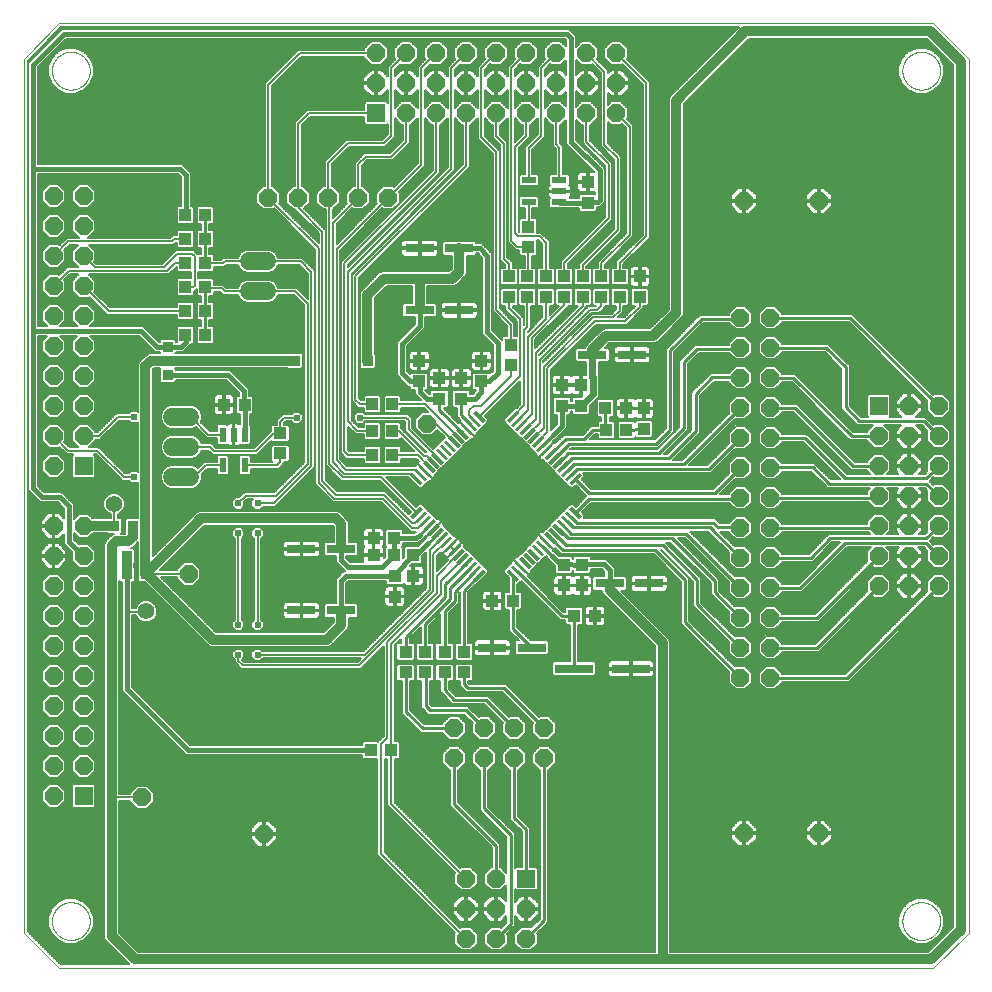
<source format=gtl>
G75*
%MOIN*%
%OFA0B0*%
%FSLAX25Y25*%
%IPPOS*%
%LPD*%
%AMOC8*
5,1,8,0,0,1.08239X$1,22.5*
%
%ADD10C,0.00000*%
%ADD11OC8,0.06000*%
%ADD12R,0.06000X0.06000*%
%ADD13R,0.04724X0.01181*%
%ADD14R,0.01181X0.04724*%
%ADD15R,0.02200X0.05000*%
%ADD16R,0.04134X0.04252*%
%ADD17C,0.06000*%
%ADD18R,0.04331X0.03937*%
%ADD19R,0.09700X0.03000*%
%ADD20R,0.04252X0.04134*%
%ADD21R,0.03543X0.03543*%
%ADD22C,0.05512*%
%ADD23R,0.03937X0.04331*%
%ADD24R,0.12800X0.03000*%
%ADD25R,0.05000X0.02200*%
%ADD26C,0.02400*%
%ADD27C,0.00600*%
%ADD28R,0.03562X0.03562*%
%ADD29R,0.02400X0.02400*%
%ADD30C,0.01000*%
%ADD31R,0.02775X0.02775*%
%ADD32C,0.03200*%
%ADD33C,0.01600*%
%ADD34C,0.02400*%
D10*
X0024111Y0035100D02*
X0012300Y0046911D01*
X0012300Y0338250D01*
X0024111Y0350061D01*
X0315450Y0350061D01*
X0327261Y0338250D01*
X0327261Y0046911D01*
X0315450Y0035100D01*
X0024111Y0035100D01*
X0021749Y0050848D02*
X0021751Y0051006D01*
X0021757Y0051164D01*
X0021767Y0051322D01*
X0021781Y0051480D01*
X0021799Y0051637D01*
X0021820Y0051794D01*
X0021846Y0051950D01*
X0021876Y0052106D01*
X0021909Y0052261D01*
X0021947Y0052414D01*
X0021988Y0052567D01*
X0022033Y0052719D01*
X0022082Y0052870D01*
X0022135Y0053019D01*
X0022191Y0053167D01*
X0022251Y0053313D01*
X0022315Y0053458D01*
X0022383Y0053601D01*
X0022454Y0053743D01*
X0022528Y0053883D01*
X0022606Y0054020D01*
X0022688Y0054156D01*
X0022772Y0054290D01*
X0022861Y0054421D01*
X0022952Y0054550D01*
X0023047Y0054677D01*
X0023144Y0054802D01*
X0023245Y0054924D01*
X0023349Y0055043D01*
X0023456Y0055160D01*
X0023566Y0055274D01*
X0023679Y0055385D01*
X0023794Y0055494D01*
X0023912Y0055599D01*
X0024033Y0055701D01*
X0024156Y0055801D01*
X0024282Y0055897D01*
X0024410Y0055990D01*
X0024540Y0056080D01*
X0024673Y0056166D01*
X0024808Y0056250D01*
X0024944Y0056329D01*
X0025083Y0056406D01*
X0025224Y0056478D01*
X0025366Y0056548D01*
X0025510Y0056613D01*
X0025656Y0056675D01*
X0025803Y0056733D01*
X0025952Y0056788D01*
X0026102Y0056839D01*
X0026253Y0056886D01*
X0026405Y0056929D01*
X0026558Y0056968D01*
X0026713Y0057004D01*
X0026868Y0057035D01*
X0027024Y0057063D01*
X0027180Y0057087D01*
X0027337Y0057107D01*
X0027495Y0057123D01*
X0027652Y0057135D01*
X0027811Y0057143D01*
X0027969Y0057147D01*
X0028127Y0057147D01*
X0028285Y0057143D01*
X0028444Y0057135D01*
X0028601Y0057123D01*
X0028759Y0057107D01*
X0028916Y0057087D01*
X0029072Y0057063D01*
X0029228Y0057035D01*
X0029383Y0057004D01*
X0029538Y0056968D01*
X0029691Y0056929D01*
X0029843Y0056886D01*
X0029994Y0056839D01*
X0030144Y0056788D01*
X0030293Y0056733D01*
X0030440Y0056675D01*
X0030586Y0056613D01*
X0030730Y0056548D01*
X0030872Y0056478D01*
X0031013Y0056406D01*
X0031152Y0056329D01*
X0031288Y0056250D01*
X0031423Y0056166D01*
X0031556Y0056080D01*
X0031686Y0055990D01*
X0031814Y0055897D01*
X0031940Y0055801D01*
X0032063Y0055701D01*
X0032184Y0055599D01*
X0032302Y0055494D01*
X0032417Y0055385D01*
X0032530Y0055274D01*
X0032640Y0055160D01*
X0032747Y0055043D01*
X0032851Y0054924D01*
X0032952Y0054802D01*
X0033049Y0054677D01*
X0033144Y0054550D01*
X0033235Y0054421D01*
X0033324Y0054290D01*
X0033408Y0054156D01*
X0033490Y0054020D01*
X0033568Y0053883D01*
X0033642Y0053743D01*
X0033713Y0053601D01*
X0033781Y0053458D01*
X0033845Y0053313D01*
X0033905Y0053167D01*
X0033961Y0053019D01*
X0034014Y0052870D01*
X0034063Y0052719D01*
X0034108Y0052567D01*
X0034149Y0052414D01*
X0034187Y0052261D01*
X0034220Y0052106D01*
X0034250Y0051950D01*
X0034276Y0051794D01*
X0034297Y0051637D01*
X0034315Y0051480D01*
X0034329Y0051322D01*
X0034339Y0051164D01*
X0034345Y0051006D01*
X0034347Y0050848D01*
X0034345Y0050690D01*
X0034339Y0050532D01*
X0034329Y0050374D01*
X0034315Y0050216D01*
X0034297Y0050059D01*
X0034276Y0049902D01*
X0034250Y0049746D01*
X0034220Y0049590D01*
X0034187Y0049435D01*
X0034149Y0049282D01*
X0034108Y0049129D01*
X0034063Y0048977D01*
X0034014Y0048826D01*
X0033961Y0048677D01*
X0033905Y0048529D01*
X0033845Y0048383D01*
X0033781Y0048238D01*
X0033713Y0048095D01*
X0033642Y0047953D01*
X0033568Y0047813D01*
X0033490Y0047676D01*
X0033408Y0047540D01*
X0033324Y0047406D01*
X0033235Y0047275D01*
X0033144Y0047146D01*
X0033049Y0047019D01*
X0032952Y0046894D01*
X0032851Y0046772D01*
X0032747Y0046653D01*
X0032640Y0046536D01*
X0032530Y0046422D01*
X0032417Y0046311D01*
X0032302Y0046202D01*
X0032184Y0046097D01*
X0032063Y0045995D01*
X0031940Y0045895D01*
X0031814Y0045799D01*
X0031686Y0045706D01*
X0031556Y0045616D01*
X0031423Y0045530D01*
X0031288Y0045446D01*
X0031152Y0045367D01*
X0031013Y0045290D01*
X0030872Y0045218D01*
X0030730Y0045148D01*
X0030586Y0045083D01*
X0030440Y0045021D01*
X0030293Y0044963D01*
X0030144Y0044908D01*
X0029994Y0044857D01*
X0029843Y0044810D01*
X0029691Y0044767D01*
X0029538Y0044728D01*
X0029383Y0044692D01*
X0029228Y0044661D01*
X0029072Y0044633D01*
X0028916Y0044609D01*
X0028759Y0044589D01*
X0028601Y0044573D01*
X0028444Y0044561D01*
X0028285Y0044553D01*
X0028127Y0044549D01*
X0027969Y0044549D01*
X0027811Y0044553D01*
X0027652Y0044561D01*
X0027495Y0044573D01*
X0027337Y0044589D01*
X0027180Y0044609D01*
X0027024Y0044633D01*
X0026868Y0044661D01*
X0026713Y0044692D01*
X0026558Y0044728D01*
X0026405Y0044767D01*
X0026253Y0044810D01*
X0026102Y0044857D01*
X0025952Y0044908D01*
X0025803Y0044963D01*
X0025656Y0045021D01*
X0025510Y0045083D01*
X0025366Y0045148D01*
X0025224Y0045218D01*
X0025083Y0045290D01*
X0024944Y0045367D01*
X0024808Y0045446D01*
X0024673Y0045530D01*
X0024540Y0045616D01*
X0024410Y0045706D01*
X0024282Y0045799D01*
X0024156Y0045895D01*
X0024033Y0045995D01*
X0023912Y0046097D01*
X0023794Y0046202D01*
X0023679Y0046311D01*
X0023566Y0046422D01*
X0023456Y0046536D01*
X0023349Y0046653D01*
X0023245Y0046772D01*
X0023144Y0046894D01*
X0023047Y0047019D01*
X0022952Y0047146D01*
X0022861Y0047275D01*
X0022772Y0047406D01*
X0022688Y0047540D01*
X0022606Y0047676D01*
X0022528Y0047813D01*
X0022454Y0047953D01*
X0022383Y0048095D01*
X0022315Y0048238D01*
X0022251Y0048383D01*
X0022191Y0048529D01*
X0022135Y0048677D01*
X0022082Y0048826D01*
X0022033Y0048977D01*
X0021988Y0049129D01*
X0021947Y0049282D01*
X0021909Y0049435D01*
X0021876Y0049590D01*
X0021846Y0049746D01*
X0021820Y0049902D01*
X0021799Y0050059D01*
X0021781Y0050216D01*
X0021767Y0050374D01*
X0021757Y0050532D01*
X0021751Y0050690D01*
X0021749Y0050848D01*
X0021749Y0334313D02*
X0021751Y0334471D01*
X0021757Y0334629D01*
X0021767Y0334787D01*
X0021781Y0334945D01*
X0021799Y0335102D01*
X0021820Y0335259D01*
X0021846Y0335415D01*
X0021876Y0335571D01*
X0021909Y0335726D01*
X0021947Y0335879D01*
X0021988Y0336032D01*
X0022033Y0336184D01*
X0022082Y0336335D01*
X0022135Y0336484D01*
X0022191Y0336632D01*
X0022251Y0336778D01*
X0022315Y0336923D01*
X0022383Y0337066D01*
X0022454Y0337208D01*
X0022528Y0337348D01*
X0022606Y0337485D01*
X0022688Y0337621D01*
X0022772Y0337755D01*
X0022861Y0337886D01*
X0022952Y0338015D01*
X0023047Y0338142D01*
X0023144Y0338267D01*
X0023245Y0338389D01*
X0023349Y0338508D01*
X0023456Y0338625D01*
X0023566Y0338739D01*
X0023679Y0338850D01*
X0023794Y0338959D01*
X0023912Y0339064D01*
X0024033Y0339166D01*
X0024156Y0339266D01*
X0024282Y0339362D01*
X0024410Y0339455D01*
X0024540Y0339545D01*
X0024673Y0339631D01*
X0024808Y0339715D01*
X0024944Y0339794D01*
X0025083Y0339871D01*
X0025224Y0339943D01*
X0025366Y0340013D01*
X0025510Y0340078D01*
X0025656Y0340140D01*
X0025803Y0340198D01*
X0025952Y0340253D01*
X0026102Y0340304D01*
X0026253Y0340351D01*
X0026405Y0340394D01*
X0026558Y0340433D01*
X0026713Y0340469D01*
X0026868Y0340500D01*
X0027024Y0340528D01*
X0027180Y0340552D01*
X0027337Y0340572D01*
X0027495Y0340588D01*
X0027652Y0340600D01*
X0027811Y0340608D01*
X0027969Y0340612D01*
X0028127Y0340612D01*
X0028285Y0340608D01*
X0028444Y0340600D01*
X0028601Y0340588D01*
X0028759Y0340572D01*
X0028916Y0340552D01*
X0029072Y0340528D01*
X0029228Y0340500D01*
X0029383Y0340469D01*
X0029538Y0340433D01*
X0029691Y0340394D01*
X0029843Y0340351D01*
X0029994Y0340304D01*
X0030144Y0340253D01*
X0030293Y0340198D01*
X0030440Y0340140D01*
X0030586Y0340078D01*
X0030730Y0340013D01*
X0030872Y0339943D01*
X0031013Y0339871D01*
X0031152Y0339794D01*
X0031288Y0339715D01*
X0031423Y0339631D01*
X0031556Y0339545D01*
X0031686Y0339455D01*
X0031814Y0339362D01*
X0031940Y0339266D01*
X0032063Y0339166D01*
X0032184Y0339064D01*
X0032302Y0338959D01*
X0032417Y0338850D01*
X0032530Y0338739D01*
X0032640Y0338625D01*
X0032747Y0338508D01*
X0032851Y0338389D01*
X0032952Y0338267D01*
X0033049Y0338142D01*
X0033144Y0338015D01*
X0033235Y0337886D01*
X0033324Y0337755D01*
X0033408Y0337621D01*
X0033490Y0337485D01*
X0033568Y0337348D01*
X0033642Y0337208D01*
X0033713Y0337066D01*
X0033781Y0336923D01*
X0033845Y0336778D01*
X0033905Y0336632D01*
X0033961Y0336484D01*
X0034014Y0336335D01*
X0034063Y0336184D01*
X0034108Y0336032D01*
X0034149Y0335879D01*
X0034187Y0335726D01*
X0034220Y0335571D01*
X0034250Y0335415D01*
X0034276Y0335259D01*
X0034297Y0335102D01*
X0034315Y0334945D01*
X0034329Y0334787D01*
X0034339Y0334629D01*
X0034345Y0334471D01*
X0034347Y0334313D01*
X0034345Y0334155D01*
X0034339Y0333997D01*
X0034329Y0333839D01*
X0034315Y0333681D01*
X0034297Y0333524D01*
X0034276Y0333367D01*
X0034250Y0333211D01*
X0034220Y0333055D01*
X0034187Y0332900D01*
X0034149Y0332747D01*
X0034108Y0332594D01*
X0034063Y0332442D01*
X0034014Y0332291D01*
X0033961Y0332142D01*
X0033905Y0331994D01*
X0033845Y0331848D01*
X0033781Y0331703D01*
X0033713Y0331560D01*
X0033642Y0331418D01*
X0033568Y0331278D01*
X0033490Y0331141D01*
X0033408Y0331005D01*
X0033324Y0330871D01*
X0033235Y0330740D01*
X0033144Y0330611D01*
X0033049Y0330484D01*
X0032952Y0330359D01*
X0032851Y0330237D01*
X0032747Y0330118D01*
X0032640Y0330001D01*
X0032530Y0329887D01*
X0032417Y0329776D01*
X0032302Y0329667D01*
X0032184Y0329562D01*
X0032063Y0329460D01*
X0031940Y0329360D01*
X0031814Y0329264D01*
X0031686Y0329171D01*
X0031556Y0329081D01*
X0031423Y0328995D01*
X0031288Y0328911D01*
X0031152Y0328832D01*
X0031013Y0328755D01*
X0030872Y0328683D01*
X0030730Y0328613D01*
X0030586Y0328548D01*
X0030440Y0328486D01*
X0030293Y0328428D01*
X0030144Y0328373D01*
X0029994Y0328322D01*
X0029843Y0328275D01*
X0029691Y0328232D01*
X0029538Y0328193D01*
X0029383Y0328157D01*
X0029228Y0328126D01*
X0029072Y0328098D01*
X0028916Y0328074D01*
X0028759Y0328054D01*
X0028601Y0328038D01*
X0028444Y0328026D01*
X0028285Y0328018D01*
X0028127Y0328014D01*
X0027969Y0328014D01*
X0027811Y0328018D01*
X0027652Y0328026D01*
X0027495Y0328038D01*
X0027337Y0328054D01*
X0027180Y0328074D01*
X0027024Y0328098D01*
X0026868Y0328126D01*
X0026713Y0328157D01*
X0026558Y0328193D01*
X0026405Y0328232D01*
X0026253Y0328275D01*
X0026102Y0328322D01*
X0025952Y0328373D01*
X0025803Y0328428D01*
X0025656Y0328486D01*
X0025510Y0328548D01*
X0025366Y0328613D01*
X0025224Y0328683D01*
X0025083Y0328755D01*
X0024944Y0328832D01*
X0024808Y0328911D01*
X0024673Y0328995D01*
X0024540Y0329081D01*
X0024410Y0329171D01*
X0024282Y0329264D01*
X0024156Y0329360D01*
X0024033Y0329460D01*
X0023912Y0329562D01*
X0023794Y0329667D01*
X0023679Y0329776D01*
X0023566Y0329887D01*
X0023456Y0330001D01*
X0023349Y0330118D01*
X0023245Y0330237D01*
X0023144Y0330359D01*
X0023047Y0330484D01*
X0022952Y0330611D01*
X0022861Y0330740D01*
X0022772Y0330871D01*
X0022688Y0331005D01*
X0022606Y0331141D01*
X0022528Y0331278D01*
X0022454Y0331418D01*
X0022383Y0331560D01*
X0022315Y0331703D01*
X0022251Y0331848D01*
X0022191Y0331994D01*
X0022135Y0332142D01*
X0022082Y0332291D01*
X0022033Y0332442D01*
X0021988Y0332594D01*
X0021947Y0332747D01*
X0021909Y0332900D01*
X0021876Y0333055D01*
X0021846Y0333211D01*
X0021820Y0333367D01*
X0021799Y0333524D01*
X0021781Y0333681D01*
X0021767Y0333839D01*
X0021757Y0333997D01*
X0021751Y0334155D01*
X0021749Y0334313D01*
X0305214Y0334313D02*
X0305216Y0334471D01*
X0305222Y0334629D01*
X0305232Y0334787D01*
X0305246Y0334945D01*
X0305264Y0335102D01*
X0305285Y0335259D01*
X0305311Y0335415D01*
X0305341Y0335571D01*
X0305374Y0335726D01*
X0305412Y0335879D01*
X0305453Y0336032D01*
X0305498Y0336184D01*
X0305547Y0336335D01*
X0305600Y0336484D01*
X0305656Y0336632D01*
X0305716Y0336778D01*
X0305780Y0336923D01*
X0305848Y0337066D01*
X0305919Y0337208D01*
X0305993Y0337348D01*
X0306071Y0337485D01*
X0306153Y0337621D01*
X0306237Y0337755D01*
X0306326Y0337886D01*
X0306417Y0338015D01*
X0306512Y0338142D01*
X0306609Y0338267D01*
X0306710Y0338389D01*
X0306814Y0338508D01*
X0306921Y0338625D01*
X0307031Y0338739D01*
X0307144Y0338850D01*
X0307259Y0338959D01*
X0307377Y0339064D01*
X0307498Y0339166D01*
X0307621Y0339266D01*
X0307747Y0339362D01*
X0307875Y0339455D01*
X0308005Y0339545D01*
X0308138Y0339631D01*
X0308273Y0339715D01*
X0308409Y0339794D01*
X0308548Y0339871D01*
X0308689Y0339943D01*
X0308831Y0340013D01*
X0308975Y0340078D01*
X0309121Y0340140D01*
X0309268Y0340198D01*
X0309417Y0340253D01*
X0309567Y0340304D01*
X0309718Y0340351D01*
X0309870Y0340394D01*
X0310023Y0340433D01*
X0310178Y0340469D01*
X0310333Y0340500D01*
X0310489Y0340528D01*
X0310645Y0340552D01*
X0310802Y0340572D01*
X0310960Y0340588D01*
X0311117Y0340600D01*
X0311276Y0340608D01*
X0311434Y0340612D01*
X0311592Y0340612D01*
X0311750Y0340608D01*
X0311909Y0340600D01*
X0312066Y0340588D01*
X0312224Y0340572D01*
X0312381Y0340552D01*
X0312537Y0340528D01*
X0312693Y0340500D01*
X0312848Y0340469D01*
X0313003Y0340433D01*
X0313156Y0340394D01*
X0313308Y0340351D01*
X0313459Y0340304D01*
X0313609Y0340253D01*
X0313758Y0340198D01*
X0313905Y0340140D01*
X0314051Y0340078D01*
X0314195Y0340013D01*
X0314337Y0339943D01*
X0314478Y0339871D01*
X0314617Y0339794D01*
X0314753Y0339715D01*
X0314888Y0339631D01*
X0315021Y0339545D01*
X0315151Y0339455D01*
X0315279Y0339362D01*
X0315405Y0339266D01*
X0315528Y0339166D01*
X0315649Y0339064D01*
X0315767Y0338959D01*
X0315882Y0338850D01*
X0315995Y0338739D01*
X0316105Y0338625D01*
X0316212Y0338508D01*
X0316316Y0338389D01*
X0316417Y0338267D01*
X0316514Y0338142D01*
X0316609Y0338015D01*
X0316700Y0337886D01*
X0316789Y0337755D01*
X0316873Y0337621D01*
X0316955Y0337485D01*
X0317033Y0337348D01*
X0317107Y0337208D01*
X0317178Y0337066D01*
X0317246Y0336923D01*
X0317310Y0336778D01*
X0317370Y0336632D01*
X0317426Y0336484D01*
X0317479Y0336335D01*
X0317528Y0336184D01*
X0317573Y0336032D01*
X0317614Y0335879D01*
X0317652Y0335726D01*
X0317685Y0335571D01*
X0317715Y0335415D01*
X0317741Y0335259D01*
X0317762Y0335102D01*
X0317780Y0334945D01*
X0317794Y0334787D01*
X0317804Y0334629D01*
X0317810Y0334471D01*
X0317812Y0334313D01*
X0317810Y0334155D01*
X0317804Y0333997D01*
X0317794Y0333839D01*
X0317780Y0333681D01*
X0317762Y0333524D01*
X0317741Y0333367D01*
X0317715Y0333211D01*
X0317685Y0333055D01*
X0317652Y0332900D01*
X0317614Y0332747D01*
X0317573Y0332594D01*
X0317528Y0332442D01*
X0317479Y0332291D01*
X0317426Y0332142D01*
X0317370Y0331994D01*
X0317310Y0331848D01*
X0317246Y0331703D01*
X0317178Y0331560D01*
X0317107Y0331418D01*
X0317033Y0331278D01*
X0316955Y0331141D01*
X0316873Y0331005D01*
X0316789Y0330871D01*
X0316700Y0330740D01*
X0316609Y0330611D01*
X0316514Y0330484D01*
X0316417Y0330359D01*
X0316316Y0330237D01*
X0316212Y0330118D01*
X0316105Y0330001D01*
X0315995Y0329887D01*
X0315882Y0329776D01*
X0315767Y0329667D01*
X0315649Y0329562D01*
X0315528Y0329460D01*
X0315405Y0329360D01*
X0315279Y0329264D01*
X0315151Y0329171D01*
X0315021Y0329081D01*
X0314888Y0328995D01*
X0314753Y0328911D01*
X0314617Y0328832D01*
X0314478Y0328755D01*
X0314337Y0328683D01*
X0314195Y0328613D01*
X0314051Y0328548D01*
X0313905Y0328486D01*
X0313758Y0328428D01*
X0313609Y0328373D01*
X0313459Y0328322D01*
X0313308Y0328275D01*
X0313156Y0328232D01*
X0313003Y0328193D01*
X0312848Y0328157D01*
X0312693Y0328126D01*
X0312537Y0328098D01*
X0312381Y0328074D01*
X0312224Y0328054D01*
X0312066Y0328038D01*
X0311909Y0328026D01*
X0311750Y0328018D01*
X0311592Y0328014D01*
X0311434Y0328014D01*
X0311276Y0328018D01*
X0311117Y0328026D01*
X0310960Y0328038D01*
X0310802Y0328054D01*
X0310645Y0328074D01*
X0310489Y0328098D01*
X0310333Y0328126D01*
X0310178Y0328157D01*
X0310023Y0328193D01*
X0309870Y0328232D01*
X0309718Y0328275D01*
X0309567Y0328322D01*
X0309417Y0328373D01*
X0309268Y0328428D01*
X0309121Y0328486D01*
X0308975Y0328548D01*
X0308831Y0328613D01*
X0308689Y0328683D01*
X0308548Y0328755D01*
X0308409Y0328832D01*
X0308273Y0328911D01*
X0308138Y0328995D01*
X0308005Y0329081D01*
X0307875Y0329171D01*
X0307747Y0329264D01*
X0307621Y0329360D01*
X0307498Y0329460D01*
X0307377Y0329562D01*
X0307259Y0329667D01*
X0307144Y0329776D01*
X0307031Y0329887D01*
X0306921Y0330001D01*
X0306814Y0330118D01*
X0306710Y0330237D01*
X0306609Y0330359D01*
X0306512Y0330484D01*
X0306417Y0330611D01*
X0306326Y0330740D01*
X0306237Y0330871D01*
X0306153Y0331005D01*
X0306071Y0331141D01*
X0305993Y0331278D01*
X0305919Y0331418D01*
X0305848Y0331560D01*
X0305780Y0331703D01*
X0305716Y0331848D01*
X0305656Y0331994D01*
X0305600Y0332142D01*
X0305547Y0332291D01*
X0305498Y0332442D01*
X0305453Y0332594D01*
X0305412Y0332747D01*
X0305374Y0332900D01*
X0305341Y0333055D01*
X0305311Y0333211D01*
X0305285Y0333367D01*
X0305264Y0333524D01*
X0305246Y0333681D01*
X0305232Y0333839D01*
X0305222Y0333997D01*
X0305216Y0334155D01*
X0305214Y0334313D01*
X0305214Y0050848D02*
X0305216Y0051006D01*
X0305222Y0051164D01*
X0305232Y0051322D01*
X0305246Y0051480D01*
X0305264Y0051637D01*
X0305285Y0051794D01*
X0305311Y0051950D01*
X0305341Y0052106D01*
X0305374Y0052261D01*
X0305412Y0052414D01*
X0305453Y0052567D01*
X0305498Y0052719D01*
X0305547Y0052870D01*
X0305600Y0053019D01*
X0305656Y0053167D01*
X0305716Y0053313D01*
X0305780Y0053458D01*
X0305848Y0053601D01*
X0305919Y0053743D01*
X0305993Y0053883D01*
X0306071Y0054020D01*
X0306153Y0054156D01*
X0306237Y0054290D01*
X0306326Y0054421D01*
X0306417Y0054550D01*
X0306512Y0054677D01*
X0306609Y0054802D01*
X0306710Y0054924D01*
X0306814Y0055043D01*
X0306921Y0055160D01*
X0307031Y0055274D01*
X0307144Y0055385D01*
X0307259Y0055494D01*
X0307377Y0055599D01*
X0307498Y0055701D01*
X0307621Y0055801D01*
X0307747Y0055897D01*
X0307875Y0055990D01*
X0308005Y0056080D01*
X0308138Y0056166D01*
X0308273Y0056250D01*
X0308409Y0056329D01*
X0308548Y0056406D01*
X0308689Y0056478D01*
X0308831Y0056548D01*
X0308975Y0056613D01*
X0309121Y0056675D01*
X0309268Y0056733D01*
X0309417Y0056788D01*
X0309567Y0056839D01*
X0309718Y0056886D01*
X0309870Y0056929D01*
X0310023Y0056968D01*
X0310178Y0057004D01*
X0310333Y0057035D01*
X0310489Y0057063D01*
X0310645Y0057087D01*
X0310802Y0057107D01*
X0310960Y0057123D01*
X0311117Y0057135D01*
X0311276Y0057143D01*
X0311434Y0057147D01*
X0311592Y0057147D01*
X0311750Y0057143D01*
X0311909Y0057135D01*
X0312066Y0057123D01*
X0312224Y0057107D01*
X0312381Y0057087D01*
X0312537Y0057063D01*
X0312693Y0057035D01*
X0312848Y0057004D01*
X0313003Y0056968D01*
X0313156Y0056929D01*
X0313308Y0056886D01*
X0313459Y0056839D01*
X0313609Y0056788D01*
X0313758Y0056733D01*
X0313905Y0056675D01*
X0314051Y0056613D01*
X0314195Y0056548D01*
X0314337Y0056478D01*
X0314478Y0056406D01*
X0314617Y0056329D01*
X0314753Y0056250D01*
X0314888Y0056166D01*
X0315021Y0056080D01*
X0315151Y0055990D01*
X0315279Y0055897D01*
X0315405Y0055801D01*
X0315528Y0055701D01*
X0315649Y0055599D01*
X0315767Y0055494D01*
X0315882Y0055385D01*
X0315995Y0055274D01*
X0316105Y0055160D01*
X0316212Y0055043D01*
X0316316Y0054924D01*
X0316417Y0054802D01*
X0316514Y0054677D01*
X0316609Y0054550D01*
X0316700Y0054421D01*
X0316789Y0054290D01*
X0316873Y0054156D01*
X0316955Y0054020D01*
X0317033Y0053883D01*
X0317107Y0053743D01*
X0317178Y0053601D01*
X0317246Y0053458D01*
X0317310Y0053313D01*
X0317370Y0053167D01*
X0317426Y0053019D01*
X0317479Y0052870D01*
X0317528Y0052719D01*
X0317573Y0052567D01*
X0317614Y0052414D01*
X0317652Y0052261D01*
X0317685Y0052106D01*
X0317715Y0051950D01*
X0317741Y0051794D01*
X0317762Y0051637D01*
X0317780Y0051480D01*
X0317794Y0051322D01*
X0317804Y0051164D01*
X0317810Y0051006D01*
X0317812Y0050848D01*
X0317810Y0050690D01*
X0317804Y0050532D01*
X0317794Y0050374D01*
X0317780Y0050216D01*
X0317762Y0050059D01*
X0317741Y0049902D01*
X0317715Y0049746D01*
X0317685Y0049590D01*
X0317652Y0049435D01*
X0317614Y0049282D01*
X0317573Y0049129D01*
X0317528Y0048977D01*
X0317479Y0048826D01*
X0317426Y0048677D01*
X0317370Y0048529D01*
X0317310Y0048383D01*
X0317246Y0048238D01*
X0317178Y0048095D01*
X0317107Y0047953D01*
X0317033Y0047813D01*
X0316955Y0047676D01*
X0316873Y0047540D01*
X0316789Y0047406D01*
X0316700Y0047275D01*
X0316609Y0047146D01*
X0316514Y0047019D01*
X0316417Y0046894D01*
X0316316Y0046772D01*
X0316212Y0046653D01*
X0316105Y0046536D01*
X0315995Y0046422D01*
X0315882Y0046311D01*
X0315767Y0046202D01*
X0315649Y0046097D01*
X0315528Y0045995D01*
X0315405Y0045895D01*
X0315279Y0045799D01*
X0315151Y0045706D01*
X0315021Y0045616D01*
X0314888Y0045530D01*
X0314753Y0045446D01*
X0314617Y0045367D01*
X0314478Y0045290D01*
X0314337Y0045218D01*
X0314195Y0045148D01*
X0314051Y0045083D01*
X0313905Y0045021D01*
X0313758Y0044963D01*
X0313609Y0044908D01*
X0313459Y0044857D01*
X0313308Y0044810D01*
X0313156Y0044767D01*
X0313003Y0044728D01*
X0312848Y0044692D01*
X0312693Y0044661D01*
X0312537Y0044633D01*
X0312381Y0044609D01*
X0312224Y0044589D01*
X0312066Y0044573D01*
X0311909Y0044561D01*
X0311750Y0044553D01*
X0311592Y0044549D01*
X0311434Y0044549D01*
X0311276Y0044553D01*
X0311117Y0044561D01*
X0310960Y0044573D01*
X0310802Y0044589D01*
X0310645Y0044609D01*
X0310489Y0044633D01*
X0310333Y0044661D01*
X0310178Y0044692D01*
X0310023Y0044728D01*
X0309870Y0044767D01*
X0309718Y0044810D01*
X0309567Y0044857D01*
X0309417Y0044908D01*
X0309268Y0044963D01*
X0309121Y0045021D01*
X0308975Y0045083D01*
X0308831Y0045148D01*
X0308689Y0045218D01*
X0308548Y0045290D01*
X0308409Y0045367D01*
X0308273Y0045446D01*
X0308138Y0045530D01*
X0308005Y0045616D01*
X0307875Y0045706D01*
X0307747Y0045799D01*
X0307621Y0045895D01*
X0307498Y0045995D01*
X0307377Y0046097D01*
X0307259Y0046202D01*
X0307144Y0046311D01*
X0307031Y0046422D01*
X0306921Y0046536D01*
X0306814Y0046653D01*
X0306710Y0046772D01*
X0306609Y0046894D01*
X0306512Y0047019D01*
X0306417Y0047146D01*
X0306326Y0047275D01*
X0306237Y0047406D01*
X0306153Y0047540D01*
X0306071Y0047676D01*
X0305993Y0047813D01*
X0305919Y0047953D01*
X0305848Y0048095D01*
X0305780Y0048238D01*
X0305716Y0048383D01*
X0305656Y0048529D01*
X0305600Y0048677D01*
X0305547Y0048826D01*
X0305498Y0048977D01*
X0305453Y0049129D01*
X0305412Y0049282D01*
X0305374Y0049435D01*
X0305341Y0049590D01*
X0305311Y0049746D01*
X0305285Y0049902D01*
X0305264Y0050059D01*
X0305246Y0050216D01*
X0305232Y0050374D01*
X0305222Y0050532D01*
X0305216Y0050690D01*
X0305214Y0050848D01*
D11*
X0277300Y0080100D03*
X0252300Y0080100D03*
X0251220Y0131980D03*
X0251220Y0141980D03*
X0251220Y0151980D03*
X0251220Y0161980D03*
X0251220Y0171980D03*
X0251220Y0181980D03*
X0251220Y0191980D03*
X0251220Y0201980D03*
X0251220Y0211980D03*
X0251220Y0221980D03*
X0251220Y0231980D03*
X0251220Y0241980D03*
X0251220Y0251980D03*
X0261220Y0251980D03*
X0261220Y0241980D03*
X0261220Y0231980D03*
X0261220Y0221980D03*
X0261220Y0211980D03*
X0261220Y0201980D03*
X0261220Y0191980D03*
X0261220Y0181980D03*
X0261220Y0171980D03*
X0261220Y0161980D03*
X0261220Y0151980D03*
X0261220Y0141980D03*
X0261220Y0131980D03*
X0297300Y0162600D03*
X0297300Y0172600D03*
X0307300Y0172600D03*
X0307300Y0162600D03*
X0317300Y0162600D03*
X0317300Y0172600D03*
X0317300Y0182600D03*
X0317300Y0192600D03*
X0317300Y0202600D03*
X0317300Y0212600D03*
X0317300Y0222600D03*
X0307300Y0222600D03*
X0307300Y0212600D03*
X0297300Y0212600D03*
X0297300Y0202600D03*
X0297300Y0192600D03*
X0307300Y0192600D03*
X0307300Y0202600D03*
X0307300Y0182600D03*
X0297300Y0182600D03*
X0277300Y0291000D03*
X0252300Y0291000D03*
X0209820Y0320161D03*
X0209820Y0330161D03*
X0199820Y0330161D03*
X0199820Y0320161D03*
X0189820Y0320161D03*
X0189820Y0330161D03*
X0189820Y0340161D03*
X0199820Y0340161D03*
X0209820Y0340161D03*
X0179820Y0340161D03*
X0169820Y0340161D03*
X0159820Y0340161D03*
X0149820Y0340161D03*
X0139820Y0340161D03*
X0129820Y0340161D03*
X0129820Y0330161D03*
X0139820Y0330161D03*
X0139820Y0320161D03*
X0149820Y0320161D03*
X0149820Y0330161D03*
X0159820Y0330161D03*
X0169820Y0330161D03*
X0169820Y0320161D03*
X0159820Y0320161D03*
X0179820Y0320161D03*
X0179820Y0330161D03*
X0133800Y0292000D03*
X0123800Y0292000D03*
X0113800Y0292000D03*
X0103800Y0292000D03*
X0093800Y0292000D03*
X0032261Y0292561D03*
X0032261Y0282561D03*
X0022261Y0282561D03*
X0022261Y0292561D03*
X0022261Y0272561D03*
X0032261Y0272561D03*
X0032261Y0262561D03*
X0022261Y0262561D03*
X0022261Y0252561D03*
X0032261Y0252561D03*
X0032261Y0242561D03*
X0032261Y0232561D03*
X0022261Y0232561D03*
X0022261Y0242561D03*
X0022261Y0222561D03*
X0032261Y0222561D03*
X0032261Y0212561D03*
X0022261Y0212561D03*
X0022261Y0202561D03*
X0022261Y0182561D03*
X0032261Y0182561D03*
X0032261Y0172561D03*
X0032261Y0162561D03*
X0022261Y0162561D03*
X0022261Y0172561D03*
X0022261Y0152561D03*
X0032261Y0152561D03*
X0032261Y0142561D03*
X0022261Y0142561D03*
X0022261Y0132561D03*
X0032261Y0132561D03*
X0032261Y0122561D03*
X0032261Y0112561D03*
X0022261Y0112561D03*
X0022261Y0122561D03*
X0022261Y0102561D03*
X0032261Y0102561D03*
X0022261Y0092561D03*
X0051800Y0092100D03*
X0092300Y0080000D03*
X0155800Y0105200D03*
X0155800Y0115200D03*
X0165800Y0115200D03*
X0165800Y0105200D03*
X0175800Y0105200D03*
X0175800Y0115200D03*
X0185800Y0115200D03*
X0185800Y0105200D03*
X0169700Y0065000D03*
X0169700Y0055000D03*
X0159700Y0055000D03*
X0159700Y0065000D03*
X0159700Y0045000D03*
X0169700Y0045000D03*
X0179700Y0045000D03*
X0179700Y0055000D03*
X0067300Y0166600D03*
X0146700Y0216700D03*
D12*
X0129820Y0320161D03*
X0032261Y0202561D03*
X0032261Y0092561D03*
X0179700Y0065000D03*
X0297300Y0222600D03*
D13*
G36*
X0198314Y0199400D02*
X0194975Y0196061D01*
X0194140Y0196896D01*
X0197479Y0200235D01*
X0198314Y0199400D01*
G37*
G36*
X0196922Y0200792D02*
X0193583Y0197453D01*
X0192748Y0198288D01*
X0196087Y0201627D01*
X0196922Y0200792D01*
G37*
G36*
X0195530Y0202184D02*
X0192191Y0198845D01*
X0191356Y0199680D01*
X0194695Y0203019D01*
X0195530Y0202184D01*
G37*
G36*
X0194138Y0203576D02*
X0190799Y0200237D01*
X0189964Y0201072D01*
X0193303Y0204411D01*
X0194138Y0203576D01*
G37*
G36*
X0192746Y0204968D02*
X0189407Y0201629D01*
X0188572Y0202464D01*
X0191911Y0205803D01*
X0192746Y0204968D01*
G37*
G36*
X0191355Y0206360D02*
X0188016Y0203021D01*
X0187181Y0203856D01*
X0190520Y0207195D01*
X0191355Y0206360D01*
G37*
G36*
X0189963Y0207752D02*
X0186624Y0204413D01*
X0185789Y0205248D01*
X0189128Y0208587D01*
X0189963Y0207752D01*
G37*
G36*
X0188571Y0209144D02*
X0185232Y0205805D01*
X0184397Y0206640D01*
X0187736Y0209979D01*
X0188571Y0209144D01*
G37*
G36*
X0187179Y0210536D02*
X0183840Y0207197D01*
X0183005Y0208032D01*
X0186344Y0211371D01*
X0187179Y0210536D01*
G37*
G36*
X0185787Y0211928D02*
X0182448Y0208589D01*
X0181613Y0209424D01*
X0184952Y0212763D01*
X0185787Y0211928D01*
G37*
G36*
X0184395Y0213320D02*
X0181056Y0209981D01*
X0180221Y0210816D01*
X0183560Y0214155D01*
X0184395Y0213320D01*
G37*
G36*
X0183003Y0214711D02*
X0179664Y0211372D01*
X0178829Y0212207D01*
X0182168Y0215546D01*
X0183003Y0214711D01*
G37*
G36*
X0181611Y0216103D02*
X0178272Y0212764D01*
X0177437Y0213599D01*
X0180776Y0216938D01*
X0181611Y0216103D01*
G37*
G36*
X0180219Y0217495D02*
X0176880Y0214156D01*
X0176045Y0214991D01*
X0179384Y0218330D01*
X0180219Y0217495D01*
G37*
G36*
X0178827Y0218887D02*
X0175488Y0215548D01*
X0174653Y0216383D01*
X0177992Y0219722D01*
X0178827Y0218887D01*
G37*
G36*
X0177435Y0220279D02*
X0174096Y0216940D01*
X0173261Y0217775D01*
X0176600Y0221114D01*
X0177435Y0220279D01*
G37*
G36*
X0145420Y0188265D02*
X0142081Y0184926D01*
X0141246Y0185761D01*
X0144585Y0189100D01*
X0145420Y0188265D01*
G37*
G36*
X0146812Y0186873D02*
X0143473Y0183534D01*
X0142638Y0184369D01*
X0145977Y0187708D01*
X0146812Y0186873D01*
G37*
G36*
X0148204Y0185481D02*
X0144865Y0182142D01*
X0144030Y0182977D01*
X0147369Y0186316D01*
X0148204Y0185481D01*
G37*
G36*
X0149596Y0184089D02*
X0146257Y0180750D01*
X0145422Y0181585D01*
X0148761Y0184924D01*
X0149596Y0184089D01*
G37*
G36*
X0150988Y0182697D02*
X0147649Y0179358D01*
X0146814Y0180193D01*
X0150153Y0183532D01*
X0150988Y0182697D01*
G37*
G36*
X0152380Y0181305D02*
X0149041Y0177966D01*
X0148206Y0178801D01*
X0151545Y0182140D01*
X0152380Y0181305D01*
G37*
G36*
X0153772Y0179913D02*
X0150433Y0176574D01*
X0149598Y0177409D01*
X0152937Y0180748D01*
X0153772Y0179913D01*
G37*
G36*
X0155164Y0178521D02*
X0151825Y0175182D01*
X0150990Y0176017D01*
X0154329Y0179356D01*
X0155164Y0178521D01*
G37*
G36*
X0156556Y0177129D02*
X0153217Y0173790D01*
X0152382Y0174625D01*
X0155721Y0177964D01*
X0156556Y0177129D01*
G37*
G36*
X0157948Y0175737D02*
X0154609Y0172398D01*
X0153774Y0173233D01*
X0157113Y0176572D01*
X0157948Y0175737D01*
G37*
G36*
X0159340Y0174345D02*
X0156001Y0171006D01*
X0155166Y0171841D01*
X0158505Y0175180D01*
X0159340Y0174345D01*
G37*
G36*
X0160732Y0172953D02*
X0157393Y0169614D01*
X0156558Y0170449D01*
X0159897Y0173788D01*
X0160732Y0172953D01*
G37*
G36*
X0162124Y0171561D02*
X0158785Y0168222D01*
X0157950Y0169057D01*
X0161289Y0172396D01*
X0162124Y0171561D01*
G37*
G36*
X0163516Y0170169D02*
X0160177Y0166830D01*
X0159342Y0167665D01*
X0162681Y0171004D01*
X0163516Y0170169D01*
G37*
G36*
X0164908Y0168777D02*
X0161569Y0165438D01*
X0160734Y0166273D01*
X0164073Y0169612D01*
X0164908Y0168777D01*
G37*
G36*
X0166300Y0167385D02*
X0162961Y0164046D01*
X0162126Y0164881D01*
X0165465Y0168220D01*
X0166300Y0167385D01*
G37*
D14*
G36*
X0177435Y0164881D02*
X0176600Y0164046D01*
X0173261Y0167385D01*
X0174096Y0168220D01*
X0177435Y0164881D01*
G37*
G36*
X0178827Y0166273D02*
X0177992Y0165438D01*
X0174653Y0168777D01*
X0175488Y0169612D01*
X0178827Y0166273D01*
G37*
G36*
X0180219Y0167665D02*
X0179384Y0166830D01*
X0176045Y0170169D01*
X0176880Y0171004D01*
X0180219Y0167665D01*
G37*
G36*
X0181611Y0169057D02*
X0180776Y0168222D01*
X0177437Y0171561D01*
X0178272Y0172396D01*
X0181611Y0169057D01*
G37*
G36*
X0183003Y0170449D02*
X0182168Y0169614D01*
X0178829Y0172953D01*
X0179664Y0173788D01*
X0183003Y0170449D01*
G37*
G36*
X0184395Y0171841D02*
X0183560Y0171006D01*
X0180221Y0174345D01*
X0181056Y0175180D01*
X0184395Y0171841D01*
G37*
G36*
X0185787Y0173233D02*
X0184952Y0172398D01*
X0181613Y0175737D01*
X0182448Y0176572D01*
X0185787Y0173233D01*
G37*
G36*
X0187179Y0174625D02*
X0186344Y0173790D01*
X0183005Y0177129D01*
X0183840Y0177964D01*
X0187179Y0174625D01*
G37*
G36*
X0188571Y0176017D02*
X0187736Y0175182D01*
X0184397Y0178521D01*
X0185232Y0179356D01*
X0188571Y0176017D01*
G37*
G36*
X0189963Y0177409D02*
X0189128Y0176574D01*
X0185789Y0179913D01*
X0186624Y0180748D01*
X0189963Y0177409D01*
G37*
G36*
X0191355Y0178801D02*
X0190520Y0177966D01*
X0187181Y0181305D01*
X0188016Y0182140D01*
X0191355Y0178801D01*
G37*
G36*
X0192746Y0180193D02*
X0191911Y0179358D01*
X0188572Y0182697D01*
X0189407Y0183532D01*
X0192746Y0180193D01*
G37*
G36*
X0194138Y0181585D02*
X0193303Y0180750D01*
X0189964Y0184089D01*
X0190799Y0184924D01*
X0194138Y0181585D01*
G37*
G36*
X0195530Y0182977D02*
X0194695Y0182142D01*
X0191356Y0185481D01*
X0192191Y0186316D01*
X0195530Y0182977D01*
G37*
G36*
X0196922Y0184369D02*
X0196087Y0183534D01*
X0192748Y0186873D01*
X0193583Y0187708D01*
X0196922Y0184369D01*
G37*
G36*
X0198314Y0185761D02*
X0197479Y0184926D01*
X0194140Y0188265D01*
X0194975Y0189100D01*
X0198314Y0185761D01*
G37*
G36*
X0166300Y0217775D02*
X0165465Y0216940D01*
X0162126Y0220279D01*
X0162961Y0221114D01*
X0166300Y0217775D01*
G37*
G36*
X0164908Y0216383D02*
X0164073Y0215548D01*
X0160734Y0218887D01*
X0161569Y0219722D01*
X0164908Y0216383D01*
G37*
G36*
X0163516Y0214991D02*
X0162681Y0214156D01*
X0159342Y0217495D01*
X0160177Y0218330D01*
X0163516Y0214991D01*
G37*
G36*
X0162124Y0213599D02*
X0161289Y0212764D01*
X0157950Y0216103D01*
X0158785Y0216938D01*
X0162124Y0213599D01*
G37*
G36*
X0160732Y0212207D02*
X0159897Y0211372D01*
X0156558Y0214711D01*
X0157393Y0215546D01*
X0160732Y0212207D01*
G37*
G36*
X0159340Y0210816D02*
X0158505Y0209981D01*
X0155166Y0213320D01*
X0156001Y0214155D01*
X0159340Y0210816D01*
G37*
G36*
X0157948Y0209424D02*
X0157113Y0208589D01*
X0153774Y0211928D01*
X0154609Y0212763D01*
X0157948Y0209424D01*
G37*
G36*
X0156556Y0208032D02*
X0155721Y0207197D01*
X0152382Y0210536D01*
X0153217Y0211371D01*
X0156556Y0208032D01*
G37*
G36*
X0155164Y0206640D02*
X0154329Y0205805D01*
X0150990Y0209144D01*
X0151825Y0209979D01*
X0155164Y0206640D01*
G37*
G36*
X0153772Y0205248D02*
X0152937Y0204413D01*
X0149598Y0207752D01*
X0150433Y0208587D01*
X0153772Y0205248D01*
G37*
G36*
X0152380Y0203856D02*
X0151545Y0203021D01*
X0148206Y0206360D01*
X0149041Y0207195D01*
X0152380Y0203856D01*
G37*
G36*
X0150988Y0202464D02*
X0150153Y0201629D01*
X0146814Y0204968D01*
X0147649Y0205803D01*
X0150988Y0202464D01*
G37*
G36*
X0149596Y0201072D02*
X0148761Y0200237D01*
X0145422Y0203576D01*
X0146257Y0204411D01*
X0149596Y0201072D01*
G37*
G36*
X0148204Y0199680D02*
X0147369Y0198845D01*
X0144030Y0202184D01*
X0144865Y0203019D01*
X0148204Y0199680D01*
G37*
G36*
X0146812Y0198288D02*
X0145977Y0197453D01*
X0142638Y0200792D01*
X0143473Y0201627D01*
X0146812Y0198288D01*
G37*
G36*
X0145420Y0196896D02*
X0144585Y0196061D01*
X0141246Y0199400D01*
X0142081Y0200235D01*
X0145420Y0196896D01*
G37*
D15*
X0086000Y0202800D03*
X0078600Y0202800D03*
X0078600Y0213000D03*
X0082300Y0213000D03*
X0086000Y0213000D03*
D16*
X0085945Y0223000D03*
X0079055Y0223000D03*
X0128955Y0178500D03*
X0128955Y0172900D03*
X0135845Y0172900D03*
X0135845Y0178500D03*
X0168555Y0157600D03*
X0175445Y0157600D03*
X0195855Y0152600D03*
X0202745Y0152600D03*
X0206255Y0221800D03*
X0213145Y0221800D03*
D17*
X0093400Y0260800D02*
X0087400Y0260800D01*
X0087400Y0270800D02*
X0093400Y0270800D01*
X0067900Y0218900D02*
X0061900Y0218900D01*
X0061900Y0208900D02*
X0067900Y0208900D01*
X0067900Y0198900D02*
X0061900Y0198900D01*
D18*
X0097900Y0206754D03*
X0097900Y0213446D03*
X0174700Y0236254D03*
X0174700Y0242946D03*
X0180500Y0275554D03*
X0180500Y0282246D03*
D19*
X0157500Y0275100D03*
X0144300Y0275100D03*
X0144300Y0254500D03*
X0157500Y0254500D03*
X0201900Y0239600D03*
X0215100Y0239600D03*
X0220800Y0163400D03*
X0207600Y0163400D03*
X0181700Y0142000D03*
X0168500Y0142000D03*
X0118100Y0154400D03*
X0104900Y0154400D03*
X0104900Y0174900D03*
X0118100Y0174900D03*
D20*
X0136000Y0165945D03*
X0142200Y0165955D03*
X0142200Y0172845D03*
X0136000Y0159055D03*
X0139600Y0140645D03*
X0146100Y0140645D03*
X0152600Y0140645D03*
X0159100Y0140645D03*
X0159100Y0133755D03*
X0152600Y0133755D03*
X0146100Y0133755D03*
X0139600Y0133755D03*
X0192300Y0162755D03*
X0198400Y0162755D03*
X0198400Y0169645D03*
X0192300Y0169645D03*
X0219000Y0214855D03*
X0219000Y0221745D03*
X0198000Y0222655D03*
X0191700Y0222655D03*
X0191700Y0229545D03*
X0198000Y0229545D03*
X0198700Y0258855D03*
X0192500Y0258855D03*
X0192500Y0265745D03*
X0198700Y0265745D03*
X0204800Y0265745D03*
X0204800Y0258855D03*
X0211000Y0258855D03*
X0211000Y0265745D03*
X0217700Y0265745D03*
X0217700Y0258855D03*
X0200300Y0290355D03*
X0200300Y0297245D03*
X0186400Y0265745D03*
X0186400Y0258855D03*
X0180200Y0258855D03*
X0174100Y0258855D03*
X0174100Y0265745D03*
X0180200Y0265745D03*
X0164900Y0237645D03*
X0164900Y0230755D03*
X0158200Y0231845D03*
X0158200Y0224955D03*
X0150900Y0224955D03*
X0150900Y0231845D03*
X0144200Y0230755D03*
X0144200Y0237645D03*
D21*
X0052950Y0166500D03*
X0046650Y0166500D03*
X0048750Y0182500D03*
X0042450Y0182500D03*
D22*
X0042472Y0189870D03*
X0053172Y0154100D03*
D23*
X0128054Y0107800D03*
X0134746Y0107800D03*
X0135246Y0206200D03*
X0128554Y0206200D03*
X0128554Y0214300D03*
X0135246Y0214300D03*
X0135246Y0223200D03*
X0128554Y0223200D03*
X0072846Y0246200D03*
X0066154Y0246200D03*
X0066154Y0254200D03*
X0072846Y0254200D03*
X0072846Y0262200D03*
X0066154Y0262200D03*
X0066154Y0270200D03*
X0072846Y0270200D03*
X0072846Y0278200D03*
X0066154Y0278200D03*
X0066154Y0286200D03*
X0072846Y0286200D03*
X0206554Y0214500D03*
X0213246Y0214500D03*
D24*
X0214800Y0135000D03*
X0195800Y0135000D03*
D25*
X0190900Y0290400D03*
X0190900Y0294100D03*
X0190900Y0297800D03*
X0180700Y0297800D03*
X0180700Y0290400D03*
D26*
X0124400Y0218600D03*
X0103300Y0218600D03*
X0090300Y0190100D03*
X0083800Y0190100D03*
X0083800Y0180100D03*
X0090300Y0180100D03*
X0090300Y0149600D03*
X0083800Y0149600D03*
X0083800Y0139600D03*
X0090300Y0139600D03*
X0049100Y0198900D03*
X0049100Y0218900D03*
D27*
X0043700Y0218900D01*
X0037361Y0212561D01*
X0032261Y0212561D01*
X0035085Y0215252D02*
X0038355Y0215252D01*
X0038953Y0215850D02*
X0034486Y0215850D01*
X0033888Y0216449D02*
X0039552Y0216449D01*
X0040150Y0217047D02*
X0017000Y0217047D01*
X0017000Y0216449D02*
X0020634Y0216449D01*
X0020645Y0216461D02*
X0018361Y0214176D01*
X0018361Y0210945D01*
X0020645Y0208661D01*
X0023876Y0208661D01*
X0024170Y0208954D01*
X0026021Y0207103D01*
X0026724Y0206400D01*
X0028827Y0206400D01*
X0028361Y0205933D01*
X0028361Y0199188D01*
X0028888Y0198661D01*
X0035633Y0198661D01*
X0036161Y0199188D01*
X0036161Y0205933D01*
X0035694Y0206400D01*
X0036403Y0206400D01*
X0044400Y0198403D01*
X0045103Y0197700D01*
X0047330Y0197700D01*
X0048230Y0196800D01*
X0049970Y0196800D01*
X0050400Y0197230D01*
X0050400Y0185172D01*
X0046605Y0185172D01*
X0046078Y0184644D01*
X0046078Y0180356D01*
X0046250Y0180184D01*
X0046250Y0179985D01*
X0046164Y0179900D01*
X0044666Y0179900D01*
X0045122Y0180356D01*
X0045122Y0184644D01*
X0044595Y0185172D01*
X0043672Y0185172D01*
X0043672Y0186410D01*
X0044543Y0186771D01*
X0045571Y0187799D01*
X0046128Y0189143D01*
X0046128Y0190597D01*
X0045571Y0191941D01*
X0044543Y0192969D01*
X0043199Y0193526D01*
X0041744Y0193526D01*
X0040401Y0192969D01*
X0039372Y0191941D01*
X0038816Y0190597D01*
X0038816Y0189143D01*
X0039372Y0187799D01*
X0040401Y0186771D01*
X0041272Y0186410D01*
X0041272Y0185172D01*
X0040306Y0185172D01*
X0040195Y0185061D01*
X0035276Y0185061D01*
X0033876Y0186461D01*
X0030645Y0186461D01*
X0029200Y0185015D01*
X0029200Y0189804D01*
X0028204Y0190800D01*
X0028004Y0190800D01*
X0026000Y0192804D01*
X0025004Y0193800D01*
X0019004Y0193800D01*
X0017000Y0195804D01*
X0017000Y0245900D01*
X0020085Y0245900D01*
X0018361Y0244176D01*
X0018361Y0240945D01*
X0020645Y0238661D01*
X0023876Y0238661D01*
X0026161Y0240945D01*
X0026161Y0244176D01*
X0024437Y0245900D01*
X0030085Y0245900D01*
X0028361Y0244176D01*
X0028361Y0240945D01*
X0030645Y0238661D01*
X0033876Y0238661D01*
X0036161Y0240945D01*
X0036161Y0244176D01*
X0034437Y0245900D01*
X0050596Y0245900D01*
X0055100Y0241396D01*
X0056096Y0240400D01*
X0057619Y0240400D01*
X0057619Y0240165D01*
X0057684Y0240100D01*
X0054203Y0240100D01*
X0053284Y0239719D01*
X0052581Y0239016D01*
X0051484Y0237919D01*
X0050781Y0237216D01*
X0050400Y0236297D01*
X0050400Y0220570D01*
X0049970Y0221000D01*
X0048230Y0221000D01*
X0047330Y0220100D01*
X0043203Y0220100D01*
X0036864Y0213761D01*
X0036161Y0213761D01*
X0036161Y0214176D01*
X0033876Y0216461D01*
X0030645Y0216461D01*
X0028361Y0214176D01*
X0028361Y0210945D01*
X0030506Y0208800D01*
X0027718Y0208800D01*
X0025867Y0210651D01*
X0026161Y0210945D01*
X0026161Y0214176D01*
X0023876Y0216461D01*
X0020645Y0216461D01*
X0020035Y0215850D02*
X0017000Y0215850D01*
X0017000Y0215252D02*
X0019436Y0215252D01*
X0018838Y0214653D02*
X0017000Y0214653D01*
X0017000Y0214055D02*
X0018361Y0214055D01*
X0018361Y0213456D02*
X0017000Y0213456D01*
X0017000Y0212858D02*
X0018361Y0212858D01*
X0018361Y0212259D02*
X0017000Y0212259D01*
X0017000Y0211661D02*
X0018361Y0211661D01*
X0018361Y0211062D02*
X0017000Y0211062D01*
X0017000Y0210464D02*
X0018842Y0210464D01*
X0019441Y0209865D02*
X0017000Y0209865D01*
X0017000Y0209267D02*
X0020039Y0209267D01*
X0020638Y0208668D02*
X0017000Y0208668D01*
X0017000Y0208070D02*
X0025054Y0208070D01*
X0024456Y0208668D02*
X0023884Y0208668D01*
X0025653Y0207471D02*
X0017000Y0207471D01*
X0017000Y0206873D02*
X0026251Y0206873D01*
X0027221Y0207600D02*
X0036900Y0207600D01*
X0045600Y0198900D01*
X0049100Y0198900D01*
X0047519Y0200289D02*
X0045908Y0200289D01*
X0046097Y0200100D02*
X0037397Y0208800D01*
X0034015Y0208800D01*
X0036161Y0210945D01*
X0036161Y0211361D01*
X0037858Y0211361D01*
X0038561Y0212064D01*
X0044197Y0217700D01*
X0047330Y0217700D01*
X0048230Y0216800D01*
X0049970Y0216800D01*
X0050400Y0217230D01*
X0050400Y0200570D01*
X0049970Y0201000D01*
X0048230Y0201000D01*
X0047330Y0200100D01*
X0046097Y0200100D01*
X0045309Y0200888D02*
X0048118Y0200888D01*
X0050082Y0200888D02*
X0050400Y0200888D01*
X0050400Y0201486D02*
X0044711Y0201486D01*
X0044112Y0202085D02*
X0050400Y0202085D01*
X0050400Y0202683D02*
X0043514Y0202683D01*
X0042915Y0203282D02*
X0050400Y0203282D01*
X0050400Y0203880D02*
X0042317Y0203880D01*
X0041718Y0204479D02*
X0050400Y0204479D01*
X0050400Y0205077D02*
X0041120Y0205077D01*
X0040521Y0205676D02*
X0050400Y0205676D01*
X0050400Y0206274D02*
X0039923Y0206274D01*
X0039324Y0206873D02*
X0050400Y0206873D01*
X0050400Y0207471D02*
X0038726Y0207471D01*
X0038127Y0208070D02*
X0050400Y0208070D01*
X0050400Y0208668D02*
X0037529Y0208668D01*
X0035679Y0210464D02*
X0050400Y0210464D01*
X0050400Y0211062D02*
X0036161Y0211062D01*
X0035081Y0209865D02*
X0050400Y0209865D01*
X0050400Y0209267D02*
X0034482Y0209267D01*
X0035820Y0206274D02*
X0036529Y0206274D01*
X0036161Y0205676D02*
X0037127Y0205676D01*
X0037726Y0205077D02*
X0036161Y0205077D01*
X0036161Y0204479D02*
X0038324Y0204479D01*
X0038923Y0203880D02*
X0036161Y0203880D01*
X0036161Y0203282D02*
X0039521Y0203282D01*
X0040120Y0202683D02*
X0036161Y0202683D01*
X0036161Y0202085D02*
X0040718Y0202085D01*
X0041317Y0201486D02*
X0036161Y0201486D01*
X0036161Y0200888D02*
X0041915Y0200888D01*
X0042514Y0200289D02*
X0036161Y0200289D01*
X0036161Y0199691D02*
X0043112Y0199691D01*
X0043711Y0199092D02*
X0036065Y0199092D01*
X0040733Y0193107D02*
X0025697Y0193107D01*
X0025099Y0193705D02*
X0050400Y0193705D01*
X0050400Y0193107D02*
X0044210Y0193107D01*
X0045003Y0192508D02*
X0050400Y0192508D01*
X0050400Y0191910D02*
X0045584Y0191910D01*
X0045832Y0191311D02*
X0050400Y0191311D01*
X0050400Y0190713D02*
X0046080Y0190713D01*
X0046128Y0190114D02*
X0050400Y0190114D01*
X0050400Y0189516D02*
X0046128Y0189516D01*
X0046034Y0188917D02*
X0050400Y0188917D01*
X0050400Y0188319D02*
X0045786Y0188319D01*
X0045492Y0187720D02*
X0050400Y0187720D01*
X0050400Y0187122D02*
X0044894Y0187122D01*
X0043945Y0186523D02*
X0050400Y0186523D01*
X0050400Y0185925D02*
X0043672Y0185925D01*
X0043672Y0185326D02*
X0050400Y0185326D01*
X0046161Y0184728D02*
X0045039Y0184728D01*
X0045122Y0184129D02*
X0046078Y0184129D01*
X0046078Y0183531D02*
X0045122Y0183531D01*
X0045122Y0182932D02*
X0046078Y0182932D01*
X0046078Y0182334D02*
X0045122Y0182334D01*
X0045122Y0181735D02*
X0046078Y0181735D01*
X0046078Y0181137D02*
X0045122Y0181137D01*
X0045122Y0180538D02*
X0046078Y0180538D01*
X0046204Y0179940D02*
X0044706Y0179940D01*
X0042430Y0179828D02*
X0041684Y0179519D01*
X0040233Y0178069D01*
X0039530Y0177366D01*
X0039150Y0176447D01*
X0039150Y0045353D01*
X0039530Y0044434D01*
X0040233Y0043731D01*
X0040233Y0043731D01*
X0047281Y0036684D01*
X0047281Y0036684D01*
X0047564Y0036400D01*
X0024649Y0036400D01*
X0013600Y0047449D01*
X0013600Y0337711D01*
X0024649Y0348761D01*
X0250664Y0348761D01*
X0228384Y0326480D01*
X0227681Y0325777D01*
X0227300Y0324858D01*
X0227300Y0254536D01*
X0221164Y0248400D01*
X0206003Y0248400D01*
X0205084Y0248019D01*
X0200484Y0243419D01*
X0199781Y0242716D01*
X0199484Y0242000D01*
X0196677Y0242000D01*
X0196150Y0241473D01*
X0196150Y0237727D01*
X0196677Y0237200D01*
X0199800Y0237200D01*
X0199800Y0232912D01*
X0198300Y0232912D01*
X0198300Y0229845D01*
X0197700Y0229845D01*
X0197700Y0232912D01*
X0195703Y0232912D01*
X0195372Y0232823D01*
X0195076Y0232652D01*
X0194850Y0232426D01*
X0194624Y0232652D01*
X0194328Y0232823D01*
X0193997Y0232912D01*
X0192000Y0232912D01*
X0192000Y0229845D01*
X0191400Y0229845D01*
X0191400Y0232912D01*
X0189403Y0232912D01*
X0189072Y0232823D01*
X0188776Y0232652D01*
X0188534Y0232410D01*
X0188363Y0232114D01*
X0188274Y0231783D01*
X0188274Y0229845D01*
X0191400Y0229845D01*
X0191400Y0229245D01*
X0188274Y0229245D01*
X0188274Y0227307D01*
X0188363Y0226976D01*
X0188534Y0226680D01*
X0188776Y0226438D01*
X0189072Y0226267D01*
X0189403Y0226178D01*
X0191400Y0226178D01*
X0191400Y0229245D01*
X0192000Y0229245D01*
X0192000Y0229845D01*
X0197700Y0229845D01*
X0197700Y0229245D01*
X0194574Y0229245D01*
X0192000Y0229245D01*
X0192000Y0226178D01*
X0193997Y0226178D01*
X0194328Y0226267D01*
X0194624Y0226438D01*
X0194850Y0226663D01*
X0195076Y0226438D01*
X0195372Y0226267D01*
X0195703Y0226178D01*
X0197700Y0226178D01*
X0197700Y0229245D01*
X0198300Y0229245D01*
X0198300Y0226178D01*
X0198553Y0226178D01*
X0197997Y0225622D01*
X0195501Y0225622D01*
X0194974Y0225095D01*
X0194974Y0224355D01*
X0194726Y0224355D01*
X0194726Y0225095D01*
X0194199Y0225622D01*
X0189201Y0225622D01*
X0188674Y0225095D01*
X0188674Y0220215D01*
X0189201Y0219688D01*
X0190000Y0219688D01*
X0190000Y0216596D01*
X0188100Y0214696D01*
X0188100Y0234603D01*
X0203197Y0249700D01*
X0213397Y0249700D01*
X0218197Y0254500D01*
X0218900Y0255203D01*
X0218900Y0255888D01*
X0220199Y0255888D01*
X0220726Y0256415D01*
X0220726Y0261295D01*
X0220199Y0261822D01*
X0215201Y0261822D01*
X0214674Y0261295D01*
X0214674Y0256415D01*
X0215201Y0255888D01*
X0216191Y0255888D01*
X0212403Y0252100D01*
X0210497Y0252100D01*
X0211497Y0253100D01*
X0212200Y0253803D01*
X0212200Y0255888D01*
X0213499Y0255888D01*
X0214026Y0256415D01*
X0214026Y0261295D01*
X0213499Y0261822D01*
X0208501Y0261822D01*
X0207974Y0261295D01*
X0207974Y0256415D01*
X0208501Y0255888D01*
X0209800Y0255888D01*
X0209800Y0254797D01*
X0208303Y0253300D01*
X0201706Y0253300D01*
X0201003Y0252597D01*
X0185500Y0237094D01*
X0185500Y0237403D01*
X0201497Y0253400D01*
X0203997Y0253400D01*
X0205297Y0254700D01*
X0206000Y0255403D01*
X0206000Y0255888D01*
X0207299Y0255888D01*
X0207826Y0256415D01*
X0207826Y0261295D01*
X0207299Y0261822D01*
X0202301Y0261822D01*
X0201774Y0261295D01*
X0201774Y0256415D01*
X0202301Y0255888D01*
X0203091Y0255888D01*
X0203003Y0255800D01*
X0200503Y0255800D01*
X0199800Y0255097D01*
X0184200Y0239497D01*
X0184200Y0239703D01*
X0199197Y0254700D01*
X0199900Y0255403D01*
X0199900Y0255888D01*
X0201199Y0255888D01*
X0201726Y0256415D01*
X0201726Y0261295D01*
X0201199Y0261822D01*
X0196201Y0261822D01*
X0195674Y0261295D01*
X0195674Y0256415D01*
X0196201Y0255888D01*
X0196991Y0255888D01*
X0182900Y0241797D01*
X0182900Y0244803D01*
X0193700Y0255603D01*
X0193700Y0255888D01*
X0194999Y0255888D01*
X0195526Y0256415D01*
X0195526Y0261295D01*
X0194999Y0261822D01*
X0190001Y0261822D01*
X0189474Y0261295D01*
X0189474Y0256415D01*
X0190001Y0255888D01*
X0190591Y0255888D01*
X0187600Y0252897D01*
X0187600Y0255888D01*
X0188899Y0255888D01*
X0189426Y0256415D01*
X0189426Y0261295D01*
X0188899Y0261822D01*
X0183901Y0261822D01*
X0183374Y0261295D01*
X0183374Y0256415D01*
X0183901Y0255888D01*
X0185200Y0255888D01*
X0185200Y0252197D01*
X0180300Y0247297D01*
X0180300Y0247303D01*
X0181400Y0248403D01*
X0181400Y0255888D01*
X0182699Y0255888D01*
X0183226Y0256415D01*
X0183226Y0261295D01*
X0182699Y0261822D01*
X0177701Y0261822D01*
X0177174Y0261295D01*
X0177174Y0256415D01*
X0177701Y0255888D01*
X0179000Y0255888D01*
X0179000Y0249397D01*
X0179000Y0251897D01*
X0175300Y0255597D01*
X0175300Y0255888D01*
X0176599Y0255888D01*
X0177126Y0256415D01*
X0177126Y0261295D01*
X0176599Y0261822D01*
X0171601Y0261822D01*
X0171074Y0261295D01*
X0171074Y0256415D01*
X0171601Y0255888D01*
X0172900Y0255888D01*
X0172900Y0254603D01*
X0176600Y0250903D01*
X0176600Y0245815D01*
X0175900Y0245815D01*
X0175900Y0250197D01*
X0171000Y0255097D01*
X0171000Y0307597D01*
X0166000Y0312597D01*
X0166000Y0318465D01*
X0168204Y0316261D01*
X0168600Y0316261D01*
X0168600Y0312003D01*
X0171100Y0309503D01*
X0171100Y0271203D01*
X0171803Y0270500D01*
X0172900Y0269403D01*
X0172900Y0268712D01*
X0171601Y0268712D01*
X0171074Y0268185D01*
X0171074Y0263305D01*
X0171601Y0262778D01*
X0176599Y0262778D01*
X0177126Y0263305D01*
X0177126Y0268185D01*
X0176599Y0268712D01*
X0175300Y0268712D01*
X0175300Y0270397D01*
X0174597Y0271100D01*
X0173500Y0272197D01*
X0173500Y0310497D01*
X0172797Y0311200D01*
X0171000Y0312997D01*
X0171000Y0316261D01*
X0171435Y0316261D01*
X0173600Y0318426D01*
X0173600Y0277203D01*
X0174303Y0276500D01*
X0175700Y0275103D01*
X0176403Y0274400D01*
X0177435Y0274400D01*
X0177435Y0273212D01*
X0177962Y0272685D01*
X0179300Y0272685D01*
X0179300Y0268712D01*
X0177701Y0268712D01*
X0177174Y0268185D01*
X0177174Y0263305D01*
X0177701Y0262778D01*
X0182699Y0262778D01*
X0183226Y0263305D01*
X0183226Y0268185D01*
X0182699Y0268712D01*
X0181700Y0268712D01*
X0181700Y0272685D01*
X0183038Y0272685D01*
X0183565Y0273212D01*
X0183565Y0277895D01*
X0183560Y0277900D01*
X0183803Y0277900D01*
X0185200Y0276503D01*
X0185200Y0268712D01*
X0183901Y0268712D01*
X0183374Y0268185D01*
X0183374Y0263305D01*
X0183901Y0262778D01*
X0188899Y0262778D01*
X0189426Y0263305D01*
X0189426Y0268185D01*
X0188899Y0268712D01*
X0187600Y0268712D01*
X0187600Y0277497D01*
X0184797Y0280300D01*
X0183565Y0280300D01*
X0183565Y0284588D01*
X0183038Y0285115D01*
X0181900Y0285115D01*
X0181900Y0288400D01*
X0183573Y0288400D01*
X0184100Y0288927D01*
X0184100Y0291873D01*
X0183573Y0292400D01*
X0177827Y0292400D01*
X0177300Y0291873D01*
X0177300Y0288927D01*
X0177827Y0288400D01*
X0179500Y0288400D01*
X0179500Y0285115D01*
X0177962Y0285115D01*
X0177435Y0284588D01*
X0177435Y0280462D01*
X0177300Y0280597D01*
X0177300Y0308403D01*
X0181000Y0312103D01*
X0181000Y0316261D01*
X0181435Y0316261D01*
X0183600Y0318426D01*
X0183600Y0313097D01*
X0179500Y0308997D01*
X0179500Y0299800D01*
X0177827Y0299800D01*
X0177300Y0299273D01*
X0177300Y0296327D01*
X0177827Y0295800D01*
X0183573Y0295800D01*
X0184100Y0296327D01*
X0184100Y0299273D01*
X0183573Y0299800D01*
X0181900Y0299800D01*
X0181900Y0308003D01*
X0185297Y0311400D01*
X0186000Y0312103D01*
X0186000Y0318465D01*
X0188204Y0316261D01*
X0188600Y0316261D01*
X0188600Y0309303D01*
X0189303Y0308600D01*
X0189700Y0308203D01*
X0189700Y0299800D01*
X0188027Y0299800D01*
X0187500Y0299273D01*
X0187500Y0296327D01*
X0187594Y0296233D01*
X0187360Y0295998D01*
X0187189Y0295702D01*
X0187100Y0295371D01*
X0187100Y0294350D01*
X0190650Y0294350D01*
X0190650Y0293850D01*
X0187100Y0293850D01*
X0187100Y0292829D01*
X0187189Y0292498D01*
X0187360Y0292202D01*
X0187594Y0291967D01*
X0187500Y0291873D01*
X0187500Y0288927D01*
X0188027Y0288400D01*
X0193773Y0288400D01*
X0194028Y0288655D01*
X0197274Y0288655D01*
X0197274Y0287915D01*
X0197801Y0287388D01*
X0202799Y0287388D01*
X0203326Y0287915D01*
X0203326Y0288900D01*
X0204504Y0288900D01*
X0205500Y0289896D01*
X0206000Y0290396D01*
X0206000Y0301804D01*
X0205004Y0302800D01*
X0196500Y0311304D01*
X0196500Y0317965D01*
X0198204Y0316261D01*
X0198620Y0316261D01*
X0198620Y0310083D01*
X0199323Y0309380D01*
X0206100Y0302603D01*
X0206100Y0285597D01*
X0191300Y0270797D01*
X0191300Y0268712D01*
X0190001Y0268712D01*
X0189474Y0268185D01*
X0189474Y0263305D01*
X0190001Y0262778D01*
X0194999Y0262778D01*
X0195526Y0263305D01*
X0195526Y0268185D01*
X0194999Y0268712D01*
X0193700Y0268712D01*
X0193700Y0269803D01*
X0208500Y0284603D01*
X0208500Y0303597D01*
X0201020Y0311077D01*
X0201020Y0316261D01*
X0201435Y0316261D01*
X0203720Y0318545D01*
X0203720Y0321776D01*
X0201435Y0324061D01*
X0198204Y0324061D01*
X0196500Y0322356D01*
X0196500Y0327399D01*
X0198039Y0325861D01*
X0199520Y0325861D01*
X0199520Y0329861D01*
X0200120Y0329861D01*
X0200120Y0330461D01*
X0199520Y0330461D01*
X0199520Y0334461D01*
X0198039Y0334461D01*
X0196500Y0332922D01*
X0196500Y0337965D01*
X0198204Y0336261D01*
X0201435Y0336261D01*
X0201689Y0336514D01*
X0204700Y0333503D01*
X0204700Y0309103D01*
X0209100Y0304703D01*
X0209100Y0281597D01*
X0197500Y0269997D01*
X0197500Y0268712D01*
X0196201Y0268712D01*
X0195674Y0268185D01*
X0195674Y0263305D01*
X0196201Y0262778D01*
X0201199Y0262778D01*
X0201726Y0263305D01*
X0201726Y0268185D01*
X0201199Y0268712D01*
X0199900Y0268712D01*
X0199900Y0269003D01*
X0211500Y0280603D01*
X0211500Y0305697D01*
X0210797Y0306400D01*
X0207100Y0310097D01*
X0207100Y0317365D01*
X0208204Y0316261D01*
X0211435Y0316261D01*
X0211729Y0316554D01*
X0213100Y0315183D01*
X0213100Y0280097D01*
X0203600Y0270597D01*
X0203600Y0268712D01*
X0202301Y0268712D01*
X0201774Y0268185D01*
X0201774Y0263305D01*
X0202301Y0262778D01*
X0207299Y0262778D01*
X0207826Y0263305D01*
X0207826Y0268185D01*
X0207299Y0268712D01*
X0206000Y0268712D01*
X0206000Y0269603D01*
X0215500Y0279103D01*
X0215500Y0316177D01*
X0213426Y0318251D01*
X0213720Y0318545D01*
X0213720Y0321776D01*
X0211435Y0324061D01*
X0208204Y0324061D01*
X0207100Y0322956D01*
X0207100Y0326799D01*
X0208039Y0325861D01*
X0209520Y0325861D01*
X0209520Y0329861D01*
X0210120Y0329861D01*
X0210120Y0330461D01*
X0209520Y0330461D01*
X0209520Y0334461D01*
X0208039Y0334461D01*
X0207100Y0333522D01*
X0207100Y0334497D01*
X0203386Y0338211D01*
X0203720Y0338545D01*
X0203720Y0341776D01*
X0201435Y0344061D01*
X0198204Y0344061D01*
X0196500Y0342356D01*
X0196500Y0345804D01*
X0195504Y0346800D01*
X0195000Y0347304D01*
X0195000Y0347304D01*
X0194004Y0348300D01*
X0025096Y0348300D01*
X0014596Y0337800D01*
X0013600Y0336804D01*
X0013600Y0194396D01*
X0014596Y0193400D01*
X0017596Y0190400D01*
X0023596Y0190400D01*
X0025800Y0188196D01*
X0025800Y0185102D01*
X0024042Y0186861D01*
X0022561Y0186861D01*
X0022561Y0182861D01*
X0021961Y0182861D01*
X0021961Y0186861D01*
X0020480Y0186861D01*
X0017961Y0184342D01*
X0017961Y0182861D01*
X0021961Y0182861D01*
X0021961Y0182261D01*
X0022561Y0182261D01*
X0022561Y0178261D01*
X0024042Y0178261D01*
X0025800Y0180019D01*
X0025800Y0176617D01*
X0026796Y0175621D01*
X0028361Y0174056D01*
X0028361Y0170945D01*
X0030645Y0168661D01*
X0033876Y0168661D01*
X0036161Y0170945D01*
X0036161Y0174176D01*
X0033876Y0176461D01*
X0030765Y0176461D01*
X0029200Y0178025D01*
X0029200Y0180106D01*
X0030645Y0178661D01*
X0033876Y0178661D01*
X0035276Y0180061D01*
X0040074Y0180061D01*
X0040306Y0179828D01*
X0042430Y0179828D01*
X0041506Y0179341D02*
X0034557Y0179341D01*
X0035155Y0179940D02*
X0040195Y0179940D01*
X0040907Y0178743D02*
X0033958Y0178743D01*
X0033988Y0176349D02*
X0039150Y0176349D01*
X0039150Y0175750D02*
X0034587Y0175750D01*
X0035185Y0175152D02*
X0039150Y0175152D01*
X0039150Y0174553D02*
X0035784Y0174553D01*
X0036161Y0173955D02*
X0039150Y0173955D01*
X0039150Y0173356D02*
X0036161Y0173356D01*
X0036161Y0172758D02*
X0039150Y0172758D01*
X0039150Y0172159D02*
X0036161Y0172159D01*
X0036161Y0171561D02*
X0039150Y0171561D01*
X0039150Y0170962D02*
X0036161Y0170962D01*
X0035579Y0170364D02*
X0039150Y0170364D01*
X0039150Y0169765D02*
X0034980Y0169765D01*
X0034382Y0169167D02*
X0039150Y0169167D01*
X0039150Y0168568D02*
X0024349Y0168568D01*
X0024042Y0168261D02*
X0026561Y0170780D01*
X0026561Y0172261D01*
X0022561Y0172261D01*
X0022561Y0172861D01*
X0021961Y0172861D01*
X0021961Y0176861D01*
X0020480Y0176861D01*
X0017961Y0174342D01*
X0017961Y0172861D01*
X0021961Y0172861D01*
X0021961Y0172261D01*
X0017961Y0172261D01*
X0017961Y0170780D01*
X0020480Y0168261D01*
X0021961Y0168261D01*
X0021961Y0172261D01*
X0022561Y0172261D01*
X0022561Y0168261D01*
X0024042Y0168261D01*
X0024948Y0169167D02*
X0030139Y0169167D01*
X0029541Y0169765D02*
X0025546Y0169765D01*
X0026145Y0170364D02*
X0028942Y0170364D01*
X0028361Y0170962D02*
X0026561Y0170962D01*
X0026561Y0171561D02*
X0028361Y0171561D01*
X0028361Y0172159D02*
X0026561Y0172159D01*
X0026561Y0172861D02*
X0026561Y0174342D01*
X0024042Y0176861D01*
X0022561Y0176861D01*
X0022561Y0172861D01*
X0026561Y0172861D01*
X0026561Y0173356D02*
X0028361Y0173356D01*
X0028361Y0172758D02*
X0022561Y0172758D01*
X0022561Y0173356D02*
X0021961Y0173356D01*
X0021961Y0172758D02*
X0013600Y0172758D01*
X0013600Y0173356D02*
X0017961Y0173356D01*
X0017961Y0173955D02*
X0013600Y0173955D01*
X0013600Y0174553D02*
X0018172Y0174553D01*
X0018771Y0175152D02*
X0013600Y0175152D01*
X0013600Y0175750D02*
X0019369Y0175750D01*
X0019968Y0176349D02*
X0013600Y0176349D01*
X0013600Y0176947D02*
X0025800Y0176947D01*
X0025800Y0177546D02*
X0013600Y0177546D01*
X0013600Y0178144D02*
X0025800Y0178144D01*
X0025800Y0178743D02*
X0024524Y0178743D01*
X0025122Y0179341D02*
X0025800Y0179341D01*
X0025800Y0179940D02*
X0025721Y0179940D01*
X0022561Y0179940D02*
X0021961Y0179940D01*
X0021961Y0180538D02*
X0022561Y0180538D01*
X0022561Y0181137D02*
X0021961Y0181137D01*
X0021961Y0181735D02*
X0022561Y0181735D01*
X0021961Y0182261D02*
X0021961Y0178261D01*
X0020480Y0178261D01*
X0017961Y0180780D01*
X0017961Y0182261D01*
X0021961Y0182261D01*
X0021961Y0182334D02*
X0013600Y0182334D01*
X0013600Y0182932D02*
X0017961Y0182932D01*
X0017961Y0183531D02*
X0013600Y0183531D01*
X0013600Y0184129D02*
X0017961Y0184129D01*
X0018347Y0184728D02*
X0013600Y0184728D01*
X0013600Y0185326D02*
X0018945Y0185326D01*
X0019544Y0185925D02*
X0013600Y0185925D01*
X0013600Y0186523D02*
X0020142Y0186523D01*
X0021961Y0186523D02*
X0022561Y0186523D01*
X0022561Y0185925D02*
X0021961Y0185925D01*
X0021961Y0185326D02*
X0022561Y0185326D01*
X0022561Y0184728D02*
X0021961Y0184728D01*
X0021961Y0184129D02*
X0022561Y0184129D01*
X0022561Y0183531D02*
X0021961Y0183531D01*
X0021961Y0182932D02*
X0022561Y0182932D01*
X0022561Y0179341D02*
X0021961Y0179341D01*
X0021961Y0178743D02*
X0022561Y0178743D01*
X0022561Y0176349D02*
X0021961Y0176349D01*
X0021961Y0175750D02*
X0022561Y0175750D01*
X0022561Y0175152D02*
X0021961Y0175152D01*
X0021961Y0174553D02*
X0022561Y0174553D01*
X0022561Y0173955D02*
X0021961Y0173955D01*
X0021961Y0172159D02*
X0022561Y0172159D01*
X0022561Y0171561D02*
X0021961Y0171561D01*
X0021961Y0170962D02*
X0022561Y0170962D01*
X0022561Y0170364D02*
X0021961Y0170364D01*
X0021961Y0169765D02*
X0022561Y0169765D01*
X0022561Y0169167D02*
X0021961Y0169167D01*
X0021961Y0168568D02*
X0022561Y0168568D01*
X0020172Y0168568D02*
X0013600Y0168568D01*
X0013600Y0167970D02*
X0039150Y0167970D01*
X0039150Y0167371D02*
X0013600Y0167371D01*
X0013600Y0166772D02*
X0039150Y0166772D01*
X0039150Y0166174D02*
X0034163Y0166174D01*
X0033876Y0166461D02*
X0030645Y0166461D01*
X0028361Y0164176D01*
X0028361Y0160945D01*
X0030645Y0158661D01*
X0033876Y0158661D01*
X0036161Y0160945D01*
X0036161Y0164176D01*
X0033876Y0166461D01*
X0034761Y0165575D02*
X0039150Y0165575D01*
X0039150Y0164977D02*
X0035360Y0164977D01*
X0035958Y0164378D02*
X0039150Y0164378D01*
X0039150Y0163780D02*
X0036161Y0163780D01*
X0036161Y0163181D02*
X0039150Y0163181D01*
X0039150Y0162583D02*
X0036161Y0162583D01*
X0036161Y0161984D02*
X0039150Y0161984D01*
X0039150Y0161386D02*
X0036161Y0161386D01*
X0036003Y0160787D02*
X0039150Y0160787D01*
X0039150Y0160189D02*
X0035404Y0160189D01*
X0034806Y0159590D02*
X0039150Y0159590D01*
X0039150Y0158992D02*
X0034207Y0158992D01*
X0033876Y0156461D02*
X0030645Y0156461D01*
X0028361Y0154176D01*
X0028361Y0150945D01*
X0030645Y0148661D01*
X0033876Y0148661D01*
X0036161Y0150945D01*
X0036161Y0154176D01*
X0033876Y0156461D01*
X0034337Y0155999D02*
X0039150Y0155999D01*
X0039150Y0155401D02*
X0034936Y0155401D01*
X0035534Y0154802D02*
X0039150Y0154802D01*
X0039150Y0154204D02*
X0036133Y0154204D01*
X0036161Y0153605D02*
X0039150Y0153605D01*
X0039150Y0153007D02*
X0036161Y0153007D01*
X0036161Y0152408D02*
X0039150Y0152408D01*
X0039150Y0151810D02*
X0036161Y0151810D01*
X0036161Y0151211D02*
X0039150Y0151211D01*
X0039150Y0150613D02*
X0035828Y0150613D01*
X0035230Y0150014D02*
X0039150Y0150014D01*
X0039150Y0149416D02*
X0034631Y0149416D01*
X0034033Y0148817D02*
X0039150Y0148817D01*
X0039150Y0148219D02*
X0013600Y0148219D01*
X0013600Y0148817D02*
X0020489Y0148817D01*
X0020645Y0148661D02*
X0023876Y0148661D01*
X0026161Y0150945D01*
X0026161Y0154176D01*
X0023876Y0156461D01*
X0020645Y0156461D01*
X0018361Y0154176D01*
X0018361Y0150945D01*
X0020645Y0148661D01*
X0019890Y0149416D02*
X0013600Y0149416D01*
X0013600Y0150014D02*
X0019292Y0150014D01*
X0018693Y0150613D02*
X0013600Y0150613D01*
X0013600Y0151211D02*
X0018361Y0151211D01*
X0018361Y0151810D02*
X0013600Y0151810D01*
X0013600Y0152408D02*
X0018361Y0152408D01*
X0018361Y0153007D02*
X0013600Y0153007D01*
X0013600Y0153605D02*
X0018361Y0153605D01*
X0018388Y0154204D02*
X0013600Y0154204D01*
X0013600Y0154802D02*
X0018987Y0154802D01*
X0019585Y0155401D02*
X0013600Y0155401D01*
X0013600Y0155999D02*
X0020184Y0155999D01*
X0020645Y0158661D02*
X0023876Y0158661D01*
X0026161Y0160945D01*
X0026161Y0164176D01*
X0023876Y0166461D01*
X0020645Y0166461D01*
X0018361Y0164176D01*
X0018361Y0160945D01*
X0020645Y0158661D01*
X0020314Y0158992D02*
X0013600Y0158992D01*
X0013600Y0159590D02*
X0019715Y0159590D01*
X0019117Y0160189D02*
X0013600Y0160189D01*
X0013600Y0160787D02*
X0018518Y0160787D01*
X0018361Y0161386D02*
X0013600Y0161386D01*
X0013600Y0161984D02*
X0018361Y0161984D01*
X0018361Y0162583D02*
X0013600Y0162583D01*
X0013600Y0163181D02*
X0018361Y0163181D01*
X0018361Y0163780D02*
X0013600Y0163780D01*
X0013600Y0164378D02*
X0018563Y0164378D01*
X0019162Y0164977D02*
X0013600Y0164977D01*
X0013600Y0165575D02*
X0019760Y0165575D01*
X0020359Y0166174D02*
X0013600Y0166174D01*
X0013600Y0169167D02*
X0019574Y0169167D01*
X0018975Y0169765D02*
X0013600Y0169765D01*
X0013600Y0170364D02*
X0018377Y0170364D01*
X0017961Y0170962D02*
X0013600Y0170962D01*
X0013600Y0171561D02*
X0017961Y0171561D01*
X0017961Y0172159D02*
X0013600Y0172159D01*
X0013600Y0178743D02*
X0019997Y0178743D01*
X0019399Y0179341D02*
X0013600Y0179341D01*
X0013600Y0179940D02*
X0018800Y0179940D01*
X0018202Y0180538D02*
X0013600Y0180538D01*
X0013600Y0181137D02*
X0017961Y0181137D01*
X0017961Y0181735D02*
X0013600Y0181735D01*
X0013600Y0187122D02*
X0025800Y0187122D01*
X0025800Y0187720D02*
X0013600Y0187720D01*
X0013600Y0188319D02*
X0025677Y0188319D01*
X0025078Y0188917D02*
X0013600Y0188917D01*
X0013600Y0189516D02*
X0024480Y0189516D01*
X0023881Y0190114D02*
X0013600Y0190114D01*
X0013600Y0190713D02*
X0017283Y0190713D01*
X0016684Y0191311D02*
X0013600Y0191311D01*
X0013600Y0191910D02*
X0016086Y0191910D01*
X0015487Y0192508D02*
X0013600Y0192508D01*
X0013600Y0193107D02*
X0014889Y0193107D01*
X0014596Y0193400D02*
X0014596Y0193400D01*
X0014290Y0193705D02*
X0013600Y0193705D01*
X0013600Y0194304D02*
X0013692Y0194304D01*
X0013600Y0194903D02*
X0013600Y0194903D01*
X0013600Y0195501D02*
X0013600Y0195501D01*
X0013600Y0196100D02*
X0013600Y0196100D01*
X0013600Y0196698D02*
X0013600Y0196698D01*
X0013600Y0197297D02*
X0013600Y0197297D01*
X0013600Y0197895D02*
X0013600Y0197895D01*
X0013600Y0198494D02*
X0013600Y0198494D01*
X0013600Y0199092D02*
X0013600Y0199092D01*
X0013600Y0199691D02*
X0013600Y0199691D01*
X0013600Y0200289D02*
X0013600Y0200289D01*
X0013600Y0200888D02*
X0013600Y0200888D01*
X0013600Y0201486D02*
X0013600Y0201486D01*
X0013600Y0202085D02*
X0013600Y0202085D01*
X0013600Y0202683D02*
X0013600Y0202683D01*
X0013600Y0203282D02*
X0013600Y0203282D01*
X0013600Y0203880D02*
X0013600Y0203880D01*
X0013600Y0204479D02*
X0013600Y0204479D01*
X0013600Y0205077D02*
X0013600Y0205077D01*
X0013600Y0205676D02*
X0013600Y0205676D01*
X0013600Y0206274D02*
X0013600Y0206274D01*
X0013600Y0206873D02*
X0013600Y0206873D01*
X0013600Y0207471D02*
X0013600Y0207471D01*
X0013600Y0208070D02*
X0013600Y0208070D01*
X0013600Y0208668D02*
X0013600Y0208668D01*
X0013600Y0209267D02*
X0013600Y0209267D01*
X0013600Y0209865D02*
X0013600Y0209865D01*
X0013600Y0210464D02*
X0013600Y0210464D01*
X0013600Y0211062D02*
X0013600Y0211062D01*
X0013600Y0211661D02*
X0013600Y0211661D01*
X0013600Y0212259D02*
X0013600Y0212259D01*
X0013600Y0212858D02*
X0013600Y0212858D01*
X0013600Y0213456D02*
X0013600Y0213456D01*
X0013600Y0214055D02*
X0013600Y0214055D01*
X0013600Y0214653D02*
X0013600Y0214653D01*
X0013600Y0215252D02*
X0013600Y0215252D01*
X0013600Y0215850D02*
X0013600Y0215850D01*
X0013600Y0216449D02*
X0013600Y0216449D01*
X0013600Y0217047D02*
X0013600Y0217047D01*
X0013600Y0217646D02*
X0013600Y0217646D01*
X0013600Y0218244D02*
X0013600Y0218244D01*
X0013600Y0218843D02*
X0013600Y0218843D01*
X0013600Y0219441D02*
X0013600Y0219441D01*
X0013600Y0220040D02*
X0013600Y0220040D01*
X0013600Y0220639D02*
X0013600Y0220639D01*
X0013600Y0221237D02*
X0013600Y0221237D01*
X0013600Y0221836D02*
X0013600Y0221836D01*
X0013600Y0222434D02*
X0013600Y0222434D01*
X0013600Y0223033D02*
X0013600Y0223033D01*
X0013600Y0223631D02*
X0013600Y0223631D01*
X0013600Y0224230D02*
X0013600Y0224230D01*
X0013600Y0224828D02*
X0013600Y0224828D01*
X0013600Y0225427D02*
X0013600Y0225427D01*
X0013600Y0226025D02*
X0013600Y0226025D01*
X0013600Y0226624D02*
X0013600Y0226624D01*
X0013600Y0227222D02*
X0013600Y0227222D01*
X0013600Y0227821D02*
X0013600Y0227821D01*
X0013600Y0228419D02*
X0013600Y0228419D01*
X0013600Y0229018D02*
X0013600Y0229018D01*
X0013600Y0229616D02*
X0013600Y0229616D01*
X0013600Y0230215D02*
X0013600Y0230215D01*
X0013600Y0230813D02*
X0013600Y0230813D01*
X0013600Y0231412D02*
X0013600Y0231412D01*
X0013600Y0232010D02*
X0013600Y0232010D01*
X0013600Y0232609D02*
X0013600Y0232609D01*
X0013600Y0233207D02*
X0013600Y0233207D01*
X0013600Y0233806D02*
X0013600Y0233806D01*
X0013600Y0234404D02*
X0013600Y0234404D01*
X0013600Y0235003D02*
X0013600Y0235003D01*
X0013600Y0235601D02*
X0013600Y0235601D01*
X0013600Y0236200D02*
X0013600Y0236200D01*
X0013600Y0236798D02*
X0013600Y0236798D01*
X0013600Y0237397D02*
X0013600Y0237397D01*
X0013600Y0237995D02*
X0013600Y0237995D01*
X0013600Y0238594D02*
X0013600Y0238594D01*
X0013600Y0239192D02*
X0013600Y0239192D01*
X0013600Y0239791D02*
X0013600Y0239791D01*
X0013600Y0240389D02*
X0013600Y0240389D01*
X0013600Y0240988D02*
X0013600Y0240988D01*
X0013600Y0241586D02*
X0013600Y0241586D01*
X0013600Y0242185D02*
X0013600Y0242185D01*
X0013600Y0242783D02*
X0013600Y0242783D01*
X0013600Y0243382D02*
X0013600Y0243382D01*
X0013600Y0243980D02*
X0013600Y0243980D01*
X0013600Y0244579D02*
X0013600Y0244579D01*
X0013600Y0245177D02*
X0013600Y0245177D01*
X0013600Y0245776D02*
X0013600Y0245776D01*
X0013600Y0246374D02*
X0013600Y0246374D01*
X0013600Y0246973D02*
X0013600Y0246973D01*
X0013600Y0247572D02*
X0013600Y0247572D01*
X0013600Y0248170D02*
X0013600Y0248170D01*
X0013600Y0248769D02*
X0013600Y0248769D01*
X0013600Y0249367D02*
X0013600Y0249367D01*
X0013600Y0249966D02*
X0013600Y0249966D01*
X0013600Y0250564D02*
X0013600Y0250564D01*
X0013600Y0251163D02*
X0013600Y0251163D01*
X0013600Y0251761D02*
X0013600Y0251761D01*
X0013600Y0252360D02*
X0013600Y0252360D01*
X0013600Y0252958D02*
X0013600Y0252958D01*
X0013600Y0253557D02*
X0013600Y0253557D01*
X0013600Y0254155D02*
X0013600Y0254155D01*
X0013600Y0254754D02*
X0013600Y0254754D01*
X0013600Y0255352D02*
X0013600Y0255352D01*
X0013600Y0255951D02*
X0013600Y0255951D01*
X0013600Y0256549D02*
X0013600Y0256549D01*
X0013600Y0257148D02*
X0013600Y0257148D01*
X0013600Y0257746D02*
X0013600Y0257746D01*
X0013600Y0258345D02*
X0013600Y0258345D01*
X0013600Y0258943D02*
X0013600Y0258943D01*
X0013600Y0259542D02*
X0013600Y0259542D01*
X0013600Y0260140D02*
X0013600Y0260140D01*
X0013600Y0260739D02*
X0013600Y0260739D01*
X0013600Y0261337D02*
X0013600Y0261337D01*
X0013600Y0261936D02*
X0013600Y0261936D01*
X0013600Y0262534D02*
X0013600Y0262534D01*
X0013600Y0263133D02*
X0013600Y0263133D01*
X0013600Y0263731D02*
X0013600Y0263731D01*
X0013600Y0264330D02*
X0013600Y0264330D01*
X0013600Y0264928D02*
X0013600Y0264928D01*
X0013600Y0265527D02*
X0013600Y0265527D01*
X0013600Y0266125D02*
X0013600Y0266125D01*
X0013600Y0266724D02*
X0013600Y0266724D01*
X0013600Y0267322D02*
X0013600Y0267322D01*
X0013600Y0267921D02*
X0013600Y0267921D01*
X0013600Y0268519D02*
X0013600Y0268519D01*
X0013600Y0269118D02*
X0013600Y0269118D01*
X0013600Y0269716D02*
X0013600Y0269716D01*
X0013600Y0270315D02*
X0013600Y0270315D01*
X0013600Y0270913D02*
X0013600Y0270913D01*
X0013600Y0271512D02*
X0013600Y0271512D01*
X0013600Y0272110D02*
X0013600Y0272110D01*
X0013600Y0272709D02*
X0013600Y0272709D01*
X0013600Y0273308D02*
X0013600Y0273308D01*
X0013600Y0273906D02*
X0013600Y0273906D01*
X0013600Y0274505D02*
X0013600Y0274505D01*
X0013600Y0275103D02*
X0013600Y0275103D01*
X0013600Y0275702D02*
X0013600Y0275702D01*
X0013600Y0276300D02*
X0013600Y0276300D01*
X0013600Y0276899D02*
X0013600Y0276899D01*
X0013600Y0277497D02*
X0013600Y0277497D01*
X0013600Y0278096D02*
X0013600Y0278096D01*
X0013600Y0278694D02*
X0013600Y0278694D01*
X0013600Y0279293D02*
X0013600Y0279293D01*
X0013600Y0279891D02*
X0013600Y0279891D01*
X0013600Y0280490D02*
X0013600Y0280490D01*
X0013600Y0281088D02*
X0013600Y0281088D01*
X0013600Y0281687D02*
X0013600Y0281687D01*
X0013600Y0282285D02*
X0013600Y0282285D01*
X0013600Y0282884D02*
X0013600Y0282884D01*
X0013600Y0283482D02*
X0013600Y0283482D01*
X0013600Y0284081D02*
X0013600Y0284081D01*
X0013600Y0284679D02*
X0013600Y0284679D01*
X0013600Y0285278D02*
X0013600Y0285278D01*
X0013600Y0285876D02*
X0013600Y0285876D01*
X0013600Y0286475D02*
X0013600Y0286475D01*
X0013600Y0287073D02*
X0013600Y0287073D01*
X0013600Y0287672D02*
X0013600Y0287672D01*
X0013600Y0288270D02*
X0013600Y0288270D01*
X0013600Y0288869D02*
X0013600Y0288869D01*
X0013600Y0289467D02*
X0013600Y0289467D01*
X0013600Y0290066D02*
X0013600Y0290066D01*
X0013600Y0290664D02*
X0013600Y0290664D01*
X0013600Y0291263D02*
X0013600Y0291263D01*
X0013600Y0291861D02*
X0013600Y0291861D01*
X0013600Y0292460D02*
X0013600Y0292460D01*
X0013600Y0293058D02*
X0013600Y0293058D01*
X0013600Y0293657D02*
X0013600Y0293657D01*
X0013600Y0294255D02*
X0013600Y0294255D01*
X0013600Y0294854D02*
X0013600Y0294854D01*
X0013600Y0295452D02*
X0013600Y0295452D01*
X0013600Y0296051D02*
X0013600Y0296051D01*
X0013600Y0296649D02*
X0013600Y0296649D01*
X0013600Y0297248D02*
X0013600Y0297248D01*
X0013600Y0297846D02*
X0013600Y0297846D01*
X0013600Y0298445D02*
X0013600Y0298445D01*
X0013600Y0299043D02*
X0013600Y0299043D01*
X0013600Y0299642D02*
X0013600Y0299642D01*
X0013600Y0300241D02*
X0013600Y0300241D01*
X0013600Y0300839D02*
X0013600Y0300839D01*
X0013600Y0301438D02*
X0013600Y0301438D01*
X0013600Y0302036D02*
X0013600Y0302036D01*
X0013600Y0302635D02*
X0013600Y0302635D01*
X0013600Y0303233D02*
X0013600Y0303233D01*
X0013600Y0303832D02*
X0013600Y0303832D01*
X0013600Y0304430D02*
X0013600Y0304430D01*
X0013600Y0305029D02*
X0013600Y0305029D01*
X0013600Y0305627D02*
X0013600Y0305627D01*
X0013600Y0306226D02*
X0013600Y0306226D01*
X0013600Y0306824D02*
X0013600Y0306824D01*
X0013600Y0307423D02*
X0013600Y0307423D01*
X0013600Y0308021D02*
X0013600Y0308021D01*
X0013600Y0308620D02*
X0013600Y0308620D01*
X0013600Y0309218D02*
X0013600Y0309218D01*
X0013600Y0309817D02*
X0013600Y0309817D01*
X0013600Y0310415D02*
X0013600Y0310415D01*
X0013600Y0311014D02*
X0013600Y0311014D01*
X0013600Y0311612D02*
X0013600Y0311612D01*
X0013600Y0312211D02*
X0013600Y0312211D01*
X0013600Y0312809D02*
X0013600Y0312809D01*
X0013600Y0313408D02*
X0013600Y0313408D01*
X0013600Y0314006D02*
X0013600Y0314006D01*
X0013600Y0314605D02*
X0013600Y0314605D01*
X0013600Y0315203D02*
X0013600Y0315203D01*
X0013600Y0315802D02*
X0013600Y0315802D01*
X0013600Y0316400D02*
X0013600Y0316400D01*
X0013600Y0316999D02*
X0013600Y0316999D01*
X0013600Y0317597D02*
X0013600Y0317597D01*
X0013600Y0318196D02*
X0013600Y0318196D01*
X0013600Y0318794D02*
X0013600Y0318794D01*
X0013600Y0319393D02*
X0013600Y0319393D01*
X0013600Y0319991D02*
X0013600Y0319991D01*
X0013600Y0320590D02*
X0013600Y0320590D01*
X0013600Y0321188D02*
X0013600Y0321188D01*
X0013600Y0321787D02*
X0013600Y0321787D01*
X0013600Y0322385D02*
X0013600Y0322385D01*
X0013600Y0322984D02*
X0013600Y0322984D01*
X0013600Y0323582D02*
X0013600Y0323582D01*
X0013600Y0324181D02*
X0013600Y0324181D01*
X0013600Y0324779D02*
X0013600Y0324779D01*
X0013600Y0325378D02*
X0013600Y0325378D01*
X0013600Y0325977D02*
X0013600Y0325977D01*
X0013600Y0326575D02*
X0013600Y0326575D01*
X0013600Y0327174D02*
X0013600Y0327174D01*
X0013600Y0327772D02*
X0013600Y0327772D01*
X0013600Y0328371D02*
X0013600Y0328371D01*
X0013600Y0328969D02*
X0013600Y0328969D01*
X0013600Y0329568D02*
X0013600Y0329568D01*
X0013600Y0330166D02*
X0013600Y0330166D01*
X0013600Y0330765D02*
X0013600Y0330765D01*
X0013600Y0331363D02*
X0013600Y0331363D01*
X0013600Y0331962D02*
X0013600Y0331962D01*
X0013600Y0332560D02*
X0013600Y0332560D01*
X0013600Y0333159D02*
X0013600Y0333159D01*
X0013600Y0333757D02*
X0013600Y0333757D01*
X0013600Y0334356D02*
X0013600Y0334356D01*
X0013600Y0334954D02*
X0013600Y0334954D01*
X0013600Y0335553D02*
X0013600Y0335553D01*
X0013600Y0336151D02*
X0013600Y0336151D01*
X0013600Y0336750D02*
X0013600Y0336750D01*
X0013600Y0337348D02*
X0014144Y0337348D01*
X0013836Y0337947D02*
X0014743Y0337947D01*
X0014434Y0338545D02*
X0015341Y0338545D01*
X0015033Y0339144D02*
X0015940Y0339144D01*
X0015631Y0339742D02*
X0016538Y0339742D01*
X0016230Y0340341D02*
X0017137Y0340341D01*
X0016828Y0340939D02*
X0017735Y0340939D01*
X0017427Y0341538D02*
X0018334Y0341538D01*
X0018025Y0342136D02*
X0018932Y0342136D01*
X0018624Y0342735D02*
X0019531Y0342735D01*
X0019222Y0343333D02*
X0020129Y0343333D01*
X0019821Y0343932D02*
X0020728Y0343932D01*
X0020419Y0344530D02*
X0021326Y0344530D01*
X0021018Y0345129D02*
X0021925Y0345129D01*
X0021616Y0345727D02*
X0022523Y0345727D01*
X0022215Y0346326D02*
X0023122Y0346326D01*
X0022813Y0346924D02*
X0023720Y0346924D01*
X0023412Y0347523D02*
X0024319Y0347523D01*
X0024010Y0348121D02*
X0024917Y0348121D01*
X0024609Y0348720D02*
X0250624Y0348720D01*
X0250025Y0348121D02*
X0194183Y0348121D01*
X0194781Y0347523D02*
X0249427Y0347523D01*
X0248828Y0346924D02*
X0195380Y0346924D01*
X0195504Y0346800D02*
X0195504Y0346800D01*
X0195978Y0346326D02*
X0248230Y0346326D01*
X0247631Y0345727D02*
X0196500Y0345727D01*
X0196500Y0345129D02*
X0247033Y0345129D01*
X0246434Y0344530D02*
X0196500Y0344530D01*
X0196500Y0343932D02*
X0198075Y0343932D01*
X0197477Y0343333D02*
X0196500Y0343333D01*
X0196500Y0342735D02*
X0196878Y0342735D01*
X0193100Y0342735D02*
X0192761Y0342735D01*
X0193100Y0342396D02*
X0191435Y0344061D01*
X0188204Y0344061D01*
X0185920Y0341776D01*
X0185920Y0338545D01*
X0186213Y0338251D01*
X0183600Y0335638D01*
X0183600Y0332461D01*
X0181601Y0334461D01*
X0180120Y0334461D01*
X0180120Y0330461D01*
X0179520Y0330461D01*
X0179520Y0334461D01*
X0178039Y0334461D01*
X0176000Y0332422D01*
X0176000Y0334644D01*
X0177910Y0336554D01*
X0178204Y0336261D01*
X0181435Y0336261D01*
X0183720Y0338545D01*
X0183720Y0341776D01*
X0181435Y0344061D01*
X0178204Y0344061D01*
X0175920Y0341776D01*
X0175920Y0338545D01*
X0176213Y0338251D01*
X0174303Y0336341D01*
X0173600Y0335638D01*
X0173600Y0332461D01*
X0171601Y0334461D01*
X0170120Y0334461D01*
X0170120Y0330461D01*
X0169520Y0330461D01*
X0169520Y0334461D01*
X0168039Y0334461D01*
X0166000Y0332422D01*
X0166000Y0334644D01*
X0167910Y0336554D01*
X0168204Y0336261D01*
X0171435Y0336261D01*
X0173720Y0338545D01*
X0173720Y0341776D01*
X0171435Y0344061D01*
X0168204Y0344061D01*
X0165920Y0341776D01*
X0165920Y0338545D01*
X0166213Y0338251D01*
X0163600Y0335638D01*
X0163600Y0332461D01*
X0161601Y0334461D01*
X0160120Y0334461D01*
X0160120Y0330461D01*
X0159520Y0330461D01*
X0159520Y0334461D01*
X0158039Y0334461D01*
X0156000Y0332422D01*
X0156000Y0334603D01*
X0157931Y0336534D01*
X0158204Y0336261D01*
X0161435Y0336261D01*
X0163720Y0338545D01*
X0163720Y0341776D01*
X0161435Y0344061D01*
X0158204Y0344061D01*
X0155920Y0341776D01*
X0155920Y0338545D01*
X0156234Y0338231D01*
X0153600Y0335597D01*
X0153600Y0332461D01*
X0151601Y0334461D01*
X0150120Y0334461D01*
X0150120Y0330461D01*
X0149520Y0330461D01*
X0149520Y0334461D01*
X0148039Y0334461D01*
X0146000Y0332422D01*
X0146000Y0334603D01*
X0147931Y0336534D01*
X0148204Y0336261D01*
X0151435Y0336261D01*
X0153720Y0338545D01*
X0153720Y0341776D01*
X0151435Y0344061D01*
X0148204Y0344061D01*
X0145920Y0341776D01*
X0145920Y0338545D01*
X0146234Y0338231D01*
X0143600Y0335597D01*
X0143600Y0332461D01*
X0141601Y0334461D01*
X0140120Y0334461D01*
X0140120Y0330461D01*
X0139520Y0330461D01*
X0139520Y0334461D01*
X0138039Y0334461D01*
X0136000Y0332422D01*
X0136000Y0334603D01*
X0137931Y0336534D01*
X0138204Y0336261D01*
X0141435Y0336261D01*
X0143720Y0338545D01*
X0143720Y0341776D01*
X0141435Y0344061D01*
X0138204Y0344061D01*
X0135920Y0341776D01*
X0135920Y0338545D01*
X0136234Y0338231D01*
X0133600Y0335597D01*
X0133600Y0332461D01*
X0131601Y0334461D01*
X0130120Y0334461D01*
X0130120Y0330461D01*
X0129520Y0330461D01*
X0129520Y0334461D01*
X0128039Y0334461D01*
X0125520Y0331942D01*
X0125520Y0330461D01*
X0129520Y0330461D01*
X0129520Y0329861D01*
X0130120Y0329861D01*
X0130120Y0325861D01*
X0131601Y0325861D01*
X0133600Y0327860D01*
X0133600Y0323653D01*
X0133192Y0324061D01*
X0126447Y0324061D01*
X0125920Y0323533D01*
X0125920Y0321300D01*
X0106803Y0321300D01*
X0106100Y0320597D01*
X0102600Y0317097D01*
X0102600Y0295900D01*
X0102185Y0295900D01*
X0099900Y0293615D01*
X0099900Y0290385D01*
X0102185Y0288100D01*
X0102800Y0288100D01*
X0102800Y0287903D01*
X0110600Y0280103D01*
X0110600Y0276897D01*
X0097406Y0290091D01*
X0097700Y0290385D01*
X0097700Y0293615D01*
X0095415Y0295900D01*
X0095000Y0295900D01*
X0095000Y0329103D01*
X0104797Y0338900D01*
X0125920Y0338900D01*
X0125920Y0338545D01*
X0128204Y0336261D01*
X0131435Y0336261D01*
X0133720Y0338545D01*
X0133720Y0341776D01*
X0131435Y0344061D01*
X0128204Y0344061D01*
X0125920Y0341776D01*
X0125920Y0341300D01*
X0103803Y0341300D01*
X0103100Y0340597D01*
X0092600Y0330097D01*
X0092600Y0295900D01*
X0092185Y0295900D01*
X0089900Y0293615D01*
X0089900Y0290385D01*
X0092185Y0288100D01*
X0095415Y0288100D01*
X0095709Y0288394D01*
X0109400Y0274703D01*
X0109400Y0196506D01*
X0110103Y0195803D01*
X0114703Y0191203D01*
X0115406Y0190500D01*
X0131506Y0190500D01*
X0141306Y0180700D01*
X0142968Y0180700D01*
X0142468Y0180200D01*
X0138812Y0180200D01*
X0138812Y0180999D01*
X0138285Y0181526D01*
X0133405Y0181526D01*
X0132878Y0180999D01*
X0132878Y0176001D01*
X0133179Y0175700D01*
X0132878Y0175399D01*
X0132878Y0172337D01*
X0132322Y0171781D01*
X0132322Y0172600D01*
X0129255Y0172600D01*
X0129255Y0173200D01*
X0128655Y0173200D01*
X0128655Y0172600D01*
X0125588Y0172600D01*
X0125588Y0170603D01*
X0125589Y0170600D01*
X0121104Y0170600D01*
X0119800Y0171904D01*
X0119800Y0172500D01*
X0123323Y0172500D01*
X0123850Y0173027D01*
X0123850Y0176773D01*
X0123323Y0177300D01*
X0120600Y0177300D01*
X0120600Y0183797D01*
X0120219Y0184716D01*
X0118419Y0186516D01*
X0117716Y0187219D01*
X0116797Y0187600D01*
X0071052Y0187600D01*
X0070133Y0187219D01*
X0055400Y0172486D01*
X0055400Y0234764D01*
X0055736Y0235100D01*
X0057684Y0235100D01*
X0057619Y0235035D01*
X0057619Y0230727D01*
X0058146Y0230200D01*
X0062454Y0230200D01*
X0062981Y0230727D01*
X0062981Y0231181D01*
X0079815Y0231181D01*
X0084100Y0226896D01*
X0084100Y0226026D01*
X0083505Y0226026D01*
X0082978Y0225499D01*
X0082978Y0220501D01*
X0083505Y0219974D01*
X0084300Y0219974D01*
X0084300Y0216438D01*
X0084198Y0216540D01*
X0083902Y0216711D01*
X0083571Y0216800D01*
X0082550Y0216800D01*
X0082550Y0213250D01*
X0082050Y0213250D01*
X0082050Y0216800D01*
X0081029Y0216800D01*
X0080698Y0216711D01*
X0080402Y0216540D01*
X0080167Y0216306D01*
X0080073Y0216400D01*
X0077127Y0216400D01*
X0076600Y0215873D01*
X0076600Y0214200D01*
X0074397Y0214200D01*
X0071411Y0217186D01*
X0071800Y0218124D01*
X0071800Y0219676D01*
X0071206Y0221109D01*
X0070109Y0222206D01*
X0068676Y0222800D01*
X0061124Y0222800D01*
X0059691Y0222206D01*
X0058594Y0221109D01*
X0058000Y0219676D01*
X0058000Y0218124D01*
X0058594Y0216691D01*
X0059691Y0215594D01*
X0061124Y0215000D01*
X0068676Y0215000D01*
X0069756Y0215447D01*
X0073403Y0211800D01*
X0076600Y0211800D01*
X0076600Y0210127D01*
X0077127Y0209600D01*
X0080073Y0209600D01*
X0080167Y0209694D01*
X0080402Y0209460D01*
X0080698Y0209289D01*
X0081029Y0209200D01*
X0082050Y0209200D01*
X0082050Y0212750D01*
X0082550Y0212750D01*
X0082550Y0209200D01*
X0083571Y0209200D01*
X0083902Y0209289D01*
X0084198Y0209460D01*
X0084433Y0209694D01*
X0084527Y0209600D01*
X0087473Y0209600D01*
X0088000Y0210127D01*
X0088000Y0215873D01*
X0087700Y0216173D01*
X0087700Y0219974D01*
X0088385Y0219974D01*
X0088912Y0220501D01*
X0088912Y0225499D01*
X0088385Y0226026D01*
X0087500Y0226026D01*
X0087500Y0228304D01*
X0086504Y0229300D01*
X0081223Y0234581D01*
X0062981Y0234581D01*
X0062981Y0235035D01*
X0062916Y0235100D01*
X0100346Y0235100D01*
X0100527Y0234919D01*
X0104835Y0234919D01*
X0105362Y0235446D01*
X0105362Y0239754D01*
X0104835Y0240281D01*
X0100527Y0240281D01*
X0100346Y0240100D01*
X0062916Y0240100D01*
X0062981Y0240165D01*
X0062981Y0240400D01*
X0065304Y0240400D01*
X0066300Y0241396D01*
X0067004Y0242100D01*
X0068000Y0243096D01*
X0068000Y0243135D01*
X0068495Y0243135D01*
X0069022Y0243662D01*
X0069022Y0248738D01*
X0068495Y0249265D01*
X0063812Y0249265D01*
X0063285Y0248738D01*
X0063285Y0243800D01*
X0062981Y0243800D01*
X0062981Y0244473D01*
X0062454Y0245000D01*
X0058146Y0245000D01*
X0057619Y0244473D01*
X0057619Y0243800D01*
X0057504Y0243800D01*
X0052004Y0249300D01*
X0034515Y0249300D01*
X0036161Y0250945D01*
X0036161Y0254176D01*
X0033876Y0256461D01*
X0030645Y0256461D01*
X0028361Y0254176D01*
X0028361Y0250945D01*
X0030006Y0249300D01*
X0024515Y0249300D01*
X0026161Y0250945D01*
X0026161Y0254176D01*
X0023876Y0256461D01*
X0020645Y0256461D01*
X0018361Y0254176D01*
X0018361Y0250945D01*
X0020006Y0249300D01*
X0017000Y0249300D01*
X0017000Y0299900D01*
X0063596Y0299900D01*
X0064600Y0298896D01*
X0064600Y0289265D01*
X0063812Y0289265D01*
X0063285Y0288738D01*
X0063285Y0283662D01*
X0063812Y0283135D01*
X0068495Y0283135D01*
X0069022Y0283662D01*
X0069022Y0288738D01*
X0068495Y0289265D01*
X0068000Y0289265D01*
X0068000Y0300304D01*
X0067004Y0301300D01*
X0065004Y0303300D01*
X0017000Y0303300D01*
X0017000Y0335396D01*
X0026504Y0344900D01*
X0192596Y0344900D01*
X0193100Y0344396D01*
X0193100Y0342396D01*
X0193100Y0343333D02*
X0192162Y0343333D01*
X0191564Y0343932D02*
X0193100Y0343932D01*
X0192965Y0344530D02*
X0026135Y0344530D01*
X0025536Y0343932D02*
X0128075Y0343932D01*
X0127477Y0343333D02*
X0024937Y0343333D01*
X0024339Y0342735D02*
X0126878Y0342735D01*
X0126280Y0342136D02*
X0023740Y0342136D01*
X0023142Y0341538D02*
X0025634Y0341538D01*
X0026536Y0341912D02*
X0023743Y0340755D01*
X0021606Y0338617D01*
X0020449Y0335824D01*
X0020449Y0332801D01*
X0021606Y0330008D01*
X0023743Y0327870D01*
X0026536Y0326713D01*
X0029560Y0326713D01*
X0032353Y0327870D01*
X0034490Y0330008D01*
X0035647Y0332801D01*
X0035647Y0335824D01*
X0034490Y0338617D01*
X0032353Y0340755D01*
X0029560Y0341912D01*
X0026536Y0341912D01*
X0024189Y0340939D02*
X0022543Y0340939D01*
X0021945Y0340341D02*
X0023329Y0340341D01*
X0022731Y0339742D02*
X0021346Y0339742D01*
X0020748Y0339144D02*
X0022132Y0339144D01*
X0021576Y0338545D02*
X0020149Y0338545D01*
X0019551Y0337947D02*
X0021328Y0337947D01*
X0021080Y0337348D02*
X0018952Y0337348D01*
X0018354Y0336750D02*
X0020832Y0336750D01*
X0020584Y0336151D02*
X0017755Y0336151D01*
X0017157Y0335553D02*
X0020449Y0335553D01*
X0020449Y0334954D02*
X0017000Y0334954D01*
X0017000Y0334356D02*
X0020449Y0334356D01*
X0020449Y0333757D02*
X0017000Y0333757D01*
X0017000Y0333159D02*
X0020449Y0333159D01*
X0020549Y0332560D02*
X0017000Y0332560D01*
X0017000Y0331962D02*
X0020797Y0331962D01*
X0021044Y0331363D02*
X0017000Y0331363D01*
X0017000Y0330765D02*
X0021292Y0330765D01*
X0021540Y0330166D02*
X0017000Y0330166D01*
X0017000Y0329568D02*
X0022046Y0329568D01*
X0022645Y0328969D02*
X0017000Y0328969D01*
X0017000Y0328371D02*
X0023243Y0328371D01*
X0023981Y0327772D02*
X0017000Y0327772D01*
X0017000Y0327174D02*
X0025426Y0327174D01*
X0030670Y0327174D02*
X0092600Y0327174D01*
X0092600Y0327772D02*
X0032115Y0327772D01*
X0032853Y0328371D02*
X0092600Y0328371D01*
X0092600Y0328969D02*
X0033451Y0328969D01*
X0034050Y0329568D02*
X0092600Y0329568D01*
X0092669Y0330166D02*
X0034556Y0330166D01*
X0034804Y0330765D02*
X0093268Y0330765D01*
X0093866Y0331363D02*
X0035052Y0331363D01*
X0035300Y0331962D02*
X0094465Y0331962D01*
X0095063Y0332560D02*
X0035547Y0332560D01*
X0035647Y0333159D02*
X0095662Y0333159D01*
X0096260Y0333757D02*
X0035647Y0333757D01*
X0035647Y0334356D02*
X0096859Y0334356D01*
X0097457Y0334954D02*
X0035647Y0334954D01*
X0035647Y0335553D02*
X0098056Y0335553D01*
X0098654Y0336151D02*
X0035512Y0336151D01*
X0035264Y0336750D02*
X0099253Y0336750D01*
X0099851Y0337348D02*
X0035016Y0337348D01*
X0034768Y0337947D02*
X0100450Y0337947D01*
X0101048Y0338545D02*
X0034520Y0338545D01*
X0033964Y0339144D02*
X0101647Y0339144D01*
X0102245Y0339742D02*
X0033365Y0339742D01*
X0032767Y0340341D02*
X0102844Y0340341D01*
X0103442Y0340939D02*
X0031907Y0340939D01*
X0030463Y0341538D02*
X0125920Y0341538D01*
X0125920Y0338545D02*
X0104442Y0338545D01*
X0103844Y0337947D02*
X0126518Y0337947D01*
X0127117Y0337348D02*
X0103245Y0337348D01*
X0102647Y0336750D02*
X0127715Y0336750D01*
X0127934Y0334356D02*
X0100253Y0334356D01*
X0100851Y0334954D02*
X0133600Y0334954D01*
X0133600Y0334356D02*
X0131706Y0334356D01*
X0132304Y0333757D02*
X0133600Y0333757D01*
X0133600Y0333159D02*
X0132903Y0333159D01*
X0133501Y0332560D02*
X0133600Y0332560D01*
X0136000Y0332560D02*
X0136138Y0332560D01*
X0136000Y0333159D02*
X0136737Y0333159D01*
X0137335Y0333757D02*
X0136000Y0333757D01*
X0136000Y0334356D02*
X0137934Y0334356D01*
X0136950Y0335553D02*
X0143600Y0335553D01*
X0143600Y0334954D02*
X0136351Y0334954D01*
X0134800Y0335100D02*
X0139820Y0340120D01*
X0139820Y0340161D01*
X0142523Y0337348D02*
X0145351Y0337348D01*
X0144753Y0336750D02*
X0141924Y0336750D01*
X0143121Y0337947D02*
X0145950Y0337947D01*
X0145920Y0338545D02*
X0143720Y0338545D01*
X0143720Y0339144D02*
X0145920Y0339144D01*
X0145920Y0339742D02*
X0143720Y0339742D01*
X0143720Y0340341D02*
X0145920Y0340341D01*
X0145920Y0340939D02*
X0143720Y0340939D01*
X0143720Y0341538D02*
X0145920Y0341538D01*
X0146280Y0342136D02*
X0143359Y0342136D01*
X0142761Y0342735D02*
X0146878Y0342735D01*
X0147477Y0343333D02*
X0142162Y0343333D01*
X0141564Y0343932D02*
X0148075Y0343932D01*
X0151564Y0343932D02*
X0158075Y0343932D01*
X0157477Y0343333D02*
X0152162Y0343333D01*
X0152761Y0342735D02*
X0156878Y0342735D01*
X0156280Y0342136D02*
X0153359Y0342136D01*
X0153720Y0341538D02*
X0155920Y0341538D01*
X0155920Y0340939D02*
X0153720Y0340939D01*
X0153720Y0340341D02*
X0155920Y0340341D01*
X0155920Y0339742D02*
X0153720Y0339742D01*
X0153720Y0339144D02*
X0155920Y0339144D01*
X0155920Y0338545D02*
X0153720Y0338545D01*
X0153121Y0337947D02*
X0155950Y0337947D01*
X0155351Y0337348D02*
X0152523Y0337348D01*
X0151924Y0336750D02*
X0154753Y0336750D01*
X0154154Y0336151D02*
X0147548Y0336151D01*
X0146950Y0335553D02*
X0153600Y0335553D01*
X0153600Y0334954D02*
X0146351Y0334954D01*
X0146000Y0334356D02*
X0147934Y0334356D01*
X0147335Y0333757D02*
X0146000Y0333757D01*
X0146000Y0333159D02*
X0146737Y0333159D01*
X0146138Y0332560D02*
X0146000Y0332560D01*
X0143600Y0332560D02*
X0143501Y0332560D01*
X0143600Y0333159D02*
X0142903Y0333159D01*
X0142304Y0333757D02*
X0143600Y0333757D01*
X0143600Y0334356D02*
X0141706Y0334356D01*
X0140120Y0334356D02*
X0139520Y0334356D01*
X0139520Y0333757D02*
X0140120Y0333757D01*
X0140120Y0333159D02*
X0139520Y0333159D01*
X0139520Y0332560D02*
X0140120Y0332560D01*
X0140120Y0331962D02*
X0139520Y0331962D01*
X0139520Y0331363D02*
X0140120Y0331363D01*
X0140120Y0330765D02*
X0139520Y0330765D01*
X0139520Y0329861D02*
X0140120Y0329861D01*
X0140120Y0325861D01*
X0141601Y0325861D01*
X0143600Y0327860D01*
X0143600Y0321896D01*
X0141435Y0324061D01*
X0138204Y0324061D01*
X0136000Y0321856D01*
X0136000Y0327899D01*
X0138039Y0325861D01*
X0139520Y0325861D01*
X0139520Y0329861D01*
X0139520Y0329568D02*
X0140120Y0329568D01*
X0140120Y0328969D02*
X0139520Y0328969D01*
X0139520Y0328371D02*
X0140120Y0328371D01*
X0140120Y0327772D02*
X0139520Y0327772D01*
X0139520Y0327174D02*
X0140120Y0327174D01*
X0140120Y0326575D02*
X0139520Y0326575D01*
X0139520Y0325977D02*
X0140120Y0325977D01*
X0141717Y0325977D02*
X0143600Y0325977D01*
X0143600Y0326575D02*
X0142315Y0326575D01*
X0142914Y0327174D02*
X0143600Y0327174D01*
X0143600Y0327772D02*
X0143512Y0327772D01*
X0143600Y0325378D02*
X0136000Y0325378D01*
X0136000Y0325977D02*
X0137923Y0325977D01*
X0137324Y0326575D02*
X0136000Y0326575D01*
X0136000Y0327174D02*
X0136726Y0327174D01*
X0136127Y0327772D02*
X0136000Y0327772D01*
X0133600Y0327772D02*
X0133512Y0327772D01*
X0133600Y0327174D02*
X0132914Y0327174D01*
X0132315Y0326575D02*
X0133600Y0326575D01*
X0133600Y0325977D02*
X0131717Y0325977D01*
X0130120Y0325977D02*
X0129520Y0325977D01*
X0129520Y0325861D02*
X0129520Y0329861D01*
X0125520Y0329861D01*
X0125520Y0328380D01*
X0128039Y0325861D01*
X0129520Y0325861D01*
X0129520Y0326575D02*
X0130120Y0326575D01*
X0130120Y0327174D02*
X0129520Y0327174D01*
X0129520Y0327772D02*
X0130120Y0327772D01*
X0130120Y0328371D02*
X0129520Y0328371D01*
X0129520Y0328969D02*
X0130120Y0328969D01*
X0130120Y0329568D02*
X0129520Y0329568D01*
X0129520Y0330166D02*
X0096063Y0330166D01*
X0095465Y0329568D02*
X0125520Y0329568D01*
X0125520Y0328969D02*
X0095000Y0328969D01*
X0095000Y0328371D02*
X0125529Y0328371D01*
X0126127Y0327772D02*
X0095000Y0327772D01*
X0095000Y0327174D02*
X0126726Y0327174D01*
X0127324Y0326575D02*
X0095000Y0326575D01*
X0095000Y0325977D02*
X0127923Y0325977D01*
X0125969Y0323582D02*
X0095000Y0323582D01*
X0095000Y0322984D02*
X0125920Y0322984D01*
X0125920Y0322385D02*
X0095000Y0322385D01*
X0095000Y0321787D02*
X0125920Y0321787D01*
X0125920Y0318900D02*
X0125920Y0316788D01*
X0126447Y0316261D01*
X0133192Y0316261D01*
X0133600Y0316668D01*
X0133600Y0313097D01*
X0131803Y0311300D01*
X0119803Y0311300D01*
X0119100Y0310597D01*
X0112600Y0304097D01*
X0112600Y0295900D01*
X0112185Y0295900D01*
X0109900Y0293615D01*
X0109900Y0290385D01*
X0112185Y0288100D01*
X0113000Y0288100D01*
X0113000Y0202806D01*
X0117503Y0198303D01*
X0118206Y0197600D01*
X0131049Y0197600D01*
X0141431Y0187218D01*
X0140655Y0186442D01*
X0132897Y0194200D01*
X0116797Y0194200D01*
X0113000Y0197997D01*
X0113000Y0281097D01*
X0112297Y0281800D01*
X0105706Y0288391D01*
X0107700Y0290385D01*
X0107700Y0293615D01*
X0105415Y0295900D01*
X0105000Y0295900D01*
X0105000Y0316103D01*
X0107797Y0318900D01*
X0125920Y0318900D01*
X0125920Y0318794D02*
X0107691Y0318794D01*
X0107093Y0318196D02*
X0125920Y0318196D01*
X0125920Y0317597D02*
X0106494Y0317597D01*
X0105896Y0316999D02*
X0125920Y0316999D01*
X0126307Y0316400D02*
X0105297Y0316400D01*
X0105000Y0315802D02*
X0133600Y0315802D01*
X0133600Y0316400D02*
X0133332Y0316400D01*
X0133600Y0315203D02*
X0105000Y0315203D01*
X0105000Y0314605D02*
X0133600Y0314605D01*
X0133600Y0314006D02*
X0105000Y0314006D01*
X0105000Y0313408D02*
X0133600Y0313408D01*
X0133312Y0312809D02*
X0105000Y0312809D01*
X0105000Y0312211D02*
X0132714Y0312211D01*
X0132115Y0311612D02*
X0105000Y0311612D01*
X0105000Y0311014D02*
X0119517Y0311014D01*
X0118918Y0310415D02*
X0105000Y0310415D01*
X0105000Y0309817D02*
X0118320Y0309817D01*
X0117721Y0309218D02*
X0105000Y0309218D01*
X0105000Y0308620D02*
X0117123Y0308620D01*
X0116524Y0308021D02*
X0105000Y0308021D01*
X0105000Y0307423D02*
X0115926Y0307423D01*
X0115327Y0306824D02*
X0105000Y0306824D01*
X0105000Y0306226D02*
X0114729Y0306226D01*
X0114130Y0305627D02*
X0105000Y0305627D01*
X0105000Y0305029D02*
X0113532Y0305029D01*
X0112933Y0304430D02*
X0105000Y0304430D01*
X0105000Y0303832D02*
X0112600Y0303832D01*
X0112600Y0303233D02*
X0105000Y0303233D01*
X0105000Y0302635D02*
X0112600Y0302635D01*
X0112600Y0302036D02*
X0105000Y0302036D01*
X0105000Y0301438D02*
X0112600Y0301438D01*
X0112600Y0300839D02*
X0105000Y0300839D01*
X0105000Y0300241D02*
X0112600Y0300241D01*
X0112600Y0299642D02*
X0105000Y0299642D01*
X0105000Y0299043D02*
X0112600Y0299043D01*
X0112600Y0298445D02*
X0105000Y0298445D01*
X0105000Y0297846D02*
X0112600Y0297846D01*
X0112600Y0297248D02*
X0105000Y0297248D01*
X0105000Y0296649D02*
X0112600Y0296649D01*
X0112600Y0296051D02*
X0105000Y0296051D01*
X0105863Y0295452D02*
X0111737Y0295452D01*
X0111138Y0294854D02*
X0106461Y0294854D01*
X0107060Y0294255D02*
X0110540Y0294255D01*
X0109941Y0293657D02*
X0107659Y0293657D01*
X0107700Y0293058D02*
X0109900Y0293058D01*
X0109900Y0292460D02*
X0107700Y0292460D01*
X0107700Y0291861D02*
X0109900Y0291861D01*
X0109900Y0291263D02*
X0107700Y0291263D01*
X0107700Y0290664D02*
X0109900Y0290664D01*
X0110219Y0290066D02*
X0107381Y0290066D01*
X0106783Y0289467D02*
X0110817Y0289467D01*
X0111416Y0288869D02*
X0106184Y0288869D01*
X0105827Y0288270D02*
X0112014Y0288270D01*
X0113000Y0287672D02*
X0106425Y0287672D01*
X0107024Y0287073D02*
X0113000Y0287073D01*
X0113000Y0286475D02*
X0107622Y0286475D01*
X0108221Y0285876D02*
X0113000Y0285876D01*
X0113000Y0285278D02*
X0108819Y0285278D01*
X0109418Y0284679D02*
X0113000Y0284679D01*
X0113000Y0284081D02*
X0110016Y0284081D01*
X0110615Y0283482D02*
X0113000Y0283482D01*
X0113000Y0282884D02*
X0111213Y0282884D01*
X0111812Y0282285D02*
X0113000Y0282285D01*
X0113000Y0281687D02*
X0112410Y0281687D01*
X0113000Y0281088D02*
X0113000Y0281088D01*
X0113000Y0280490D02*
X0113000Y0280490D01*
X0113000Y0279891D02*
X0113000Y0279891D01*
X0113000Y0279293D02*
X0113000Y0279293D01*
X0113000Y0278694D02*
X0113000Y0278694D01*
X0113000Y0278096D02*
X0113000Y0278096D01*
X0113000Y0277497D02*
X0113000Y0277497D01*
X0113000Y0276899D02*
X0113000Y0276899D01*
X0113000Y0276300D02*
X0113000Y0276300D01*
X0113000Y0275702D02*
X0113000Y0275702D01*
X0113000Y0275103D02*
X0113000Y0275103D01*
X0113000Y0274505D02*
X0113000Y0274505D01*
X0113000Y0273906D02*
X0113000Y0273906D01*
X0113000Y0273308D02*
X0113000Y0273308D01*
X0113000Y0272709D02*
X0113000Y0272709D01*
X0113000Y0272110D02*
X0113000Y0272110D01*
X0113000Y0271512D02*
X0113000Y0271512D01*
X0113000Y0270913D02*
X0113000Y0270913D01*
X0113000Y0270315D02*
X0113000Y0270315D01*
X0113000Y0269716D02*
X0113000Y0269716D01*
X0113000Y0269118D02*
X0113000Y0269118D01*
X0113000Y0268519D02*
X0113000Y0268519D01*
X0113000Y0267921D02*
X0113000Y0267921D01*
X0113000Y0267322D02*
X0113000Y0267322D01*
X0113000Y0266724D02*
X0113000Y0266724D01*
X0113000Y0266125D02*
X0113000Y0266125D01*
X0113000Y0265527D02*
X0113000Y0265527D01*
X0113000Y0264928D02*
X0113000Y0264928D01*
X0113000Y0264330D02*
X0113000Y0264330D01*
X0113000Y0263731D02*
X0113000Y0263731D01*
X0113000Y0263133D02*
X0113000Y0263133D01*
X0113000Y0262534D02*
X0113000Y0262534D01*
X0113000Y0261936D02*
X0113000Y0261936D01*
X0113000Y0261337D02*
X0113000Y0261337D01*
X0113000Y0260739D02*
X0113000Y0260739D01*
X0113000Y0260140D02*
X0113000Y0260140D01*
X0113000Y0259542D02*
X0113000Y0259542D01*
X0113000Y0258943D02*
X0113000Y0258943D01*
X0113000Y0258345D02*
X0113000Y0258345D01*
X0113000Y0257746D02*
X0113000Y0257746D01*
X0113000Y0257148D02*
X0113000Y0257148D01*
X0113000Y0256549D02*
X0113000Y0256549D01*
X0113000Y0255951D02*
X0113000Y0255951D01*
X0113000Y0255352D02*
X0113000Y0255352D01*
X0113000Y0254754D02*
X0113000Y0254754D01*
X0113000Y0254155D02*
X0113000Y0254155D01*
X0113000Y0253557D02*
X0113000Y0253557D01*
X0113000Y0252958D02*
X0113000Y0252958D01*
X0113000Y0252360D02*
X0113000Y0252360D01*
X0113000Y0251761D02*
X0113000Y0251761D01*
X0113000Y0251163D02*
X0113000Y0251163D01*
X0113000Y0250564D02*
X0113000Y0250564D01*
X0113000Y0249966D02*
X0113000Y0249966D01*
X0113000Y0249367D02*
X0113000Y0249367D01*
X0113000Y0248769D02*
X0113000Y0248769D01*
X0113000Y0248170D02*
X0113000Y0248170D01*
X0113000Y0247572D02*
X0113000Y0247572D01*
X0113000Y0246973D02*
X0113000Y0246973D01*
X0113000Y0246374D02*
X0113000Y0246374D01*
X0113000Y0245776D02*
X0113000Y0245776D01*
X0113000Y0245177D02*
X0113000Y0245177D01*
X0113000Y0244579D02*
X0113000Y0244579D01*
X0113000Y0243980D02*
X0113000Y0243980D01*
X0113000Y0243382D02*
X0113000Y0243382D01*
X0113000Y0242783D02*
X0113000Y0242783D01*
X0113000Y0242185D02*
X0113000Y0242185D01*
X0113000Y0241586D02*
X0113000Y0241586D01*
X0113000Y0240988D02*
X0113000Y0240988D01*
X0113000Y0240389D02*
X0113000Y0240389D01*
X0113000Y0239791D02*
X0113000Y0239791D01*
X0113000Y0239192D02*
X0113000Y0239192D01*
X0113000Y0238594D02*
X0113000Y0238594D01*
X0113000Y0237995D02*
X0113000Y0237995D01*
X0113000Y0237397D02*
X0113000Y0237397D01*
X0113000Y0236798D02*
X0113000Y0236798D01*
X0113000Y0236200D02*
X0113000Y0236200D01*
X0113000Y0235601D02*
X0113000Y0235601D01*
X0113000Y0235003D02*
X0113000Y0235003D01*
X0113000Y0234404D02*
X0113000Y0234404D01*
X0113000Y0233806D02*
X0113000Y0233806D01*
X0113000Y0233207D02*
X0113000Y0233207D01*
X0113000Y0232609D02*
X0113000Y0232609D01*
X0113000Y0232010D02*
X0113000Y0232010D01*
X0113000Y0231412D02*
X0113000Y0231412D01*
X0113000Y0230813D02*
X0113000Y0230813D01*
X0113000Y0230215D02*
X0113000Y0230215D01*
X0113000Y0229616D02*
X0113000Y0229616D01*
X0113000Y0229018D02*
X0113000Y0229018D01*
X0113000Y0228419D02*
X0113000Y0228419D01*
X0113000Y0227821D02*
X0113000Y0227821D01*
X0113000Y0227222D02*
X0113000Y0227222D01*
X0113000Y0226624D02*
X0113000Y0226624D01*
X0113000Y0226025D02*
X0113000Y0226025D01*
X0113000Y0225427D02*
X0113000Y0225427D01*
X0113000Y0224828D02*
X0113000Y0224828D01*
X0113000Y0224230D02*
X0113000Y0224230D01*
X0113000Y0223631D02*
X0113000Y0223631D01*
X0113000Y0223033D02*
X0113000Y0223033D01*
X0113000Y0222434D02*
X0113000Y0222434D01*
X0113000Y0221836D02*
X0113000Y0221836D01*
X0113000Y0221237D02*
X0113000Y0221237D01*
X0113000Y0220639D02*
X0113000Y0220639D01*
X0113000Y0220040D02*
X0113000Y0220040D01*
X0113000Y0219441D02*
X0113000Y0219441D01*
X0113000Y0218843D02*
X0113000Y0218843D01*
X0113000Y0218244D02*
X0113000Y0218244D01*
X0113000Y0217646D02*
X0113000Y0217646D01*
X0113000Y0217047D02*
X0113000Y0217047D01*
X0113000Y0216449D02*
X0113000Y0216449D01*
X0113000Y0215850D02*
X0113000Y0215850D01*
X0113000Y0215252D02*
X0113000Y0215252D01*
X0113000Y0214653D02*
X0113000Y0214653D01*
X0113000Y0214055D02*
X0113000Y0214055D01*
X0113000Y0213456D02*
X0113000Y0213456D01*
X0113000Y0212858D02*
X0113000Y0212858D01*
X0113000Y0212259D02*
X0113000Y0212259D01*
X0113000Y0211661D02*
X0113000Y0211661D01*
X0113000Y0211062D02*
X0113000Y0211062D01*
X0113000Y0210464D02*
X0113000Y0210464D01*
X0113000Y0209865D02*
X0113000Y0209865D01*
X0113000Y0209267D02*
X0113000Y0209267D01*
X0113000Y0208668D02*
X0113000Y0208668D01*
X0113000Y0208070D02*
X0113000Y0208070D01*
X0113000Y0207471D02*
X0113000Y0207471D01*
X0113000Y0206873D02*
X0113000Y0206873D01*
X0113000Y0206274D02*
X0113000Y0206274D01*
X0113000Y0205676D02*
X0113000Y0205676D01*
X0113000Y0205077D02*
X0113000Y0205077D01*
X0113000Y0204479D02*
X0113000Y0204479D01*
X0113000Y0203880D02*
X0113000Y0203880D01*
X0113000Y0203282D02*
X0113000Y0203282D01*
X0113000Y0202683D02*
X0113123Y0202683D01*
X0113000Y0202085D02*
X0113721Y0202085D01*
X0114320Y0201486D02*
X0113000Y0201486D01*
X0113000Y0200888D02*
X0114918Y0200888D01*
X0115517Y0200289D02*
X0113000Y0200289D01*
X0113000Y0199691D02*
X0116115Y0199691D01*
X0116714Y0199092D02*
X0113000Y0199092D01*
X0113000Y0198494D02*
X0117312Y0198494D01*
X0117911Y0197895D02*
X0113102Y0197895D01*
X0113700Y0197297D02*
X0131352Y0197297D01*
X0131951Y0196698D02*
X0114299Y0196698D01*
X0114897Y0196100D02*
X0132549Y0196100D01*
X0133148Y0195501D02*
X0115496Y0195501D01*
X0116095Y0194903D02*
X0133746Y0194903D01*
X0134345Y0194304D02*
X0116693Y0194304D01*
X0116300Y0193000D02*
X0111800Y0197500D01*
X0111800Y0280600D01*
X0104000Y0288400D01*
X0104000Y0291800D01*
X0103800Y0292000D01*
X0103800Y0316600D01*
X0107300Y0320100D01*
X0129759Y0320100D01*
X0129820Y0320161D01*
X0133600Y0324181D02*
X0095000Y0324181D01*
X0095000Y0324779D02*
X0133600Y0324779D01*
X0133600Y0325378D02*
X0095000Y0325378D01*
X0092600Y0325378D02*
X0017000Y0325378D01*
X0017000Y0325977D02*
X0092600Y0325977D01*
X0092600Y0326575D02*
X0017000Y0326575D01*
X0017000Y0324779D02*
X0092600Y0324779D01*
X0092600Y0324181D02*
X0017000Y0324181D01*
X0017000Y0323582D02*
X0092600Y0323582D01*
X0092600Y0322984D02*
X0017000Y0322984D01*
X0017000Y0322385D02*
X0092600Y0322385D01*
X0092600Y0321787D02*
X0017000Y0321787D01*
X0017000Y0321188D02*
X0092600Y0321188D01*
X0092600Y0320590D02*
X0017000Y0320590D01*
X0017000Y0319991D02*
X0092600Y0319991D01*
X0092600Y0319393D02*
X0017000Y0319393D01*
X0017000Y0318794D02*
X0092600Y0318794D01*
X0092600Y0318196D02*
X0017000Y0318196D01*
X0017000Y0317597D02*
X0092600Y0317597D01*
X0092600Y0316999D02*
X0017000Y0316999D01*
X0017000Y0316400D02*
X0092600Y0316400D01*
X0092600Y0315802D02*
X0017000Y0315802D01*
X0017000Y0315203D02*
X0092600Y0315203D01*
X0092600Y0314605D02*
X0017000Y0314605D01*
X0017000Y0314006D02*
X0092600Y0314006D01*
X0092600Y0313408D02*
X0017000Y0313408D01*
X0017000Y0312809D02*
X0092600Y0312809D01*
X0092600Y0312211D02*
X0017000Y0312211D01*
X0017000Y0311612D02*
X0092600Y0311612D01*
X0092600Y0311014D02*
X0017000Y0311014D01*
X0017000Y0310415D02*
X0092600Y0310415D01*
X0092600Y0309817D02*
X0017000Y0309817D01*
X0017000Y0309218D02*
X0092600Y0309218D01*
X0092600Y0308620D02*
X0017000Y0308620D01*
X0017000Y0308021D02*
X0092600Y0308021D01*
X0092600Y0307423D02*
X0017000Y0307423D01*
X0017000Y0306824D02*
X0092600Y0306824D01*
X0092600Y0306226D02*
X0017000Y0306226D01*
X0017000Y0305627D02*
X0092600Y0305627D01*
X0092600Y0305029D02*
X0017000Y0305029D01*
X0017000Y0304430D02*
X0092600Y0304430D01*
X0092600Y0303832D02*
X0017000Y0303832D01*
X0017000Y0299642D02*
X0063854Y0299642D01*
X0064452Y0299043D02*
X0017000Y0299043D01*
X0017000Y0298445D02*
X0064600Y0298445D01*
X0064600Y0297846D02*
X0017000Y0297846D01*
X0017000Y0297248D02*
X0064600Y0297248D01*
X0064600Y0296649D02*
X0017000Y0296649D01*
X0017000Y0296051D02*
X0020236Y0296051D01*
X0020645Y0296461D02*
X0018361Y0294176D01*
X0018361Y0290945D01*
X0020645Y0288661D01*
X0023876Y0288661D01*
X0026161Y0290945D01*
X0026161Y0294176D01*
X0023876Y0296461D01*
X0020645Y0296461D01*
X0019637Y0295452D02*
X0017000Y0295452D01*
X0017000Y0294854D02*
X0019038Y0294854D01*
X0018440Y0294255D02*
X0017000Y0294255D01*
X0017000Y0293657D02*
X0018361Y0293657D01*
X0018361Y0293058D02*
X0017000Y0293058D01*
X0017000Y0292460D02*
X0018361Y0292460D01*
X0018361Y0291861D02*
X0017000Y0291861D01*
X0017000Y0291263D02*
X0018361Y0291263D01*
X0018641Y0290664D02*
X0017000Y0290664D01*
X0017000Y0290066D02*
X0019240Y0290066D01*
X0019839Y0289467D02*
X0017000Y0289467D01*
X0017000Y0288869D02*
X0020437Y0288869D01*
X0020645Y0286461D02*
X0018361Y0284176D01*
X0018361Y0280945D01*
X0020645Y0278661D01*
X0023876Y0278661D01*
X0026161Y0280945D01*
X0026161Y0284176D01*
X0023876Y0286461D01*
X0020645Y0286461D01*
X0020061Y0285876D02*
X0017000Y0285876D01*
X0017000Y0285278D02*
X0019462Y0285278D01*
X0018864Y0284679D02*
X0017000Y0284679D01*
X0017000Y0284081D02*
X0018361Y0284081D01*
X0018361Y0283482D02*
X0017000Y0283482D01*
X0017000Y0282884D02*
X0018361Y0282884D01*
X0018361Y0282285D02*
X0017000Y0282285D01*
X0017000Y0281687D02*
X0018361Y0281687D01*
X0018361Y0281088D02*
X0017000Y0281088D01*
X0017000Y0280490D02*
X0018816Y0280490D01*
X0019415Y0279891D02*
X0017000Y0279891D01*
X0017000Y0279293D02*
X0020013Y0279293D01*
X0020612Y0278694D02*
X0017000Y0278694D01*
X0017000Y0278096D02*
X0026099Y0278096D01*
X0026000Y0277997D02*
X0024170Y0276167D01*
X0023876Y0276461D01*
X0020645Y0276461D01*
X0018361Y0274176D01*
X0018361Y0270945D01*
X0020645Y0268661D01*
X0023876Y0268661D01*
X0026161Y0270945D01*
X0026161Y0274176D01*
X0025867Y0274470D01*
X0027697Y0276300D01*
X0030485Y0276300D01*
X0028361Y0274176D01*
X0028361Y0270945D01*
X0030506Y0268800D01*
X0026803Y0268800D01*
X0026100Y0268097D01*
X0024170Y0266167D01*
X0023876Y0266461D01*
X0020645Y0266461D01*
X0018361Y0264176D01*
X0018361Y0260945D01*
X0020645Y0258661D01*
X0023876Y0258661D01*
X0026161Y0260945D01*
X0026161Y0264176D01*
X0025867Y0264470D01*
X0027797Y0266400D01*
X0030585Y0266400D01*
X0028361Y0264176D01*
X0028361Y0260945D01*
X0030645Y0258661D01*
X0033876Y0258661D01*
X0034170Y0258954D01*
X0039421Y0253703D01*
X0040124Y0253000D01*
X0063285Y0253000D01*
X0063285Y0251662D01*
X0063812Y0251135D01*
X0068495Y0251135D01*
X0069022Y0251662D01*
X0069022Y0256738D01*
X0068495Y0257265D01*
X0063812Y0257265D01*
X0063285Y0256738D01*
X0063285Y0255400D01*
X0041118Y0255400D01*
X0035867Y0260651D01*
X0036161Y0260945D01*
X0036161Y0264176D01*
X0033937Y0266400D01*
X0060697Y0266400D01*
X0063285Y0268988D01*
X0063285Y0267662D01*
X0063812Y0267135D01*
X0068100Y0267135D01*
X0068100Y0265265D01*
X0063812Y0265265D01*
X0063285Y0264738D01*
X0063285Y0259662D01*
X0063812Y0259135D01*
X0068495Y0259135D01*
X0069022Y0259662D01*
X0069022Y0261000D01*
X0069397Y0261000D01*
X0069797Y0261400D01*
X0069978Y0261581D01*
X0069978Y0259662D01*
X0070505Y0259135D01*
X0071446Y0259135D01*
X0071446Y0257265D01*
X0070505Y0257265D01*
X0069978Y0256738D01*
X0069978Y0251662D01*
X0070505Y0251135D01*
X0071446Y0251135D01*
X0071446Y0249265D01*
X0070505Y0249265D01*
X0069978Y0248738D01*
X0069978Y0243662D01*
X0070505Y0243135D01*
X0075188Y0243135D01*
X0075715Y0243662D01*
X0075715Y0248738D01*
X0075188Y0249265D01*
X0074246Y0249265D01*
X0074246Y0251135D01*
X0075188Y0251135D01*
X0075715Y0251662D01*
X0075715Y0256738D01*
X0075188Y0257265D01*
X0074246Y0257265D01*
X0074246Y0259135D01*
X0075188Y0259135D01*
X0075715Y0259662D01*
X0075715Y0260600D01*
X0077903Y0260600D01*
X0078200Y0260303D01*
X0078903Y0259600D01*
X0083676Y0259600D01*
X0084094Y0258591D01*
X0085191Y0257494D01*
X0086624Y0256900D01*
X0094176Y0256900D01*
X0095609Y0257494D01*
X0096706Y0258591D01*
X0097124Y0259600D01*
X0102303Y0259600D01*
X0105800Y0256103D01*
X0105800Y0203797D01*
X0095803Y0193800D01*
X0085803Y0193800D01*
X0085100Y0193097D01*
X0084203Y0192200D01*
X0082930Y0192200D01*
X0081700Y0190970D01*
X0081700Y0189230D01*
X0082930Y0188000D01*
X0084670Y0188000D01*
X0085900Y0189230D01*
X0085900Y0190503D01*
X0086797Y0191400D01*
X0088630Y0191400D01*
X0088200Y0190970D01*
X0088200Y0189230D01*
X0089430Y0188000D01*
X0091170Y0188000D01*
X0092070Y0188900D01*
X0096097Y0188900D01*
X0096800Y0189603D01*
X0109400Y0202203D01*
X0109400Y0267697D01*
X0108697Y0268400D01*
X0105097Y0272000D01*
X0097124Y0272000D01*
X0096706Y0273009D01*
X0095609Y0274106D01*
X0094176Y0274700D01*
X0086624Y0274700D01*
X0085191Y0274106D01*
X0084094Y0273009D01*
X0083676Y0272000D01*
X0078903Y0272000D01*
X0078203Y0271300D01*
X0075715Y0271300D01*
X0075715Y0272738D01*
X0075188Y0273265D01*
X0074246Y0273265D01*
X0074246Y0275135D01*
X0075188Y0275135D01*
X0075715Y0275662D01*
X0075715Y0280738D01*
X0075188Y0281265D01*
X0074246Y0281265D01*
X0074246Y0283135D01*
X0075188Y0283135D01*
X0075715Y0283662D01*
X0075715Y0288738D01*
X0075188Y0289265D01*
X0070505Y0289265D01*
X0069978Y0288738D01*
X0069978Y0283662D01*
X0070505Y0283135D01*
X0071446Y0283135D01*
X0071446Y0281265D01*
X0070505Y0281265D01*
X0069978Y0280738D01*
X0069978Y0275662D01*
X0070505Y0275135D01*
X0071446Y0275135D01*
X0071446Y0273265D01*
X0070505Y0273265D01*
X0070349Y0273109D01*
X0069797Y0273660D01*
X0069695Y0273762D01*
X0068992Y0274465D01*
X0062968Y0274465D01*
X0062265Y0273762D01*
X0058503Y0270000D01*
X0036518Y0270000D01*
X0035867Y0270651D01*
X0036161Y0270945D01*
X0036161Y0274176D01*
X0034037Y0276300D01*
X0062097Y0276300D01*
X0062797Y0277000D01*
X0063285Y0277000D01*
X0063285Y0275662D01*
X0063812Y0275135D01*
X0068495Y0275135D01*
X0069022Y0275662D01*
X0069022Y0280738D01*
X0068495Y0281265D01*
X0063812Y0281265D01*
X0063285Y0280738D01*
X0063285Y0279400D01*
X0061803Y0279400D01*
X0061103Y0278700D01*
X0033915Y0278700D01*
X0036161Y0280945D01*
X0036161Y0284176D01*
X0033876Y0286461D01*
X0030645Y0286461D01*
X0028361Y0284176D01*
X0028361Y0280945D01*
X0030606Y0278700D01*
X0026703Y0278700D01*
X0026000Y0277997D01*
X0025500Y0277497D02*
X0017000Y0277497D01*
X0017000Y0276899D02*
X0024902Y0276899D01*
X0024303Y0276300D02*
X0024037Y0276300D01*
X0023910Y0278694D02*
X0026697Y0278694D01*
X0027200Y0277500D02*
X0061600Y0277500D01*
X0062300Y0278200D01*
X0066154Y0278200D01*
X0069022Y0278096D02*
X0069978Y0278096D01*
X0069978Y0278694D02*
X0069022Y0278694D01*
X0069022Y0279293D02*
X0069978Y0279293D01*
X0069978Y0279891D02*
X0069022Y0279891D01*
X0069022Y0280490D02*
X0069978Y0280490D01*
X0070328Y0281088D02*
X0068672Y0281088D01*
X0068842Y0283482D02*
X0070158Y0283482D01*
X0069978Y0284081D02*
X0069022Y0284081D01*
X0069022Y0284679D02*
X0069978Y0284679D01*
X0069978Y0285278D02*
X0069022Y0285278D01*
X0069022Y0285876D02*
X0069978Y0285876D01*
X0069978Y0286475D02*
X0069022Y0286475D01*
X0069022Y0287073D02*
X0069978Y0287073D01*
X0069978Y0287672D02*
X0069022Y0287672D01*
X0069022Y0288270D02*
X0069978Y0288270D01*
X0070109Y0288869D02*
X0068891Y0288869D01*
X0068000Y0289467D02*
X0090817Y0289467D01*
X0091416Y0288869D02*
X0075584Y0288869D01*
X0075715Y0288270D02*
X0092014Y0288270D01*
X0090219Y0290066D02*
X0068000Y0290066D01*
X0068000Y0290664D02*
X0089900Y0290664D01*
X0089900Y0291263D02*
X0068000Y0291263D01*
X0068000Y0291861D02*
X0089900Y0291861D01*
X0089900Y0292460D02*
X0068000Y0292460D01*
X0068000Y0293058D02*
X0089900Y0293058D01*
X0089941Y0293657D02*
X0068000Y0293657D01*
X0068000Y0294255D02*
X0090540Y0294255D01*
X0091138Y0294854D02*
X0068000Y0294854D01*
X0068000Y0295452D02*
X0091737Y0295452D01*
X0092600Y0296051D02*
X0068000Y0296051D01*
X0068000Y0296649D02*
X0092600Y0296649D01*
X0092600Y0297248D02*
X0068000Y0297248D01*
X0068000Y0297846D02*
X0092600Y0297846D01*
X0092600Y0298445D02*
X0068000Y0298445D01*
X0068000Y0299043D02*
X0092600Y0299043D01*
X0092600Y0299642D02*
X0068000Y0299642D01*
X0068000Y0300241D02*
X0092600Y0300241D01*
X0092600Y0300839D02*
X0067465Y0300839D01*
X0066867Y0301438D02*
X0092600Y0301438D01*
X0092600Y0302036D02*
X0066268Y0302036D01*
X0065670Y0302635D02*
X0092600Y0302635D01*
X0092600Y0303233D02*
X0065071Y0303233D01*
X0064600Y0296051D02*
X0034286Y0296051D01*
X0033876Y0296461D02*
X0030645Y0296461D01*
X0028361Y0294176D01*
X0028361Y0290945D01*
X0030645Y0288661D01*
X0033876Y0288661D01*
X0036161Y0290945D01*
X0036161Y0294176D01*
X0033876Y0296461D01*
X0034884Y0295452D02*
X0064600Y0295452D01*
X0064600Y0294854D02*
X0035483Y0294854D01*
X0036081Y0294255D02*
X0064600Y0294255D01*
X0064600Y0293657D02*
X0036161Y0293657D01*
X0036161Y0293058D02*
X0064600Y0293058D01*
X0064600Y0292460D02*
X0036161Y0292460D01*
X0036161Y0291861D02*
X0064600Y0291861D01*
X0064600Y0291263D02*
X0036161Y0291263D01*
X0035880Y0290664D02*
X0064600Y0290664D01*
X0064600Y0290066D02*
X0035281Y0290066D01*
X0034683Y0289467D02*
X0064600Y0289467D01*
X0063416Y0288869D02*
X0034084Y0288869D01*
X0034460Y0285876D02*
X0063285Y0285876D01*
X0063285Y0285278D02*
X0035059Y0285278D01*
X0035657Y0284679D02*
X0063285Y0284679D01*
X0063285Y0284081D02*
X0036161Y0284081D01*
X0036161Y0283482D02*
X0063465Y0283482D01*
X0063635Y0281088D02*
X0036161Y0281088D01*
X0036161Y0281687D02*
X0071446Y0281687D01*
X0071446Y0282285D02*
X0036161Y0282285D01*
X0036161Y0282884D02*
X0071446Y0282884D01*
X0074246Y0282884D02*
X0101219Y0282884D01*
X0100621Y0283482D02*
X0075535Y0283482D01*
X0075715Y0284081D02*
X0100022Y0284081D01*
X0099424Y0284679D02*
X0075715Y0284679D01*
X0075715Y0285278D02*
X0098825Y0285278D01*
X0098227Y0285876D02*
X0075715Y0285876D01*
X0075715Y0286475D02*
X0097628Y0286475D01*
X0097030Y0287073D02*
X0075715Y0287073D01*
X0075715Y0287672D02*
X0096431Y0287672D01*
X0095833Y0288270D02*
X0095586Y0288270D01*
X0097431Y0290066D02*
X0100219Y0290066D01*
X0099900Y0290664D02*
X0097700Y0290664D01*
X0097700Y0291263D02*
X0099900Y0291263D01*
X0099900Y0291861D02*
X0097700Y0291861D01*
X0097700Y0292460D02*
X0099900Y0292460D01*
X0099900Y0293058D02*
X0097700Y0293058D01*
X0097659Y0293657D02*
X0099941Y0293657D01*
X0100540Y0294255D02*
X0097060Y0294255D01*
X0096461Y0294854D02*
X0101138Y0294854D01*
X0101737Y0295452D02*
X0095863Y0295452D01*
X0095000Y0296051D02*
X0102600Y0296051D01*
X0102600Y0296649D02*
X0095000Y0296649D01*
X0095000Y0297248D02*
X0102600Y0297248D01*
X0102600Y0297846D02*
X0095000Y0297846D01*
X0095000Y0298445D02*
X0102600Y0298445D01*
X0102600Y0299043D02*
X0095000Y0299043D01*
X0095000Y0299642D02*
X0102600Y0299642D01*
X0102600Y0300241D02*
X0095000Y0300241D01*
X0095000Y0300839D02*
X0102600Y0300839D01*
X0102600Y0301438D02*
X0095000Y0301438D01*
X0095000Y0302036D02*
X0102600Y0302036D01*
X0102600Y0302635D02*
X0095000Y0302635D01*
X0095000Y0303233D02*
X0102600Y0303233D01*
X0102600Y0303832D02*
X0095000Y0303832D01*
X0095000Y0304430D02*
X0102600Y0304430D01*
X0102600Y0305029D02*
X0095000Y0305029D01*
X0095000Y0305627D02*
X0102600Y0305627D01*
X0102600Y0306226D02*
X0095000Y0306226D01*
X0095000Y0306824D02*
X0102600Y0306824D01*
X0102600Y0307423D02*
X0095000Y0307423D01*
X0095000Y0308021D02*
X0102600Y0308021D01*
X0102600Y0308620D02*
X0095000Y0308620D01*
X0095000Y0309218D02*
X0102600Y0309218D01*
X0102600Y0309817D02*
X0095000Y0309817D01*
X0095000Y0310415D02*
X0102600Y0310415D01*
X0102600Y0311014D02*
X0095000Y0311014D01*
X0095000Y0311612D02*
X0102600Y0311612D01*
X0102600Y0312211D02*
X0095000Y0312211D01*
X0095000Y0312809D02*
X0102600Y0312809D01*
X0102600Y0313408D02*
X0095000Y0313408D01*
X0095000Y0314006D02*
X0102600Y0314006D01*
X0102600Y0314605D02*
X0095000Y0314605D01*
X0095000Y0315203D02*
X0102600Y0315203D01*
X0102600Y0315802D02*
X0095000Y0315802D01*
X0095000Y0316400D02*
X0102600Y0316400D01*
X0102600Y0316999D02*
X0095000Y0316999D01*
X0095000Y0317597D02*
X0103100Y0317597D01*
X0103699Y0318196D02*
X0095000Y0318196D01*
X0095000Y0318794D02*
X0104297Y0318794D01*
X0104896Y0319393D02*
X0095000Y0319393D01*
X0095000Y0319991D02*
X0105494Y0319991D01*
X0106093Y0320590D02*
X0095000Y0320590D01*
X0095000Y0321188D02*
X0106691Y0321188D01*
X0096662Y0330765D02*
X0125520Y0330765D01*
X0125520Y0331363D02*
X0097260Y0331363D01*
X0097859Y0331962D02*
X0125540Y0331962D01*
X0126138Y0332560D02*
X0098457Y0332560D01*
X0099056Y0333159D02*
X0126737Y0333159D01*
X0127335Y0333757D02*
X0099654Y0333757D01*
X0101450Y0335553D02*
X0133600Y0335553D01*
X0134154Y0336151D02*
X0102048Y0336151D01*
X0104300Y0340100D02*
X0129759Y0340100D01*
X0129820Y0340161D01*
X0132523Y0337348D02*
X0135351Y0337348D01*
X0134753Y0336750D02*
X0131924Y0336750D01*
X0133121Y0337947D02*
X0135950Y0337947D01*
X0135920Y0338545D02*
X0133720Y0338545D01*
X0133720Y0339144D02*
X0135920Y0339144D01*
X0135920Y0339742D02*
X0133720Y0339742D01*
X0133720Y0340341D02*
X0135920Y0340341D01*
X0135920Y0340939D02*
X0133720Y0340939D01*
X0133720Y0341538D02*
X0135920Y0341538D01*
X0136280Y0342136D02*
X0133359Y0342136D01*
X0132761Y0342735D02*
X0136878Y0342735D01*
X0137477Y0343333D02*
X0132162Y0343333D01*
X0131564Y0343932D02*
X0138075Y0343932D01*
X0137548Y0336151D02*
X0144154Y0336151D01*
X0144800Y0335100D02*
X0149820Y0340120D01*
X0149820Y0340161D01*
X0154800Y0335100D02*
X0159820Y0340120D01*
X0159820Y0340161D01*
X0162523Y0337348D02*
X0165310Y0337348D01*
X0164712Y0336750D02*
X0161924Y0336750D01*
X0163121Y0337947D02*
X0165909Y0337947D01*
X0165920Y0338545D02*
X0163720Y0338545D01*
X0163720Y0339144D02*
X0165920Y0339144D01*
X0165920Y0339742D02*
X0163720Y0339742D01*
X0163720Y0340341D02*
X0165920Y0340341D01*
X0165920Y0340939D02*
X0163720Y0340939D01*
X0163720Y0341538D02*
X0165920Y0341538D01*
X0166280Y0342136D02*
X0163359Y0342136D01*
X0162761Y0342735D02*
X0166878Y0342735D01*
X0167477Y0343333D02*
X0162162Y0343333D01*
X0161564Y0343932D02*
X0168075Y0343932D01*
X0171564Y0343932D02*
X0178075Y0343932D01*
X0177477Y0343333D02*
X0172162Y0343333D01*
X0172761Y0342735D02*
X0176878Y0342735D01*
X0176280Y0342136D02*
X0173359Y0342136D01*
X0173720Y0341538D02*
X0175920Y0341538D01*
X0175920Y0340939D02*
X0173720Y0340939D01*
X0173720Y0340341D02*
X0175920Y0340341D01*
X0175920Y0339742D02*
X0173720Y0339742D01*
X0173720Y0339144D02*
X0175920Y0339144D01*
X0175920Y0338545D02*
X0173720Y0338545D01*
X0173121Y0337947D02*
X0175909Y0337947D01*
X0175310Y0337348D02*
X0172523Y0337348D01*
X0171924Y0336750D02*
X0174712Y0336750D01*
X0174113Y0336151D02*
X0167507Y0336151D01*
X0166909Y0335553D02*
X0173600Y0335553D01*
X0173600Y0334954D02*
X0166310Y0334954D01*
X0166000Y0334356D02*
X0167934Y0334356D01*
X0167335Y0333757D02*
X0166000Y0333757D01*
X0166000Y0333159D02*
X0166737Y0333159D01*
X0166138Y0332560D02*
X0166000Y0332560D01*
X0163600Y0332560D02*
X0163501Y0332560D01*
X0163600Y0333159D02*
X0162903Y0333159D01*
X0162304Y0333757D02*
X0163600Y0333757D01*
X0163600Y0334356D02*
X0161706Y0334356D01*
X0160120Y0334356D02*
X0159520Y0334356D01*
X0159520Y0333757D02*
X0160120Y0333757D01*
X0160120Y0333159D02*
X0159520Y0333159D01*
X0159520Y0332560D02*
X0160120Y0332560D01*
X0160120Y0331962D02*
X0159520Y0331962D01*
X0159520Y0331363D02*
X0160120Y0331363D01*
X0160120Y0330765D02*
X0159520Y0330765D01*
X0159520Y0329861D02*
X0160120Y0329861D01*
X0160120Y0325861D01*
X0161601Y0325861D01*
X0163600Y0327860D01*
X0163600Y0321896D01*
X0161435Y0324061D01*
X0158204Y0324061D01*
X0156000Y0321856D01*
X0156000Y0327899D01*
X0158039Y0325861D01*
X0159520Y0325861D01*
X0159520Y0329861D01*
X0159520Y0329568D02*
X0160120Y0329568D01*
X0160120Y0328969D02*
X0159520Y0328969D01*
X0159520Y0328371D02*
X0160120Y0328371D01*
X0160120Y0327772D02*
X0159520Y0327772D01*
X0159520Y0327174D02*
X0160120Y0327174D01*
X0160120Y0326575D02*
X0159520Y0326575D01*
X0159520Y0325977D02*
X0160120Y0325977D01*
X0161717Y0325977D02*
X0163600Y0325977D01*
X0163600Y0326575D02*
X0162315Y0326575D01*
X0162914Y0327174D02*
X0163600Y0327174D01*
X0163600Y0327772D02*
X0163512Y0327772D01*
X0163600Y0325378D02*
X0156000Y0325378D01*
X0156000Y0325977D02*
X0157923Y0325977D01*
X0157324Y0326575D02*
X0156000Y0326575D01*
X0156000Y0327174D02*
X0156726Y0327174D01*
X0156127Y0327772D02*
X0156000Y0327772D01*
X0153600Y0327772D02*
X0153512Y0327772D01*
X0153600Y0327860D02*
X0153600Y0321896D01*
X0151435Y0324061D01*
X0148204Y0324061D01*
X0146000Y0321856D01*
X0146000Y0327899D01*
X0148039Y0325861D01*
X0149520Y0325861D01*
X0149520Y0329861D01*
X0150120Y0329861D01*
X0150120Y0325861D01*
X0151601Y0325861D01*
X0153600Y0327860D01*
X0153600Y0327174D02*
X0152914Y0327174D01*
X0152315Y0326575D02*
X0153600Y0326575D01*
X0153600Y0325977D02*
X0151717Y0325977D01*
X0150120Y0325977D02*
X0149520Y0325977D01*
X0149520Y0326575D02*
X0150120Y0326575D01*
X0150120Y0327174D02*
X0149520Y0327174D01*
X0149520Y0327772D02*
X0150120Y0327772D01*
X0150120Y0328371D02*
X0149520Y0328371D01*
X0149520Y0328969D02*
X0150120Y0328969D01*
X0150120Y0329568D02*
X0149520Y0329568D01*
X0149520Y0330765D02*
X0150120Y0330765D01*
X0150120Y0331363D02*
X0149520Y0331363D01*
X0149520Y0331962D02*
X0150120Y0331962D01*
X0150120Y0332560D02*
X0149520Y0332560D01*
X0149520Y0333159D02*
X0150120Y0333159D01*
X0150120Y0333757D02*
X0149520Y0333757D01*
X0149520Y0334356D02*
X0150120Y0334356D01*
X0151706Y0334356D02*
X0153600Y0334356D01*
X0153600Y0333757D02*
X0152304Y0333757D01*
X0152903Y0333159D02*
X0153600Y0333159D01*
X0153600Y0332560D02*
X0153501Y0332560D01*
X0156000Y0332560D02*
X0156138Y0332560D01*
X0156000Y0333159D02*
X0156737Y0333159D01*
X0157335Y0333757D02*
X0156000Y0333757D01*
X0156000Y0334356D02*
X0157934Y0334356D01*
X0156950Y0335553D02*
X0163600Y0335553D01*
X0163600Y0334954D02*
X0156351Y0334954D01*
X0154800Y0335100D02*
X0154800Y0301600D01*
X0120400Y0267200D01*
X0120400Y0217414D01*
X0123514Y0214300D01*
X0128554Y0214300D01*
X0131422Y0214055D02*
X0132378Y0214055D01*
X0132378Y0214653D02*
X0131422Y0214653D01*
X0131422Y0215252D02*
X0132378Y0215252D01*
X0132378Y0215850D02*
X0131422Y0215850D01*
X0131422Y0216449D02*
X0132378Y0216449D01*
X0132378Y0216838D02*
X0132378Y0211762D01*
X0132905Y0211235D01*
X0137588Y0211235D01*
X0138115Y0211762D01*
X0138115Y0211788D01*
X0142503Y0207400D01*
X0138115Y0207400D01*
X0138115Y0208738D01*
X0137588Y0209265D01*
X0132905Y0209265D01*
X0132378Y0208738D01*
X0132378Y0203662D01*
X0132905Y0203135D01*
X0137588Y0203135D01*
X0138115Y0203662D01*
X0138115Y0205000D01*
X0143136Y0205000D01*
X0144072Y0204064D01*
X0144066Y0204060D01*
X0143528Y0203522D01*
X0146117Y0200932D01*
X0143528Y0203521D01*
X0142989Y0202983D01*
X0142818Y0202686D01*
X0142768Y0202500D01*
X0120197Y0202500D01*
X0117800Y0204897D01*
X0117800Y0274303D01*
X0131891Y0288394D01*
X0132185Y0288100D01*
X0135415Y0288100D01*
X0137700Y0290385D01*
X0137700Y0293615D01*
X0137406Y0293909D01*
X0145297Y0301800D01*
X0146000Y0302503D01*
X0146000Y0318465D01*
X0148204Y0316261D01*
X0148620Y0316261D01*
X0148620Y0301217D01*
X0118703Y0271300D01*
X0118000Y0270597D01*
X0118000Y0206903D01*
X0118703Y0206200D01*
X0119200Y0205703D01*
X0119903Y0205000D01*
X0125685Y0205000D01*
X0125685Y0203662D01*
X0126212Y0203135D01*
X0130895Y0203135D01*
X0131422Y0203662D01*
X0131422Y0208738D01*
X0130895Y0209265D01*
X0126212Y0209265D01*
X0125685Y0208738D01*
X0125685Y0207400D01*
X0120897Y0207400D01*
X0120400Y0207897D01*
X0120400Y0215717D01*
X0123017Y0213100D01*
X0125685Y0213100D01*
X0125685Y0211762D01*
X0126212Y0211235D01*
X0130895Y0211235D01*
X0131422Y0211762D01*
X0131422Y0216838D01*
X0130895Y0217365D01*
X0126212Y0217365D01*
X0125685Y0216838D01*
X0125685Y0215500D01*
X0124011Y0215500D01*
X0121600Y0217911D01*
X0121600Y0266703D01*
X0155297Y0300400D01*
X0155297Y0300400D01*
X0156000Y0301103D01*
X0156000Y0318465D01*
X0158204Y0316261D01*
X0158620Y0316261D01*
X0158620Y0303217D01*
X0122403Y0267000D01*
X0122403Y0267000D01*
X0121700Y0266297D01*
X0121700Y0224203D01*
X0122403Y0223500D01*
X0123200Y0222703D01*
X0123903Y0222000D01*
X0125685Y0222000D01*
X0125685Y0220662D01*
X0126212Y0220135D01*
X0130895Y0220135D01*
X0131422Y0220662D01*
X0131422Y0225738D01*
X0130895Y0226265D01*
X0126212Y0226265D01*
X0125685Y0225738D01*
X0125685Y0224400D01*
X0124897Y0224400D01*
X0124100Y0225197D01*
X0124100Y0265303D01*
X0161020Y0302223D01*
X0161020Y0316261D01*
X0161435Y0316261D01*
X0163600Y0318426D01*
X0163600Y0311603D01*
X0168600Y0306603D01*
X0168600Y0254103D01*
X0169303Y0253400D01*
X0173500Y0249203D01*
X0173500Y0245815D01*
X0172162Y0245815D01*
X0171635Y0245288D01*
X0171635Y0244669D01*
X0171004Y0245300D01*
X0168400Y0247904D01*
X0168400Y0273404D01*
X0165004Y0276800D01*
X0163250Y0276800D01*
X0163250Y0276973D01*
X0162723Y0277500D01*
X0158239Y0277500D01*
X0157997Y0277600D01*
X0157003Y0277600D01*
X0156761Y0277500D01*
X0152277Y0277500D01*
X0151750Y0276973D01*
X0151750Y0273227D01*
X0152277Y0272700D01*
X0155000Y0272700D01*
X0155000Y0268336D01*
X0154164Y0267500D01*
X0131803Y0267500D01*
X0130884Y0267119D01*
X0130181Y0266416D01*
X0125484Y0261719D01*
X0124781Y0261016D01*
X0124400Y0260097D01*
X0124400Y0239835D01*
X0124319Y0239754D01*
X0124319Y0235446D01*
X0124846Y0234919D01*
X0129154Y0234919D01*
X0129681Y0235446D01*
X0129681Y0239754D01*
X0129400Y0240035D01*
X0129400Y0258564D01*
X0133336Y0262500D01*
X0141800Y0262500D01*
X0141800Y0256900D01*
X0139077Y0256900D01*
X0138550Y0256373D01*
X0138550Y0252627D01*
X0139077Y0252100D01*
X0142600Y0252100D01*
X0142600Y0250004D01*
X0136600Y0244004D01*
X0136600Y0232896D01*
X0139445Y0230051D01*
X0140441Y0229055D01*
X0141174Y0229055D01*
X0141174Y0228315D01*
X0141701Y0227788D01*
X0142600Y0227788D01*
X0142600Y0226596D01*
X0144796Y0224400D01*
X0138115Y0224400D01*
X0138115Y0225738D01*
X0137588Y0226265D01*
X0132905Y0226265D01*
X0132378Y0225738D01*
X0132378Y0220662D01*
X0132905Y0220135D01*
X0137588Y0220135D01*
X0138115Y0220662D01*
X0138115Y0222000D01*
X0145623Y0222000D01*
X0147023Y0220600D01*
X0145085Y0220600D01*
X0142800Y0218315D01*
X0142800Y0215085D01*
X0145085Y0212800D01*
X0148315Y0212800D01*
X0150177Y0214662D01*
X0152706Y0212134D01*
X0151481Y0210909D01*
X0151481Y0210880D01*
X0151451Y0210880D01*
X0150089Y0209517D01*
X0150089Y0209488D01*
X0150060Y0209488D01*
X0148835Y0208263D01*
X0141800Y0215298D01*
X0141800Y0218397D01*
X0141100Y0219097D01*
X0140397Y0219800D01*
X0126170Y0219800D01*
X0125270Y0220700D01*
X0123530Y0220700D01*
X0122300Y0219470D01*
X0122300Y0217730D01*
X0123530Y0216500D01*
X0125270Y0216500D01*
X0126170Y0217400D01*
X0139400Y0217400D01*
X0139400Y0214304D01*
X0146504Y0207200D01*
X0146097Y0207200D01*
X0138115Y0215182D01*
X0138115Y0216838D01*
X0137588Y0217365D01*
X0132905Y0217365D01*
X0132378Y0216838D01*
X0132587Y0217047D02*
X0131213Y0217047D01*
X0131399Y0220639D02*
X0132401Y0220639D01*
X0132378Y0221237D02*
X0131422Y0221237D01*
X0131422Y0221836D02*
X0132378Y0221836D01*
X0132378Y0222434D02*
X0131422Y0222434D01*
X0131422Y0223033D02*
X0132378Y0223033D01*
X0132378Y0223631D02*
X0131422Y0223631D01*
X0131422Y0224230D02*
X0132378Y0224230D01*
X0132378Y0224828D02*
X0131422Y0224828D01*
X0131422Y0225427D02*
X0132378Y0225427D01*
X0132665Y0226025D02*
X0131135Y0226025D01*
X0128554Y0223200D02*
X0124400Y0223200D01*
X0122900Y0224700D01*
X0122900Y0265800D01*
X0159820Y0302720D01*
X0159820Y0320161D01*
X0162512Y0322984D02*
X0163600Y0322984D01*
X0163600Y0323582D02*
X0161913Y0323582D01*
X0163110Y0322385D02*
X0163600Y0322385D01*
X0163600Y0324181D02*
X0156000Y0324181D01*
X0156000Y0324779D02*
X0163600Y0324779D01*
X0166000Y0324779D02*
X0173600Y0324779D01*
X0173600Y0324181D02*
X0166000Y0324181D01*
X0166000Y0323582D02*
X0167726Y0323582D01*
X0168204Y0324061D02*
X0166000Y0321856D01*
X0166000Y0327899D01*
X0168039Y0325861D01*
X0169520Y0325861D01*
X0169520Y0329861D01*
X0170120Y0329861D01*
X0170120Y0325861D01*
X0171601Y0325861D01*
X0173600Y0327860D01*
X0173600Y0321896D01*
X0171435Y0324061D01*
X0168204Y0324061D01*
X0167128Y0322984D02*
X0166000Y0322984D01*
X0166000Y0322385D02*
X0166529Y0322385D01*
X0166000Y0325378D02*
X0173600Y0325378D01*
X0173600Y0325977D02*
X0171717Y0325977D01*
X0172315Y0326575D02*
X0173600Y0326575D01*
X0173600Y0327174D02*
X0172914Y0327174D01*
X0173512Y0327772D02*
X0173600Y0327772D01*
X0176000Y0327772D02*
X0176127Y0327772D01*
X0176000Y0327899D02*
X0178039Y0325861D01*
X0179520Y0325861D01*
X0179520Y0329861D01*
X0180120Y0329861D01*
X0180120Y0325861D01*
X0181601Y0325861D01*
X0183600Y0327860D01*
X0183600Y0321896D01*
X0181435Y0324061D01*
X0178204Y0324061D01*
X0176000Y0321856D01*
X0176000Y0327899D01*
X0176000Y0327174D02*
X0176726Y0327174D01*
X0177324Y0326575D02*
X0176000Y0326575D01*
X0176000Y0325977D02*
X0177923Y0325977D01*
X0179520Y0325977D02*
X0180120Y0325977D01*
X0180120Y0326575D02*
X0179520Y0326575D01*
X0179520Y0327174D02*
X0180120Y0327174D01*
X0180120Y0327772D02*
X0179520Y0327772D01*
X0179520Y0328371D02*
X0180120Y0328371D01*
X0180120Y0328969D02*
X0179520Y0328969D01*
X0179520Y0329568D02*
X0180120Y0329568D01*
X0180120Y0330765D02*
X0179520Y0330765D01*
X0179520Y0331363D02*
X0180120Y0331363D01*
X0180120Y0331962D02*
X0179520Y0331962D01*
X0179520Y0332560D02*
X0180120Y0332560D01*
X0180120Y0333159D02*
X0179520Y0333159D01*
X0179520Y0333757D02*
X0180120Y0333757D01*
X0180120Y0334356D02*
X0179520Y0334356D01*
X0177934Y0334356D02*
X0176000Y0334356D01*
X0176000Y0333757D02*
X0177335Y0333757D01*
X0176737Y0333159D02*
X0176000Y0333159D01*
X0176000Y0332560D02*
X0176138Y0332560D01*
X0176310Y0334954D02*
X0183600Y0334954D01*
X0183600Y0334356D02*
X0181706Y0334356D01*
X0182304Y0333757D02*
X0183600Y0333757D01*
X0183600Y0333159D02*
X0182903Y0333159D01*
X0183501Y0332560D02*
X0183600Y0332560D01*
X0186000Y0332560D02*
X0186138Y0332560D01*
X0186000Y0332422D02*
X0186000Y0334644D01*
X0187910Y0336554D01*
X0188204Y0336261D01*
X0191435Y0336261D01*
X0193100Y0337926D01*
X0193100Y0332961D01*
X0191601Y0334461D01*
X0190120Y0334461D01*
X0190120Y0330461D01*
X0189520Y0330461D01*
X0189520Y0334461D01*
X0188039Y0334461D01*
X0186000Y0332422D01*
X0186000Y0333159D02*
X0186737Y0333159D01*
X0187335Y0333757D02*
X0186000Y0333757D01*
X0186000Y0334356D02*
X0187934Y0334356D01*
X0186909Y0335553D02*
X0193100Y0335553D01*
X0193100Y0336151D02*
X0187507Y0336151D01*
X0186310Y0334954D02*
X0193100Y0334954D01*
X0193100Y0334356D02*
X0191706Y0334356D01*
X0192304Y0333757D02*
X0193100Y0333757D01*
X0193100Y0333159D02*
X0192903Y0333159D01*
X0190120Y0333159D02*
X0189520Y0333159D01*
X0189520Y0333757D02*
X0190120Y0333757D01*
X0190120Y0334356D02*
X0189520Y0334356D01*
X0189520Y0332560D02*
X0190120Y0332560D01*
X0190120Y0331962D02*
X0189520Y0331962D01*
X0189520Y0331363D02*
X0190120Y0331363D01*
X0190120Y0330765D02*
X0189520Y0330765D01*
X0189520Y0329861D02*
X0190120Y0329861D01*
X0190120Y0325861D01*
X0191601Y0325861D01*
X0193100Y0327360D01*
X0193100Y0322396D01*
X0191435Y0324061D01*
X0188204Y0324061D01*
X0186000Y0321856D01*
X0186000Y0327899D01*
X0188039Y0325861D01*
X0189520Y0325861D01*
X0189520Y0329861D01*
X0189520Y0329568D02*
X0190120Y0329568D01*
X0190120Y0328969D02*
X0189520Y0328969D01*
X0189520Y0328371D02*
X0190120Y0328371D01*
X0190120Y0327772D02*
X0189520Y0327772D01*
X0189520Y0327174D02*
X0190120Y0327174D01*
X0190120Y0326575D02*
X0189520Y0326575D01*
X0189520Y0325977D02*
X0190120Y0325977D01*
X0191717Y0325977D02*
X0193100Y0325977D01*
X0193100Y0326575D02*
X0192315Y0326575D01*
X0192914Y0327174D02*
X0193100Y0327174D01*
X0193100Y0325378D02*
X0186000Y0325378D01*
X0186000Y0325977D02*
X0187923Y0325977D01*
X0187324Y0326575D02*
X0186000Y0326575D01*
X0186000Y0327174D02*
X0186726Y0327174D01*
X0186127Y0327772D02*
X0186000Y0327772D01*
X0183600Y0327772D02*
X0183512Y0327772D01*
X0183600Y0327174D02*
X0182914Y0327174D01*
X0182315Y0326575D02*
X0183600Y0326575D01*
X0183600Y0325977D02*
X0181717Y0325977D01*
X0183600Y0325378D02*
X0176000Y0325378D01*
X0176000Y0324779D02*
X0183600Y0324779D01*
X0183600Y0324181D02*
X0176000Y0324181D01*
X0176000Y0323582D02*
X0177726Y0323582D01*
X0177128Y0322984D02*
X0176000Y0322984D01*
X0176000Y0322385D02*
X0176529Y0322385D01*
X0173600Y0322385D02*
X0173110Y0322385D01*
X0173600Y0322984D02*
X0172512Y0322984D01*
X0171913Y0323582D02*
X0173600Y0323582D01*
X0170120Y0325977D02*
X0169520Y0325977D01*
X0169520Y0326575D02*
X0170120Y0326575D01*
X0170120Y0327174D02*
X0169520Y0327174D01*
X0169520Y0327772D02*
X0170120Y0327772D01*
X0170120Y0328371D02*
X0169520Y0328371D01*
X0169520Y0328969D02*
X0170120Y0328969D01*
X0170120Y0329568D02*
X0169520Y0329568D01*
X0169520Y0330765D02*
X0170120Y0330765D01*
X0170120Y0331363D02*
X0169520Y0331363D01*
X0169520Y0331962D02*
X0170120Y0331962D01*
X0170120Y0332560D02*
X0169520Y0332560D01*
X0169520Y0333159D02*
X0170120Y0333159D01*
X0170120Y0333757D02*
X0169520Y0333757D01*
X0169520Y0334356D02*
X0170120Y0334356D01*
X0171706Y0334356D02*
X0173600Y0334356D01*
X0173600Y0333757D02*
X0172304Y0333757D01*
X0172903Y0333159D02*
X0173600Y0333159D01*
X0173600Y0332560D02*
X0173501Y0332560D01*
X0174800Y0335141D02*
X0174800Y0277700D01*
X0176900Y0275600D01*
X0180454Y0275600D01*
X0180500Y0275554D01*
X0180500Y0265945D01*
X0180200Y0265745D01*
X0183226Y0265527D02*
X0183374Y0265527D01*
X0183374Y0266125D02*
X0183226Y0266125D01*
X0183226Y0266724D02*
X0183374Y0266724D01*
X0183374Y0267322D02*
X0183226Y0267322D01*
X0183226Y0267921D02*
X0183374Y0267921D01*
X0183709Y0268519D02*
X0182891Y0268519D01*
X0181700Y0269118D02*
X0185200Y0269118D01*
X0185200Y0269716D02*
X0181700Y0269716D01*
X0181700Y0270315D02*
X0185200Y0270315D01*
X0185200Y0270913D02*
X0181700Y0270913D01*
X0181700Y0271512D02*
X0185200Y0271512D01*
X0185200Y0272110D02*
X0181700Y0272110D01*
X0183062Y0272709D02*
X0185200Y0272709D01*
X0185200Y0273308D02*
X0183565Y0273308D01*
X0183565Y0273906D02*
X0185200Y0273906D01*
X0185200Y0274505D02*
X0183565Y0274505D01*
X0183565Y0275103D02*
X0185200Y0275103D01*
X0185200Y0275702D02*
X0183565Y0275702D01*
X0183565Y0276300D02*
X0185200Y0276300D01*
X0184804Y0276899D02*
X0183565Y0276899D01*
X0183565Y0277497D02*
X0184206Y0277497D01*
X0184300Y0279100D02*
X0186400Y0277000D01*
X0186400Y0265745D01*
X0189426Y0265527D02*
X0189474Y0265527D01*
X0189474Y0266125D02*
X0189426Y0266125D01*
X0189426Y0266724D02*
X0189474Y0266724D01*
X0189474Y0267322D02*
X0189426Y0267322D01*
X0189426Y0267921D02*
X0189474Y0267921D01*
X0189809Y0268519D02*
X0189091Y0268519D01*
X0187600Y0269118D02*
X0191300Y0269118D01*
X0191300Y0269716D02*
X0187600Y0269716D01*
X0187600Y0270315D02*
X0191300Y0270315D01*
X0191416Y0270913D02*
X0187600Y0270913D01*
X0187600Y0271512D02*
X0192015Y0271512D01*
X0192613Y0272110D02*
X0187600Y0272110D01*
X0187600Y0272709D02*
X0193212Y0272709D01*
X0193810Y0273308D02*
X0187600Y0273308D01*
X0187600Y0273906D02*
X0194409Y0273906D01*
X0195007Y0274505D02*
X0187600Y0274505D01*
X0187600Y0275103D02*
X0195606Y0275103D01*
X0196205Y0275702D02*
X0187600Y0275702D01*
X0187600Y0276300D02*
X0196803Y0276300D01*
X0197402Y0276899D02*
X0187600Y0276899D01*
X0187600Y0277497D02*
X0198000Y0277497D01*
X0198599Y0278096D02*
X0187001Y0278096D01*
X0186403Y0278694D02*
X0199197Y0278694D01*
X0199796Y0279293D02*
X0185804Y0279293D01*
X0185206Y0279891D02*
X0200394Y0279891D01*
X0200993Y0280490D02*
X0183565Y0280490D01*
X0183565Y0281088D02*
X0201591Y0281088D01*
X0202190Y0281687D02*
X0183565Y0281687D01*
X0183565Y0282285D02*
X0202788Y0282285D01*
X0203387Y0282884D02*
X0183565Y0282884D01*
X0183565Y0283482D02*
X0203985Y0283482D01*
X0204584Y0284081D02*
X0183565Y0284081D01*
X0183474Y0284679D02*
X0205182Y0284679D01*
X0205781Y0285278D02*
X0181900Y0285278D01*
X0181900Y0285876D02*
X0206100Y0285876D01*
X0206100Y0286475D02*
X0181900Y0286475D01*
X0181900Y0287073D02*
X0206100Y0287073D01*
X0206100Y0287672D02*
X0203082Y0287672D01*
X0203326Y0288270D02*
X0206100Y0288270D01*
X0206100Y0288869D02*
X0203326Y0288869D01*
X0205071Y0289467D02*
X0206100Y0289467D01*
X0206100Y0290066D02*
X0205670Y0290066D01*
X0206000Y0290664D02*
X0206100Y0290664D01*
X0206100Y0291263D02*
X0206000Y0291263D01*
X0206000Y0291861D02*
X0206100Y0291861D01*
X0206100Y0292460D02*
X0206000Y0292460D01*
X0206000Y0293058D02*
X0206100Y0293058D01*
X0206100Y0293657D02*
X0206000Y0293657D01*
X0206000Y0294255D02*
X0206100Y0294255D01*
X0206100Y0294854D02*
X0206000Y0294854D01*
X0206000Y0295452D02*
X0206100Y0295452D01*
X0206100Y0296051D02*
X0206000Y0296051D01*
X0206000Y0296649D02*
X0206100Y0296649D01*
X0206100Y0297248D02*
X0206000Y0297248D01*
X0206000Y0297846D02*
X0206100Y0297846D01*
X0206100Y0298445D02*
X0206000Y0298445D01*
X0206000Y0299043D02*
X0206100Y0299043D01*
X0206100Y0299642D02*
X0206000Y0299642D01*
X0206000Y0300241D02*
X0206100Y0300241D01*
X0206100Y0300839D02*
X0206000Y0300839D01*
X0206000Y0301438D02*
X0206100Y0301438D01*
X0206100Y0302036D02*
X0205768Y0302036D01*
X0206068Y0302635D02*
X0205170Y0302635D01*
X0205470Y0303233D02*
X0204571Y0303233D01*
X0204871Y0303832D02*
X0203973Y0303832D01*
X0204273Y0304430D02*
X0203374Y0304430D01*
X0203674Y0305029D02*
X0202776Y0305029D01*
X0203076Y0305627D02*
X0202177Y0305627D01*
X0202477Y0306226D02*
X0201579Y0306226D01*
X0201879Y0306824D02*
X0200980Y0306824D01*
X0201280Y0307423D02*
X0200381Y0307423D01*
X0200682Y0308021D02*
X0199783Y0308021D01*
X0200083Y0308620D02*
X0199184Y0308620D01*
X0199485Y0309218D02*
X0198586Y0309218D01*
X0198886Y0309817D02*
X0197987Y0309817D01*
X0197389Y0310415D02*
X0198620Y0310415D01*
X0198620Y0311014D02*
X0196790Y0311014D01*
X0196500Y0311612D02*
X0198620Y0311612D01*
X0198620Y0312211D02*
X0196500Y0312211D01*
X0196500Y0312809D02*
X0198620Y0312809D01*
X0198620Y0313408D02*
X0196500Y0313408D01*
X0196500Y0314006D02*
X0198620Y0314006D01*
X0198620Y0314605D02*
X0196500Y0314605D01*
X0196500Y0315203D02*
X0198620Y0315203D01*
X0198620Y0315802D02*
X0196500Y0315802D01*
X0196500Y0316400D02*
X0198065Y0316400D01*
X0197466Y0316999D02*
X0196500Y0316999D01*
X0196500Y0317597D02*
X0196868Y0317597D01*
X0193100Y0317597D02*
X0192772Y0317597D01*
X0193100Y0317926D02*
X0193100Y0309896D01*
X0194096Y0308900D01*
X0202384Y0300612D01*
X0200600Y0300612D01*
X0200600Y0297545D01*
X0200000Y0297545D01*
X0200000Y0300612D01*
X0198003Y0300612D01*
X0197672Y0300523D01*
X0197376Y0300352D01*
X0197134Y0300110D01*
X0196963Y0299814D01*
X0196874Y0299483D01*
X0196874Y0297545D01*
X0200000Y0297545D01*
X0200000Y0296945D01*
X0196874Y0296945D01*
X0196874Y0295007D01*
X0196963Y0294676D01*
X0197134Y0294380D01*
X0197376Y0294138D01*
X0197672Y0293967D01*
X0198003Y0293878D01*
X0200000Y0293878D01*
X0200000Y0296945D01*
X0200600Y0296945D01*
X0200600Y0293878D01*
X0202597Y0293878D01*
X0202600Y0293879D01*
X0202600Y0293322D01*
X0197801Y0293322D01*
X0197274Y0292795D01*
X0197274Y0292055D01*
X0194294Y0292055D01*
X0194440Y0292202D01*
X0194611Y0292498D01*
X0194700Y0292829D01*
X0194700Y0293850D01*
X0191150Y0293850D01*
X0191150Y0294350D01*
X0194700Y0294350D01*
X0194700Y0295371D01*
X0194611Y0295702D01*
X0194440Y0295998D01*
X0194206Y0296233D01*
X0194300Y0296327D01*
X0194300Y0299273D01*
X0193773Y0299800D01*
X0192100Y0299800D01*
X0192100Y0309197D01*
X0191000Y0310297D01*
X0191000Y0316261D01*
X0191435Y0316261D01*
X0193100Y0317926D01*
X0193100Y0316999D02*
X0192173Y0316999D01*
X0191575Y0316400D02*
X0193100Y0316400D01*
X0193100Y0315802D02*
X0191000Y0315802D01*
X0191000Y0315203D02*
X0193100Y0315203D01*
X0193100Y0314605D02*
X0191000Y0314605D01*
X0191000Y0314006D02*
X0193100Y0314006D01*
X0193100Y0313408D02*
X0191000Y0313408D01*
X0191000Y0312809D02*
X0193100Y0312809D01*
X0193100Y0312211D02*
X0191000Y0312211D01*
X0191000Y0311612D02*
X0193100Y0311612D01*
X0193100Y0311014D02*
X0191000Y0311014D01*
X0191000Y0310415D02*
X0193100Y0310415D01*
X0193179Y0309817D02*
X0191480Y0309817D01*
X0192079Y0309218D02*
X0193778Y0309218D01*
X0194096Y0308900D02*
X0194096Y0308900D01*
X0194376Y0308620D02*
X0192100Y0308620D01*
X0192100Y0308021D02*
X0194975Y0308021D01*
X0195573Y0307423D02*
X0192100Y0307423D01*
X0192100Y0306824D02*
X0196172Y0306824D01*
X0196770Y0306226D02*
X0192100Y0306226D01*
X0192100Y0305627D02*
X0197369Y0305627D01*
X0197967Y0305029D02*
X0192100Y0305029D01*
X0192100Y0304430D02*
X0198566Y0304430D01*
X0199164Y0303832D02*
X0192100Y0303832D01*
X0192100Y0303233D02*
X0199763Y0303233D01*
X0200361Y0302635D02*
X0192100Y0302635D01*
X0192100Y0302036D02*
X0200960Y0302036D01*
X0201558Y0301438D02*
X0192100Y0301438D01*
X0192100Y0300839D02*
X0202157Y0300839D01*
X0200600Y0300241D02*
X0200000Y0300241D01*
X0200000Y0299642D02*
X0200600Y0299642D01*
X0200600Y0299043D02*
X0200000Y0299043D01*
X0200000Y0298445D02*
X0200600Y0298445D01*
X0200600Y0297846D02*
X0200000Y0297846D01*
X0200000Y0297248D02*
X0194300Y0297248D01*
X0194300Y0297846D02*
X0196874Y0297846D01*
X0196874Y0298445D02*
X0194300Y0298445D01*
X0194300Y0299043D02*
X0196874Y0299043D01*
X0196917Y0299642D02*
X0193931Y0299642D01*
X0192100Y0300241D02*
X0197264Y0300241D01*
X0196874Y0296649D02*
X0194300Y0296649D01*
X0194388Y0296051D02*
X0196874Y0296051D01*
X0196874Y0295452D02*
X0194678Y0295452D01*
X0194700Y0294854D02*
X0196915Y0294854D01*
X0197258Y0294255D02*
X0191150Y0294255D01*
X0190650Y0294255D02*
X0177300Y0294255D01*
X0177300Y0293657D02*
X0187100Y0293657D01*
X0187100Y0293058D02*
X0177300Y0293058D01*
X0177300Y0292460D02*
X0187211Y0292460D01*
X0187500Y0291861D02*
X0184100Y0291861D01*
X0184100Y0291263D02*
X0187500Y0291263D01*
X0187500Y0290664D02*
X0184100Y0290664D01*
X0184100Y0290066D02*
X0187500Y0290066D01*
X0187500Y0289467D02*
X0184100Y0289467D01*
X0184042Y0288869D02*
X0187558Y0288869D01*
X0181900Y0288270D02*
X0197274Y0288270D01*
X0197518Y0287672D02*
X0181900Y0287672D01*
X0179500Y0287672D02*
X0177300Y0287672D01*
X0177300Y0288270D02*
X0179500Y0288270D01*
X0179500Y0287073D02*
X0177300Y0287073D01*
X0177300Y0286475D02*
X0179500Y0286475D01*
X0179500Y0285876D02*
X0177300Y0285876D01*
X0177300Y0285278D02*
X0179500Y0285278D01*
X0177526Y0284679D02*
X0177300Y0284679D01*
X0177300Y0284081D02*
X0177435Y0284081D01*
X0177435Y0283482D02*
X0177300Y0283482D01*
X0177300Y0282884D02*
X0177435Y0282884D01*
X0177435Y0282285D02*
X0177300Y0282285D01*
X0177300Y0281687D02*
X0177435Y0281687D01*
X0177435Y0281088D02*
X0177300Y0281088D01*
X0177407Y0280490D02*
X0177435Y0280490D01*
X0176100Y0280100D02*
X0177100Y0279100D01*
X0184300Y0279100D01*
X0180854Y0282600D02*
X0180500Y0282246D01*
X0180700Y0282446D01*
X0180700Y0290400D01*
X0177300Y0290664D02*
X0177300Y0290664D01*
X0177300Y0290066D02*
X0177300Y0290066D01*
X0177300Y0289467D02*
X0177300Y0289467D01*
X0177300Y0288869D02*
X0177358Y0288869D01*
X0177300Y0291263D02*
X0177300Y0291263D01*
X0177300Y0291861D02*
X0177300Y0291861D01*
X0177300Y0294854D02*
X0187100Y0294854D01*
X0187122Y0295452D02*
X0177300Y0295452D01*
X0177300Y0296051D02*
X0177576Y0296051D01*
X0177300Y0296649D02*
X0177300Y0296649D01*
X0177300Y0297248D02*
X0177300Y0297248D01*
X0177300Y0297846D02*
X0177300Y0297846D01*
X0177300Y0298445D02*
X0177300Y0298445D01*
X0177300Y0299043D02*
X0177300Y0299043D01*
X0177300Y0299642D02*
X0177669Y0299642D01*
X0177300Y0300241D02*
X0179500Y0300241D01*
X0179500Y0300839D02*
X0177300Y0300839D01*
X0177300Y0301438D02*
X0179500Y0301438D01*
X0179500Y0302036D02*
X0177300Y0302036D01*
X0177300Y0302635D02*
X0179500Y0302635D01*
X0179500Y0303233D02*
X0177300Y0303233D01*
X0177300Y0303832D02*
X0179500Y0303832D01*
X0179500Y0304430D02*
X0177300Y0304430D01*
X0177300Y0305029D02*
X0179500Y0305029D01*
X0179500Y0305627D02*
X0177300Y0305627D01*
X0177300Y0306226D02*
X0179500Y0306226D01*
X0179500Y0306824D02*
X0177300Y0306824D01*
X0177300Y0307423D02*
X0179500Y0307423D01*
X0179500Y0308021D02*
X0177300Y0308021D01*
X0177517Y0308620D02*
X0179500Y0308620D01*
X0179721Y0309218D02*
X0178115Y0309218D01*
X0178714Y0309817D02*
X0180320Y0309817D01*
X0180918Y0310415D02*
X0179312Y0310415D01*
X0179911Y0311014D02*
X0181517Y0311014D01*
X0182115Y0311612D02*
X0180509Y0311612D01*
X0181000Y0312211D02*
X0182714Y0312211D01*
X0183312Y0312809D02*
X0181000Y0312809D01*
X0181000Y0313408D02*
X0183600Y0313408D01*
X0183600Y0314006D02*
X0181000Y0314006D01*
X0181000Y0314605D02*
X0183600Y0314605D01*
X0183600Y0315203D02*
X0181000Y0315203D01*
X0181000Y0315802D02*
X0183600Y0315802D01*
X0183600Y0316400D02*
X0181575Y0316400D01*
X0182173Y0316999D02*
X0183600Y0316999D01*
X0183600Y0317597D02*
X0182772Y0317597D01*
X0183370Y0318196D02*
X0183600Y0318196D01*
X0186000Y0318196D02*
X0186269Y0318196D01*
X0186000Y0317597D02*
X0186868Y0317597D01*
X0187466Y0316999D02*
X0186000Y0316999D01*
X0186000Y0316400D02*
X0188065Y0316400D01*
X0188600Y0315802D02*
X0186000Y0315802D01*
X0186000Y0315203D02*
X0188600Y0315203D01*
X0188600Y0314605D02*
X0186000Y0314605D01*
X0186000Y0314006D02*
X0188600Y0314006D01*
X0188600Y0313408D02*
X0186000Y0313408D01*
X0186000Y0312809D02*
X0188600Y0312809D01*
X0188600Y0312211D02*
X0186000Y0312211D01*
X0185509Y0311612D02*
X0188600Y0311612D01*
X0188600Y0311014D02*
X0184911Y0311014D01*
X0184312Y0310415D02*
X0188600Y0310415D01*
X0188600Y0309817D02*
X0183714Y0309817D01*
X0183115Y0309218D02*
X0188685Y0309218D01*
X0189283Y0308620D02*
X0182517Y0308620D01*
X0181918Y0308021D02*
X0189700Y0308021D01*
X0189700Y0307423D02*
X0181900Y0307423D01*
X0181900Y0306824D02*
X0189700Y0306824D01*
X0189700Y0306226D02*
X0181900Y0306226D01*
X0181900Y0305627D02*
X0189700Y0305627D01*
X0189700Y0305029D02*
X0181900Y0305029D01*
X0181900Y0304430D02*
X0189700Y0304430D01*
X0189700Y0303832D02*
X0181900Y0303832D01*
X0181900Y0303233D02*
X0189700Y0303233D01*
X0189700Y0302635D02*
X0181900Y0302635D01*
X0181900Y0302036D02*
X0189700Y0302036D01*
X0189700Y0301438D02*
X0181900Y0301438D01*
X0181900Y0300839D02*
X0189700Y0300839D01*
X0189700Y0300241D02*
X0181900Y0300241D01*
X0183731Y0299642D02*
X0187869Y0299642D01*
X0187500Y0299043D02*
X0184100Y0299043D01*
X0184100Y0298445D02*
X0187500Y0298445D01*
X0187500Y0297846D02*
X0184100Y0297846D01*
X0184100Y0297248D02*
X0187500Y0297248D01*
X0187500Y0296649D02*
X0184100Y0296649D01*
X0183824Y0296051D02*
X0187412Y0296051D01*
X0190900Y0297800D02*
X0190900Y0308700D01*
X0189800Y0309800D01*
X0189800Y0320141D01*
X0189820Y0320161D01*
X0192512Y0322984D02*
X0193100Y0322984D01*
X0193100Y0323582D02*
X0191913Y0323582D01*
X0193100Y0324181D02*
X0186000Y0324181D01*
X0186000Y0324779D02*
X0193100Y0324779D01*
X0196500Y0324779D02*
X0204700Y0324779D01*
X0204700Y0324181D02*
X0196500Y0324181D01*
X0196500Y0323582D02*
X0197726Y0323582D01*
X0197128Y0322984D02*
X0196500Y0322984D01*
X0196500Y0322385D02*
X0196529Y0322385D01*
X0196500Y0325378D02*
X0204700Y0325378D01*
X0204700Y0325977D02*
X0201717Y0325977D01*
X0201601Y0325861D02*
X0204120Y0328380D01*
X0204120Y0329861D01*
X0200120Y0329861D01*
X0200120Y0325861D01*
X0201601Y0325861D01*
X0202315Y0326575D02*
X0204700Y0326575D01*
X0204700Y0327174D02*
X0202914Y0327174D01*
X0203512Y0327772D02*
X0204700Y0327772D01*
X0204700Y0328371D02*
X0204111Y0328371D01*
X0204120Y0328969D02*
X0204700Y0328969D01*
X0204700Y0329568D02*
X0204120Y0329568D01*
X0204700Y0330166D02*
X0200120Y0330166D01*
X0200120Y0330461D02*
X0204120Y0330461D01*
X0204120Y0331942D01*
X0201601Y0334461D01*
X0200120Y0334461D01*
X0200120Y0330461D01*
X0200120Y0330765D02*
X0199520Y0330765D01*
X0199520Y0331363D02*
X0200120Y0331363D01*
X0200120Y0331962D02*
X0199520Y0331962D01*
X0199520Y0332560D02*
X0200120Y0332560D01*
X0200120Y0333159D02*
X0199520Y0333159D01*
X0199520Y0333757D02*
X0200120Y0333757D01*
X0200120Y0334356D02*
X0199520Y0334356D01*
X0197934Y0334356D02*
X0196500Y0334356D01*
X0196500Y0334954D02*
X0203249Y0334954D01*
X0203847Y0334356D02*
X0201706Y0334356D01*
X0202304Y0333757D02*
X0204446Y0333757D01*
X0204700Y0333159D02*
X0202903Y0333159D01*
X0203501Y0332560D02*
X0204700Y0332560D01*
X0204700Y0331962D02*
X0204100Y0331962D01*
X0204120Y0331363D02*
X0204700Y0331363D01*
X0204700Y0330765D02*
X0204120Y0330765D01*
X0205900Y0334000D02*
X0199820Y0340080D01*
X0199820Y0340161D01*
X0197117Y0337348D02*
X0196500Y0337348D01*
X0196500Y0336750D02*
X0197715Y0336750D01*
X0196500Y0336151D02*
X0202052Y0336151D01*
X0202650Y0335553D02*
X0196500Y0335553D01*
X0196500Y0333757D02*
X0197335Y0333757D01*
X0196737Y0333159D02*
X0196500Y0333159D01*
X0199520Y0329568D02*
X0200120Y0329568D01*
X0200120Y0328969D02*
X0199520Y0328969D01*
X0199520Y0328371D02*
X0200120Y0328371D01*
X0200120Y0327772D02*
X0199520Y0327772D01*
X0199520Y0327174D02*
X0200120Y0327174D01*
X0200120Y0326575D02*
X0199520Y0326575D01*
X0199520Y0325977D02*
X0200120Y0325977D01*
X0197923Y0325977D02*
X0196500Y0325977D01*
X0196500Y0326575D02*
X0197324Y0326575D01*
X0196726Y0327174D02*
X0196500Y0327174D01*
X0201913Y0323582D02*
X0204700Y0323582D01*
X0204700Y0322984D02*
X0202512Y0322984D01*
X0203110Y0322385D02*
X0204700Y0322385D01*
X0204700Y0321787D02*
X0203709Y0321787D01*
X0203720Y0321188D02*
X0204700Y0321188D01*
X0204700Y0320590D02*
X0203720Y0320590D01*
X0203720Y0319991D02*
X0204700Y0319991D01*
X0204700Y0319393D02*
X0203720Y0319393D01*
X0203720Y0318794D02*
X0204700Y0318794D01*
X0204700Y0318196D02*
X0203370Y0318196D01*
X0202772Y0317597D02*
X0204700Y0317597D01*
X0204700Y0316999D02*
X0202173Y0316999D01*
X0201575Y0316400D02*
X0204700Y0316400D01*
X0204700Y0315802D02*
X0201020Y0315802D01*
X0201020Y0315203D02*
X0204700Y0315203D01*
X0204700Y0314605D02*
X0201020Y0314605D01*
X0201020Y0314006D02*
X0204700Y0314006D01*
X0204700Y0313408D02*
X0201020Y0313408D01*
X0201020Y0312809D02*
X0204700Y0312809D01*
X0204700Y0312211D02*
X0201020Y0312211D01*
X0201020Y0311612D02*
X0204700Y0311612D01*
X0204700Y0311014D02*
X0201083Y0311014D01*
X0201682Y0310415D02*
X0204700Y0310415D01*
X0204700Y0309817D02*
X0202280Y0309817D01*
X0202879Y0309218D02*
X0204700Y0309218D01*
X0205183Y0308620D02*
X0203477Y0308620D01*
X0204076Y0308021D02*
X0205782Y0308021D01*
X0206380Y0307423D02*
X0204674Y0307423D01*
X0205273Y0306824D02*
X0206979Y0306824D01*
X0207577Y0306226D02*
X0205871Y0306226D01*
X0206470Y0305627D02*
X0208176Y0305627D01*
X0208774Y0305029D02*
X0207068Y0305029D01*
X0207667Y0304430D02*
X0209100Y0304430D01*
X0209100Y0303832D02*
X0208265Y0303832D01*
X0208500Y0303233D02*
X0209100Y0303233D01*
X0209100Y0302635D02*
X0208500Y0302635D01*
X0208500Y0302036D02*
X0209100Y0302036D01*
X0209100Y0301438D02*
X0208500Y0301438D01*
X0208500Y0300839D02*
X0209100Y0300839D01*
X0209100Y0300241D02*
X0208500Y0300241D01*
X0208500Y0299642D02*
X0209100Y0299642D01*
X0209100Y0299043D02*
X0208500Y0299043D01*
X0208500Y0298445D02*
X0209100Y0298445D01*
X0209100Y0297846D02*
X0208500Y0297846D01*
X0208500Y0297248D02*
X0209100Y0297248D01*
X0209100Y0296649D02*
X0208500Y0296649D01*
X0208500Y0296051D02*
X0209100Y0296051D01*
X0209100Y0295452D02*
X0208500Y0295452D01*
X0208500Y0294854D02*
X0209100Y0294854D01*
X0209100Y0294255D02*
X0208500Y0294255D01*
X0208500Y0293657D02*
X0209100Y0293657D01*
X0209100Y0293058D02*
X0208500Y0293058D01*
X0208500Y0292460D02*
X0209100Y0292460D01*
X0209100Y0291861D02*
X0208500Y0291861D01*
X0208500Y0291263D02*
X0209100Y0291263D01*
X0209100Y0290664D02*
X0208500Y0290664D01*
X0208500Y0290066D02*
X0209100Y0290066D01*
X0209100Y0289467D02*
X0208500Y0289467D01*
X0208500Y0288869D02*
X0209100Y0288869D01*
X0209100Y0288270D02*
X0208500Y0288270D01*
X0208500Y0287672D02*
X0209100Y0287672D01*
X0209100Y0287073D02*
X0208500Y0287073D01*
X0208500Y0286475D02*
X0209100Y0286475D01*
X0209100Y0285876D02*
X0208500Y0285876D01*
X0208500Y0285278D02*
X0209100Y0285278D01*
X0209100Y0284679D02*
X0208500Y0284679D01*
X0207978Y0284081D02*
X0209100Y0284081D01*
X0209100Y0283482D02*
X0207379Y0283482D01*
X0206781Y0282884D02*
X0209100Y0282884D01*
X0209100Y0282285D02*
X0206182Y0282285D01*
X0205584Y0281687D02*
X0209100Y0281687D01*
X0208591Y0281088D02*
X0204985Y0281088D01*
X0204387Y0280490D02*
X0207993Y0280490D01*
X0207394Y0279891D02*
X0203788Y0279891D01*
X0203190Y0279293D02*
X0206796Y0279293D01*
X0206197Y0278694D02*
X0202591Y0278694D01*
X0201993Y0278096D02*
X0205599Y0278096D01*
X0205000Y0277497D02*
X0201394Y0277497D01*
X0200796Y0276899D02*
X0204402Y0276899D01*
X0203803Y0276300D02*
X0200197Y0276300D01*
X0199599Y0275702D02*
X0203205Y0275702D01*
X0202606Y0275103D02*
X0199000Y0275103D01*
X0198402Y0274505D02*
X0202007Y0274505D01*
X0201409Y0273906D02*
X0197803Y0273906D01*
X0197205Y0273308D02*
X0200810Y0273308D01*
X0200212Y0272709D02*
X0196606Y0272709D01*
X0196008Y0272110D02*
X0199613Y0272110D01*
X0199015Y0271512D02*
X0195409Y0271512D01*
X0194811Y0270913D02*
X0198416Y0270913D01*
X0197818Y0270315D02*
X0194212Y0270315D01*
X0193700Y0269716D02*
X0197500Y0269716D01*
X0197500Y0269118D02*
X0193700Y0269118D01*
X0195191Y0268519D02*
X0196009Y0268519D01*
X0195674Y0267921D02*
X0195526Y0267921D01*
X0195526Y0267322D02*
X0195674Y0267322D01*
X0195674Y0266724D02*
X0195526Y0266724D01*
X0195526Y0266125D02*
X0195674Y0266125D01*
X0195674Y0265527D02*
X0195526Y0265527D01*
X0195526Y0264928D02*
X0195674Y0264928D01*
X0195674Y0264330D02*
X0195526Y0264330D01*
X0195526Y0263731D02*
X0195674Y0263731D01*
X0195846Y0263133D02*
X0195354Y0263133D01*
X0195484Y0261337D02*
X0195716Y0261337D01*
X0195674Y0260739D02*
X0195526Y0260739D01*
X0195526Y0260140D02*
X0195674Y0260140D01*
X0195674Y0259542D02*
X0195526Y0259542D01*
X0195526Y0258943D02*
X0195674Y0258943D01*
X0195674Y0258345D02*
X0195526Y0258345D01*
X0195526Y0257746D02*
X0195674Y0257746D01*
X0195674Y0257148D02*
X0195526Y0257148D01*
X0195526Y0256549D02*
X0195674Y0256549D01*
X0196139Y0255951D02*
X0195061Y0255951D01*
X0195857Y0254754D02*
X0192851Y0254754D01*
X0193449Y0255352D02*
X0196455Y0255352D01*
X0195258Y0254155D02*
X0192252Y0254155D01*
X0191654Y0253557D02*
X0194660Y0253557D01*
X0194061Y0252958D02*
X0191055Y0252958D01*
X0190457Y0252360D02*
X0193463Y0252360D01*
X0192864Y0251761D02*
X0189858Y0251761D01*
X0189260Y0251163D02*
X0192266Y0251163D01*
X0191667Y0250564D02*
X0188661Y0250564D01*
X0188063Y0249966D02*
X0191069Y0249966D01*
X0190470Y0249367D02*
X0187464Y0249367D01*
X0186866Y0248769D02*
X0189872Y0248769D01*
X0189273Y0248170D02*
X0186267Y0248170D01*
X0185669Y0247572D02*
X0188674Y0247572D01*
X0188076Y0246973D02*
X0185070Y0246973D01*
X0184472Y0246374D02*
X0187477Y0246374D01*
X0186879Y0245776D02*
X0183873Y0245776D01*
X0183275Y0245177D02*
X0186280Y0245177D01*
X0185682Y0244579D02*
X0182900Y0244579D01*
X0182900Y0243980D02*
X0185083Y0243980D01*
X0184485Y0243382D02*
X0182900Y0243382D01*
X0182900Y0242783D02*
X0183886Y0242783D01*
X0183288Y0242185D02*
X0182900Y0242185D01*
X0183000Y0240200D02*
X0183000Y0218327D01*
X0179524Y0214851D01*
X0180916Y0213459D02*
X0184300Y0216844D01*
X0184300Y0237900D01*
X0201000Y0254600D01*
X0203500Y0254600D01*
X0204800Y0255900D01*
X0204800Y0258855D01*
X0207826Y0258943D02*
X0207974Y0258943D01*
X0207974Y0258345D02*
X0207826Y0258345D01*
X0207826Y0257746D02*
X0207974Y0257746D01*
X0207974Y0257148D02*
X0207826Y0257148D01*
X0207826Y0256549D02*
X0207974Y0256549D01*
X0208439Y0255951D02*
X0207361Y0255951D01*
X0205949Y0255352D02*
X0209800Y0255352D01*
X0209757Y0254754D02*
X0205351Y0254754D01*
X0204752Y0254155D02*
X0209158Y0254155D01*
X0208560Y0253557D02*
X0204154Y0253557D01*
X0202203Y0252100D02*
X0208800Y0252100D01*
X0211000Y0254300D01*
X0211000Y0258855D01*
X0214026Y0258943D02*
X0214674Y0258943D01*
X0214674Y0258345D02*
X0214026Y0258345D01*
X0214026Y0257746D02*
X0214674Y0257746D01*
X0214674Y0257148D02*
X0214026Y0257148D01*
X0214026Y0256549D02*
X0214674Y0256549D01*
X0215139Y0255951D02*
X0213561Y0255951D01*
X0212200Y0255352D02*
X0215655Y0255352D01*
X0215057Y0254754D02*
X0212200Y0254754D01*
X0212200Y0254155D02*
X0214458Y0254155D01*
X0213860Y0253557D02*
X0211954Y0253557D01*
X0211355Y0252958D02*
X0213261Y0252958D01*
X0212663Y0252360D02*
X0210757Y0252360D01*
X0212900Y0250900D02*
X0217700Y0255700D01*
X0217700Y0258855D01*
X0220726Y0258943D02*
X0227300Y0258943D01*
X0227300Y0258345D02*
X0220726Y0258345D01*
X0220726Y0257746D02*
X0227300Y0257746D01*
X0227300Y0257148D02*
X0220726Y0257148D01*
X0220726Y0256549D02*
X0227300Y0256549D01*
X0227300Y0255951D02*
X0220261Y0255951D01*
X0218900Y0255352D02*
X0227300Y0255352D01*
X0227300Y0254754D02*
X0218451Y0254754D01*
X0217852Y0254155D02*
X0226920Y0254155D01*
X0226321Y0253557D02*
X0217254Y0253557D01*
X0216655Y0252958D02*
X0225723Y0252958D01*
X0225124Y0252360D02*
X0216057Y0252360D01*
X0215458Y0251761D02*
X0224526Y0251761D01*
X0223927Y0251163D02*
X0214860Y0251163D01*
X0214261Y0250564D02*
X0223329Y0250564D01*
X0222730Y0249966D02*
X0213663Y0249966D01*
X0212900Y0250900D02*
X0202700Y0250900D01*
X0186900Y0235100D01*
X0186900Y0213876D01*
X0183700Y0210676D01*
X0182308Y0212068D02*
X0185600Y0215360D01*
X0185600Y0235497D01*
X0202203Y0252100D01*
X0201364Y0252958D02*
X0201055Y0252958D01*
X0200766Y0252360D02*
X0200457Y0252360D01*
X0200167Y0251761D02*
X0199858Y0251761D01*
X0199568Y0251163D02*
X0199260Y0251163D01*
X0198970Y0250564D02*
X0198661Y0250564D01*
X0198371Y0249966D02*
X0198063Y0249966D01*
X0197773Y0249367D02*
X0197464Y0249367D01*
X0197174Y0248769D02*
X0196866Y0248769D01*
X0196576Y0248170D02*
X0196267Y0248170D01*
X0195977Y0247572D02*
X0195669Y0247572D01*
X0195379Y0246973D02*
X0195070Y0246973D01*
X0194780Y0246374D02*
X0194472Y0246374D01*
X0194182Y0245776D02*
X0193873Y0245776D01*
X0193583Y0245177D02*
X0193275Y0245177D01*
X0192985Y0244579D02*
X0192676Y0244579D01*
X0192386Y0243980D02*
X0192077Y0243980D01*
X0191788Y0243382D02*
X0191479Y0243382D01*
X0191189Y0242783D02*
X0190880Y0242783D01*
X0190591Y0242185D02*
X0190282Y0242185D01*
X0189992Y0241586D02*
X0189683Y0241586D01*
X0189394Y0240988D02*
X0189085Y0240988D01*
X0188795Y0240389D02*
X0188486Y0240389D01*
X0188197Y0239791D02*
X0187888Y0239791D01*
X0187598Y0239192D02*
X0187289Y0239192D01*
X0187000Y0238594D02*
X0186691Y0238594D01*
X0186401Y0237995D02*
X0186092Y0237995D01*
X0185803Y0237397D02*
X0185500Y0237397D01*
X0184494Y0239791D02*
X0184288Y0239791D01*
X0184886Y0240389D02*
X0185092Y0240389D01*
X0185485Y0240988D02*
X0185691Y0240988D01*
X0186083Y0241586D02*
X0186289Y0241586D01*
X0186682Y0242185D02*
X0186888Y0242185D01*
X0187280Y0242783D02*
X0187486Y0242783D01*
X0187879Y0243382D02*
X0188085Y0243382D01*
X0188477Y0243980D02*
X0188683Y0243980D01*
X0189076Y0244579D02*
X0189282Y0244579D01*
X0189675Y0245177D02*
X0189880Y0245177D01*
X0190273Y0245776D02*
X0190479Y0245776D01*
X0190872Y0246374D02*
X0191077Y0246374D01*
X0191470Y0246973D02*
X0191676Y0246973D01*
X0192069Y0247572D02*
X0192274Y0247572D01*
X0192667Y0248170D02*
X0192873Y0248170D01*
X0193266Y0248769D02*
X0193472Y0248769D01*
X0193864Y0249367D02*
X0194070Y0249367D01*
X0194463Y0249966D02*
X0194669Y0249966D01*
X0195061Y0250564D02*
X0195267Y0250564D01*
X0195660Y0251163D02*
X0195866Y0251163D01*
X0196258Y0251761D02*
X0196464Y0251761D01*
X0196857Y0252360D02*
X0197063Y0252360D01*
X0197455Y0252958D02*
X0197661Y0252958D01*
X0198054Y0253557D02*
X0198260Y0253557D01*
X0198652Y0254155D02*
X0198858Y0254155D01*
X0199251Y0254754D02*
X0199457Y0254754D01*
X0199849Y0255352D02*
X0200055Y0255352D01*
X0201261Y0255951D02*
X0202239Y0255951D01*
X0201774Y0256549D02*
X0201726Y0256549D01*
X0201726Y0257148D02*
X0201774Y0257148D01*
X0201774Y0257746D02*
X0201726Y0257746D01*
X0201726Y0258345D02*
X0201774Y0258345D01*
X0201774Y0258943D02*
X0201726Y0258943D01*
X0201726Y0259542D02*
X0201774Y0259542D01*
X0201774Y0260140D02*
X0201726Y0260140D01*
X0201726Y0260739D02*
X0201774Y0260739D01*
X0201816Y0261337D02*
X0201684Y0261337D01*
X0201554Y0263133D02*
X0201946Y0263133D01*
X0201774Y0263731D02*
X0201726Y0263731D01*
X0201726Y0264330D02*
X0201774Y0264330D01*
X0201774Y0264928D02*
X0201726Y0264928D01*
X0201726Y0265527D02*
X0201774Y0265527D01*
X0201774Y0266125D02*
X0201726Y0266125D01*
X0201726Y0266724D02*
X0201774Y0266724D01*
X0201774Y0267322D02*
X0201726Y0267322D01*
X0201726Y0267921D02*
X0201774Y0267921D01*
X0202109Y0268519D02*
X0201391Y0268519D01*
X0200613Y0269716D02*
X0203600Y0269716D01*
X0203600Y0269118D02*
X0200015Y0269118D01*
X0198700Y0269500D02*
X0198700Y0265745D01*
X0198700Y0269500D02*
X0210300Y0281100D01*
X0210300Y0305200D01*
X0205900Y0309600D01*
X0205900Y0334000D01*
X0206643Y0334954D02*
X0213329Y0334954D01*
X0213928Y0334356D02*
X0211706Y0334356D01*
X0211601Y0334461D02*
X0210120Y0334461D01*
X0210120Y0330461D01*
X0214120Y0330461D01*
X0214120Y0331942D01*
X0211601Y0334461D01*
X0212304Y0333757D02*
X0214526Y0333757D01*
X0215125Y0333159D02*
X0212903Y0333159D01*
X0213501Y0332560D02*
X0215723Y0332560D01*
X0216322Y0331962D02*
X0214100Y0331962D01*
X0214120Y0331363D02*
X0216920Y0331363D01*
X0217519Y0330765D02*
X0214120Y0330765D01*
X0214120Y0329861D02*
X0210120Y0329861D01*
X0210120Y0325861D01*
X0211601Y0325861D01*
X0214120Y0328380D01*
X0214120Y0329861D01*
X0214120Y0329568D02*
X0218600Y0329568D01*
X0218600Y0329683D02*
X0218600Y0279597D01*
X0209800Y0270797D01*
X0209800Y0268712D01*
X0208501Y0268712D01*
X0207974Y0268185D01*
X0207974Y0263305D01*
X0208501Y0262778D01*
X0213499Y0262778D01*
X0214026Y0263305D01*
X0214026Y0268185D01*
X0213499Y0268712D01*
X0212200Y0268712D01*
X0212200Y0269803D01*
X0221000Y0278603D01*
X0221000Y0279597D01*
X0221000Y0329683D01*
X0221000Y0330677D01*
X0213426Y0338251D01*
X0213720Y0338545D01*
X0213720Y0341776D01*
X0211435Y0344061D01*
X0208204Y0344061D01*
X0205920Y0341776D01*
X0205920Y0338545D01*
X0208204Y0336261D01*
X0211435Y0336261D01*
X0211729Y0336554D01*
X0218600Y0329683D01*
X0218117Y0330166D02*
X0210120Y0330166D01*
X0210120Y0329568D02*
X0209520Y0329568D01*
X0209520Y0328969D02*
X0210120Y0328969D01*
X0210120Y0328371D02*
X0209520Y0328371D01*
X0209520Y0327772D02*
X0210120Y0327772D01*
X0210120Y0327174D02*
X0209520Y0327174D01*
X0209520Y0326575D02*
X0210120Y0326575D01*
X0210120Y0325977D02*
X0209520Y0325977D01*
X0207923Y0325977D02*
X0207100Y0325977D01*
X0207100Y0326575D02*
X0207324Y0326575D01*
X0207100Y0325378D02*
X0218600Y0325378D01*
X0218600Y0325977D02*
X0211717Y0325977D01*
X0212315Y0326575D02*
X0218600Y0326575D01*
X0218600Y0327174D02*
X0212914Y0327174D01*
X0213512Y0327772D02*
X0218600Y0327772D01*
X0218600Y0328371D02*
X0214111Y0328371D01*
X0214120Y0328969D02*
X0218600Y0328969D01*
X0219800Y0330180D02*
X0209820Y0340161D01*
X0207117Y0337348D02*
X0204249Y0337348D01*
X0204847Y0336750D02*
X0207715Y0336750D01*
X0206518Y0337947D02*
X0203650Y0337947D01*
X0203720Y0338545D02*
X0205920Y0338545D01*
X0205920Y0339144D02*
X0203720Y0339144D01*
X0203720Y0339742D02*
X0205920Y0339742D01*
X0205920Y0340341D02*
X0203720Y0340341D01*
X0203720Y0340939D02*
X0205920Y0340939D01*
X0205920Y0341538D02*
X0203720Y0341538D01*
X0203359Y0342136D02*
X0206280Y0342136D01*
X0206878Y0342735D02*
X0202761Y0342735D01*
X0202162Y0343333D02*
X0207477Y0343333D01*
X0208075Y0343932D02*
X0201564Y0343932D01*
X0196518Y0337947D02*
X0196500Y0337947D01*
X0193100Y0337348D02*
X0192523Y0337348D01*
X0193100Y0336750D02*
X0191924Y0336750D01*
X0189820Y0340161D02*
X0184800Y0335141D01*
X0184800Y0312600D01*
X0180700Y0308500D01*
X0180700Y0297800D01*
X0173600Y0297846D02*
X0173500Y0297846D01*
X0173500Y0297248D02*
X0173600Y0297248D01*
X0173600Y0296649D02*
X0173500Y0296649D01*
X0173500Y0296051D02*
X0173600Y0296051D01*
X0173600Y0295452D02*
X0173500Y0295452D01*
X0173500Y0294854D02*
X0173600Y0294854D01*
X0173600Y0294255D02*
X0173500Y0294255D01*
X0173500Y0293657D02*
X0173600Y0293657D01*
X0173600Y0293058D02*
X0173500Y0293058D01*
X0173500Y0292460D02*
X0173600Y0292460D01*
X0173600Y0291861D02*
X0173500Y0291861D01*
X0173500Y0291263D02*
X0173600Y0291263D01*
X0173600Y0290664D02*
X0173500Y0290664D01*
X0173500Y0290066D02*
X0173600Y0290066D01*
X0173600Y0289467D02*
X0173500Y0289467D01*
X0173500Y0288869D02*
X0173600Y0288869D01*
X0173600Y0288270D02*
X0173500Y0288270D01*
X0173500Y0287672D02*
X0173600Y0287672D01*
X0173600Y0287073D02*
X0173500Y0287073D01*
X0173500Y0286475D02*
X0173600Y0286475D01*
X0173600Y0285876D02*
X0173500Y0285876D01*
X0173500Y0285278D02*
X0173600Y0285278D01*
X0173600Y0284679D02*
X0173500Y0284679D01*
X0173500Y0284081D02*
X0173600Y0284081D01*
X0173600Y0283482D02*
X0173500Y0283482D01*
X0173500Y0282884D02*
X0173600Y0282884D01*
X0173600Y0282285D02*
X0173500Y0282285D01*
X0173500Y0281687D02*
X0173600Y0281687D01*
X0173600Y0281088D02*
X0173500Y0281088D01*
X0173500Y0280490D02*
X0173600Y0280490D01*
X0173600Y0279891D02*
X0173500Y0279891D01*
X0173500Y0279293D02*
X0173600Y0279293D01*
X0173600Y0278694D02*
X0173500Y0278694D01*
X0173500Y0278096D02*
X0173600Y0278096D01*
X0173600Y0277497D02*
X0173500Y0277497D01*
X0173500Y0276899D02*
X0173904Y0276899D01*
X0173500Y0276300D02*
X0174503Y0276300D01*
X0175101Y0275702D02*
X0173500Y0275702D01*
X0173500Y0275103D02*
X0175700Y0275103D01*
X0176298Y0274505D02*
X0173500Y0274505D01*
X0173500Y0273906D02*
X0177435Y0273906D01*
X0177435Y0273308D02*
X0173500Y0273308D01*
X0173500Y0272709D02*
X0177938Y0272709D01*
X0179300Y0272110D02*
X0173587Y0272110D01*
X0174185Y0271512D02*
X0179300Y0271512D01*
X0179300Y0270913D02*
X0174784Y0270913D01*
X0175300Y0270315D02*
X0179300Y0270315D01*
X0179300Y0269716D02*
X0175300Y0269716D01*
X0175300Y0269118D02*
X0179300Y0269118D01*
X0177509Y0268519D02*
X0176791Y0268519D01*
X0177126Y0267921D02*
X0177174Y0267921D01*
X0177174Y0267322D02*
X0177126Y0267322D01*
X0177126Y0266724D02*
X0177174Y0266724D01*
X0177174Y0266125D02*
X0177126Y0266125D01*
X0177126Y0265527D02*
X0177174Y0265527D01*
X0177174Y0264928D02*
X0177126Y0264928D01*
X0177126Y0264330D02*
X0177174Y0264330D01*
X0177174Y0263731D02*
X0177126Y0263731D01*
X0176954Y0263133D02*
X0177346Y0263133D01*
X0177216Y0261337D02*
X0177084Y0261337D01*
X0177126Y0260739D02*
X0177174Y0260739D01*
X0177174Y0260140D02*
X0177126Y0260140D01*
X0177126Y0259542D02*
X0177174Y0259542D01*
X0177174Y0258943D02*
X0177126Y0258943D01*
X0177126Y0258345D02*
X0177174Y0258345D01*
X0177174Y0257746D02*
X0177126Y0257746D01*
X0177126Y0257148D02*
X0177174Y0257148D01*
X0177174Y0256549D02*
X0177126Y0256549D01*
X0176661Y0255951D02*
X0177639Y0255951D01*
X0179000Y0255352D02*
X0175545Y0255352D01*
X0176143Y0254754D02*
X0179000Y0254754D01*
X0179000Y0254155D02*
X0176742Y0254155D01*
X0177340Y0253557D02*
X0179000Y0253557D01*
X0179000Y0252958D02*
X0177939Y0252958D01*
X0178537Y0252360D02*
X0179000Y0252360D01*
X0179000Y0251761D02*
X0179000Y0251761D01*
X0179000Y0251163D02*
X0179000Y0251163D01*
X0179000Y0250564D02*
X0179000Y0250564D01*
X0179000Y0249966D02*
X0179000Y0249966D01*
X0179000Y0249397D02*
X0179000Y0249397D01*
X0180200Y0248900D02*
X0179100Y0247800D01*
X0179100Y0222779D01*
X0175348Y0219027D01*
X0174253Y0220040D02*
X0166922Y0220040D01*
X0166324Y0219441D02*
X0173654Y0219441D01*
X0173056Y0218843D02*
X0166505Y0218843D01*
X0166115Y0219233D02*
X0177900Y0231018D01*
X0177900Y0223276D01*
X0176639Y0222015D01*
X0176228Y0222015D01*
X0172360Y0218147D01*
X0172360Y0217402D01*
X0173723Y0216039D01*
X0173752Y0216039D01*
X0173752Y0216010D01*
X0175114Y0214647D01*
X0175144Y0214647D01*
X0175144Y0214618D01*
X0176506Y0213255D01*
X0176536Y0213255D01*
X0176536Y0213226D01*
X0177898Y0211863D01*
X0177928Y0211863D01*
X0177928Y0211834D01*
X0179290Y0210472D01*
X0179320Y0210472D01*
X0179320Y0210442D01*
X0180682Y0209080D01*
X0180712Y0209080D01*
X0180712Y0209050D01*
X0182074Y0207688D01*
X0182104Y0207688D01*
X0182104Y0207658D01*
X0183096Y0206666D01*
X0183096Y0206468D01*
X0183184Y0206137D01*
X0183355Y0205841D01*
X0183894Y0205302D01*
X0184433Y0204764D01*
X0184729Y0204592D01*
X0185060Y0204504D01*
X0185258Y0204504D01*
X0186250Y0203512D01*
X0186280Y0203512D01*
X0186280Y0203482D01*
X0187642Y0202120D01*
X0187672Y0202120D01*
X0187672Y0202090D01*
X0189034Y0200728D01*
X0189063Y0200728D01*
X0189063Y0200698D01*
X0190426Y0199336D01*
X0190455Y0199336D01*
X0190455Y0199306D01*
X0191818Y0197944D01*
X0191847Y0197944D01*
X0191847Y0197914D01*
X0193210Y0196552D01*
X0193239Y0196552D01*
X0193239Y0196523D01*
X0194602Y0195160D01*
X0195347Y0195160D01*
X0196291Y0196104D01*
X0199475Y0192920D01*
X0199815Y0192580D01*
X0199515Y0192280D01*
X0196291Y0189056D01*
X0195347Y0190000D01*
X0194602Y0190000D01*
X0193239Y0188638D01*
X0193239Y0188608D01*
X0193210Y0188608D01*
X0191847Y0187246D01*
X0191847Y0187217D01*
X0191818Y0187217D01*
X0190455Y0185854D01*
X0190455Y0185825D01*
X0190426Y0185825D01*
X0189063Y0184462D01*
X0189063Y0184433D01*
X0189034Y0184433D01*
X0187672Y0183070D01*
X0187672Y0183041D01*
X0187642Y0183041D01*
X0186280Y0181678D01*
X0186280Y0181649D01*
X0186250Y0181649D01*
X0185258Y0180657D01*
X0185060Y0180657D01*
X0184729Y0180568D01*
X0184433Y0180397D01*
X0183894Y0179859D01*
X0186484Y0177269D01*
X0189073Y0174679D01*
X0186484Y0177269D01*
X0186484Y0177269D01*
X0186483Y0177269D01*
X0183894Y0179858D01*
X0183355Y0179320D01*
X0183184Y0179023D01*
X0183096Y0178693D01*
X0183096Y0178494D01*
X0182104Y0177503D01*
X0182104Y0177473D01*
X0182074Y0177473D01*
X0180712Y0176111D01*
X0180712Y0176081D01*
X0180682Y0176081D01*
X0179320Y0174719D01*
X0179320Y0174689D01*
X0179290Y0174689D01*
X0177928Y0173327D01*
X0177928Y0173297D01*
X0177898Y0173297D01*
X0176906Y0172305D01*
X0176708Y0172305D01*
X0176377Y0172217D01*
X0176081Y0172045D01*
X0175542Y0171507D01*
X0175004Y0170968D01*
X0174833Y0170672D01*
X0174744Y0170341D01*
X0174744Y0170143D01*
X0173752Y0169151D01*
X0173752Y0169121D01*
X0173723Y0169121D01*
X0172360Y0167759D01*
X0172360Y0167013D01*
X0173948Y0165425D01*
X0173948Y0160626D01*
X0173005Y0160626D01*
X0172478Y0160099D01*
X0172478Y0155101D01*
X0173005Y0154574D01*
X0174045Y0154574D01*
X0174045Y0147675D01*
X0177320Y0144400D01*
X0176477Y0144400D01*
X0175950Y0143873D01*
X0175950Y0140127D01*
X0176477Y0139600D01*
X0186923Y0139600D01*
X0187450Y0140127D01*
X0187450Y0143873D01*
X0186923Y0144400D01*
X0181280Y0144400D01*
X0176845Y0148835D01*
X0176845Y0154574D01*
X0177885Y0154574D01*
X0178412Y0155101D01*
X0178412Y0160099D01*
X0177885Y0160626D01*
X0176748Y0160626D01*
X0176748Y0163145D01*
X0176974Y0163145D01*
X0178057Y0164229D01*
X0190265Y0152020D01*
X0191085Y0151200D01*
X0192888Y0151200D01*
X0192888Y0150101D01*
X0193415Y0149574D01*
X0194400Y0149574D01*
X0194400Y0137400D01*
X0189027Y0137400D01*
X0188500Y0136873D01*
X0188500Y0133127D01*
X0189027Y0132600D01*
X0202573Y0132600D01*
X0203100Y0133127D01*
X0203100Y0136873D01*
X0202573Y0137400D01*
X0197200Y0137400D01*
X0197200Y0149574D01*
X0198295Y0149574D01*
X0198822Y0150101D01*
X0198822Y0155099D01*
X0198295Y0155626D01*
X0193415Y0155626D01*
X0192888Y0155099D01*
X0192888Y0154000D01*
X0192245Y0154000D01*
X0180320Y0165926D01*
X0180721Y0166328D01*
X0178132Y0168917D01*
X0178132Y0168917D01*
X0180722Y0166328D01*
X0181260Y0166866D01*
X0181431Y0167163D01*
X0181520Y0167493D01*
X0181520Y0167692D01*
X0182512Y0168684D01*
X0182512Y0168713D01*
X0182541Y0168713D01*
X0183904Y0170076D01*
X0183904Y0170105D01*
X0183933Y0170105D01*
X0185296Y0171468D01*
X0185296Y0171497D01*
X0185325Y0171497D01*
X0186408Y0172580D01*
X0186717Y0172272D01*
X0186717Y0171848D01*
X0189274Y0169290D01*
X0189274Y0167205D01*
X0189801Y0166678D01*
X0194799Y0166678D01*
X0195326Y0167205D01*
X0195326Y0167996D01*
X0195374Y0167995D01*
X0195374Y0167205D01*
X0195901Y0166678D01*
X0200899Y0166678D01*
X0201426Y0167205D01*
X0201426Y0168100D01*
X0205096Y0168100D01*
X0205900Y0167296D01*
X0205900Y0165800D01*
X0202377Y0165800D01*
X0201850Y0165273D01*
X0201850Y0161527D01*
X0202377Y0161000D01*
X0205100Y0161000D01*
X0205100Y0160703D01*
X0205481Y0159784D01*
X0206184Y0159081D01*
X0222800Y0142464D01*
X0222800Y0040600D01*
X0050436Y0040600D01*
X0044150Y0046886D01*
X0044150Y0090900D01*
X0047900Y0090900D01*
X0047900Y0090485D01*
X0050185Y0088200D01*
X0053415Y0088200D01*
X0055700Y0090485D01*
X0055700Y0093715D01*
X0053415Y0096000D01*
X0050185Y0096000D01*
X0047900Y0093715D01*
X0047900Y0093300D01*
X0044150Y0093300D01*
X0044150Y0164185D01*
X0044506Y0163828D01*
X0044950Y0163828D01*
X0044950Y0127545D01*
X0066396Y0106100D01*
X0125185Y0106100D01*
X0125185Y0105262D01*
X0125712Y0104735D01*
X0130200Y0104735D01*
X0130200Y0072803D01*
X0130903Y0072100D01*
X0156094Y0046909D01*
X0155800Y0046615D01*
X0155800Y0043385D01*
X0158085Y0041100D01*
X0161315Y0041100D01*
X0163600Y0043385D01*
X0163600Y0046615D01*
X0161315Y0048900D01*
X0158085Y0048900D01*
X0157791Y0048606D01*
X0132600Y0073797D01*
X0132600Y0104735D01*
X0133546Y0104735D01*
X0133546Y0089456D01*
X0156094Y0066909D01*
X0155800Y0066615D01*
X0155800Y0063385D01*
X0158085Y0061100D01*
X0161315Y0061100D01*
X0163600Y0063385D01*
X0163600Y0066615D01*
X0161315Y0068900D01*
X0158085Y0068900D01*
X0157791Y0068606D01*
X0135946Y0090451D01*
X0135946Y0104735D01*
X0137088Y0104735D01*
X0137615Y0105262D01*
X0137615Y0110338D01*
X0137088Y0110865D01*
X0135946Y0110865D01*
X0135946Y0142758D01*
X0138200Y0145012D01*
X0138200Y0143612D01*
X0137101Y0143612D01*
X0136574Y0143085D01*
X0136574Y0138205D01*
X0137101Y0137678D01*
X0142099Y0137678D01*
X0142626Y0138205D01*
X0142626Y0143085D01*
X0142099Y0143612D01*
X0141000Y0143612D01*
X0141000Y0145120D01*
X0144700Y0148820D01*
X0144700Y0143612D01*
X0143601Y0143612D01*
X0143074Y0143085D01*
X0143074Y0138205D01*
X0143601Y0137678D01*
X0148599Y0137678D01*
X0149126Y0138205D01*
X0149126Y0143085D01*
X0148599Y0143612D01*
X0147500Y0143612D01*
X0147500Y0149357D01*
X0151200Y0153057D01*
X0151200Y0143612D01*
X0150101Y0143612D01*
X0149574Y0143085D01*
X0149574Y0138205D01*
X0150101Y0137678D01*
X0155099Y0137678D01*
X0155626Y0138205D01*
X0155626Y0143085D01*
X0155099Y0143612D01*
X0154000Y0143612D01*
X0154000Y0153595D01*
X0157400Y0156995D01*
X0157400Y0160125D01*
X0157700Y0160425D01*
X0157700Y0143612D01*
X0156601Y0143612D01*
X0156074Y0143085D01*
X0156074Y0138205D01*
X0156601Y0137678D01*
X0161599Y0137678D01*
X0162126Y0138205D01*
X0162126Y0143085D01*
X0161599Y0143612D01*
X0160500Y0143612D01*
X0160500Y0160441D01*
X0163205Y0163145D01*
X0163333Y0163145D01*
X0167200Y0167013D01*
X0167200Y0167759D01*
X0165838Y0169121D01*
X0165808Y0169121D01*
X0165808Y0169151D01*
X0164446Y0170513D01*
X0164417Y0170513D01*
X0164417Y0170543D01*
X0163054Y0171905D01*
X0163025Y0171905D01*
X0163025Y0171935D01*
X0161662Y0173297D01*
X0161633Y0173297D01*
X0161633Y0173327D01*
X0160270Y0174689D01*
X0160241Y0174689D01*
X0160241Y0174719D01*
X0159249Y0175711D01*
X0159249Y0175909D01*
X0159160Y0176240D01*
X0158989Y0176536D01*
X0158450Y0177075D01*
X0157912Y0177613D01*
X0157712Y0177728D01*
X0157597Y0177928D01*
X0157059Y0178466D01*
X0154469Y0175877D01*
X0154469Y0175877D01*
X0154524Y0175822D01*
X0155861Y0174485D01*
X0155861Y0174485D01*
X0158450Y0177075D01*
X0155861Y0174485D01*
X0153271Y0171895D01*
X0153810Y0171357D01*
X0153816Y0171353D01*
X0150100Y0167637D01*
X0150100Y0172595D01*
X0151337Y0173832D01*
X0151341Y0173826D01*
X0151879Y0173287D01*
X0152418Y0172749D01*
X0152618Y0172634D01*
X0152733Y0172434D01*
X0153271Y0171896D01*
X0155861Y0174485D01*
X0155861Y0174485D01*
X0155861Y0174485D01*
X0155806Y0174540D01*
X0154469Y0175877D01*
X0154469Y0175877D01*
X0157058Y0178467D01*
X0156520Y0179005D01*
X0156223Y0179176D01*
X0155893Y0179265D01*
X0155694Y0179265D01*
X0154703Y0180257D01*
X0154673Y0180257D01*
X0154673Y0180286D01*
X0153311Y0181649D01*
X0153281Y0181649D01*
X0153281Y0181678D01*
X0152289Y0182670D01*
X0152289Y0182869D01*
X0152200Y0183199D01*
X0152029Y0183496D01*
X0151491Y0184034D01*
X0148901Y0181445D01*
X0151491Y0184034D01*
X0150952Y0184573D01*
X0150656Y0184744D01*
X0150325Y0184833D01*
X0150127Y0184833D01*
X0149135Y0185825D01*
X0149105Y0185825D01*
X0149105Y0185854D01*
X0147743Y0187217D01*
X0147713Y0187217D01*
X0147713Y0187246D01*
X0146351Y0188608D01*
X0146321Y0188608D01*
X0146321Y0188638D01*
X0144959Y0190000D01*
X0144213Y0190000D01*
X0143128Y0188915D01*
X0133243Y0198800D01*
X0140574Y0198800D01*
X0144213Y0195160D01*
X0144959Y0195160D01*
X0146321Y0196523D01*
X0146321Y0196552D01*
X0146351Y0196552D01*
X0147343Y0197544D01*
X0147541Y0197544D01*
X0147872Y0197633D01*
X0148168Y0197804D01*
X0148707Y0198342D01*
X0146117Y0200932D01*
X0146117Y0200932D01*
X0146117Y0200932D01*
X0148707Y0198342D01*
X0149245Y0198881D01*
X0149417Y0199177D01*
X0149505Y0199508D01*
X0149505Y0199706D01*
X0150497Y0200698D01*
X0150497Y0200728D01*
X0150527Y0200728D01*
X0151889Y0202090D01*
X0151889Y0202120D01*
X0151919Y0202120D01*
X0153281Y0203482D01*
X0153281Y0203512D01*
X0153311Y0203512D01*
X0154673Y0204874D01*
X0154673Y0204904D01*
X0154703Y0204904D01*
X0156065Y0206266D01*
X0156065Y0206296D01*
X0156094Y0206296D01*
X0157457Y0207658D01*
X0157457Y0207688D01*
X0157486Y0207688D01*
X0158849Y0209050D01*
X0158849Y0209080D01*
X0158878Y0209080D01*
X0160241Y0210442D01*
X0160241Y0210472D01*
X0160270Y0210472D01*
X0161262Y0211463D01*
X0161461Y0211463D01*
X0161791Y0211552D01*
X0162088Y0211723D01*
X0162626Y0212262D01*
X0160037Y0214851D01*
X0160037Y0214851D01*
X0162626Y0212262D01*
X0163165Y0212800D01*
X0163336Y0213097D01*
X0163425Y0213427D01*
X0163425Y0213626D01*
X0164417Y0214618D01*
X0164417Y0214647D01*
X0164446Y0214647D01*
X0165808Y0216010D01*
X0165808Y0216039D01*
X0165838Y0216039D01*
X0167200Y0217402D01*
X0167200Y0218147D01*
X0166115Y0219233D01*
X0167103Y0218244D02*
X0172457Y0218244D01*
X0172360Y0217646D02*
X0167200Y0217646D01*
X0166846Y0217047D02*
X0172714Y0217047D01*
X0173313Y0216449D02*
X0166248Y0216449D01*
X0165649Y0215850D02*
X0173911Y0215850D01*
X0174510Y0215252D02*
X0165051Y0215252D01*
X0164452Y0214653D02*
X0175108Y0214653D01*
X0175707Y0214055D02*
X0163854Y0214055D01*
X0163425Y0213456D02*
X0176305Y0213456D01*
X0176904Y0212858D02*
X0163198Y0212858D01*
X0162624Y0212259D02*
X0177502Y0212259D01*
X0178101Y0211661D02*
X0161980Y0211661D01*
X0162030Y0212858D02*
X0162030Y0212858D01*
X0161432Y0213456D02*
X0161432Y0213456D01*
X0160833Y0214055D02*
X0160833Y0214055D01*
X0160235Y0214653D02*
X0160235Y0214653D01*
X0160037Y0214851D02*
X0157447Y0217441D01*
X0157045Y0217039D01*
X0152300Y0221784D01*
X0152300Y0221988D01*
X0153399Y0221988D01*
X0153926Y0222515D01*
X0153926Y0227395D01*
X0153399Y0227922D01*
X0148401Y0227922D01*
X0147874Y0227395D01*
X0147874Y0226655D01*
X0147349Y0226655D01*
X0146216Y0227788D01*
X0146699Y0227788D01*
X0147226Y0228315D01*
X0147226Y0233195D01*
X0146699Y0233722D01*
X0141701Y0233722D01*
X0141174Y0233195D01*
X0141174Y0233130D01*
X0140000Y0234304D01*
X0140000Y0242596D01*
X0145004Y0247600D01*
X0145004Y0247600D01*
X0146000Y0248596D01*
X0146000Y0252100D01*
X0149523Y0252100D01*
X0150050Y0252627D01*
X0150050Y0256373D01*
X0149523Y0256900D01*
X0146800Y0256900D01*
X0146800Y0262500D01*
X0155697Y0262500D01*
X0156616Y0262881D01*
X0157319Y0263584D01*
X0158916Y0265181D01*
X0159619Y0265884D01*
X0160000Y0266803D01*
X0160000Y0272700D01*
X0162723Y0272700D01*
X0163250Y0273227D01*
X0163250Y0273400D01*
X0163596Y0273400D01*
X0165000Y0271996D01*
X0165000Y0246496D01*
X0168600Y0242896D01*
X0168600Y0234304D01*
X0167708Y0233412D01*
X0167399Y0233722D01*
X0162401Y0233722D01*
X0161874Y0233195D01*
X0161874Y0228315D01*
X0162401Y0227788D01*
X0163084Y0227788D01*
X0161951Y0226655D01*
X0161226Y0226655D01*
X0161226Y0227395D01*
X0160699Y0227922D01*
X0155701Y0227922D01*
X0155174Y0227395D01*
X0155174Y0222515D01*
X0155701Y0221988D01*
X0156800Y0221988D01*
X0156800Y0218892D01*
X0157620Y0218072D01*
X0157849Y0217843D01*
X0157447Y0217441D01*
X0160037Y0214852D01*
X0160037Y0214851D01*
X0159636Y0215252D02*
X0159636Y0215252D01*
X0159038Y0215850D02*
X0159038Y0215850D01*
X0158439Y0216449D02*
X0158439Y0216449D01*
X0157841Y0217047D02*
X0157841Y0217047D01*
X0157652Y0217646D02*
X0156438Y0217646D01*
X0155840Y0218244D02*
X0157448Y0218244D01*
X0156849Y0218843D02*
X0155241Y0218843D01*
X0154643Y0219441D02*
X0156800Y0219441D01*
X0156800Y0220040D02*
X0154044Y0220040D01*
X0153446Y0220639D02*
X0156800Y0220639D01*
X0156800Y0221237D02*
X0152847Y0221237D01*
X0152300Y0221836D02*
X0156800Y0221836D01*
X0155255Y0222434D02*
X0153845Y0222434D01*
X0153926Y0223033D02*
X0155174Y0223033D01*
X0155174Y0223631D02*
X0153926Y0223631D01*
X0153926Y0224230D02*
X0155174Y0224230D01*
X0155174Y0224828D02*
X0153926Y0224828D01*
X0153926Y0225427D02*
X0155174Y0225427D01*
X0155174Y0226025D02*
X0153926Y0226025D01*
X0153926Y0226624D02*
X0155174Y0226624D01*
X0155174Y0227222D02*
X0153926Y0227222D01*
X0153500Y0227821D02*
X0155600Y0227821D01*
X0155903Y0228478D02*
X0155572Y0228567D01*
X0155276Y0228738D01*
X0155034Y0228980D01*
X0154863Y0229276D01*
X0154774Y0229607D01*
X0154774Y0231545D01*
X0157900Y0231545D01*
X0157900Y0232145D01*
X0157900Y0235212D01*
X0155903Y0235212D01*
X0155572Y0235123D01*
X0155276Y0234952D01*
X0155034Y0234710D01*
X0154863Y0234414D01*
X0154774Y0234083D01*
X0154774Y0232145D01*
X0157900Y0232145D01*
X0158500Y0232145D01*
X0158500Y0235212D01*
X0160497Y0235212D01*
X0160828Y0235123D01*
X0161124Y0234952D01*
X0161366Y0234710D01*
X0161537Y0234414D01*
X0161626Y0234083D01*
X0161626Y0232145D01*
X0158500Y0232145D01*
X0158500Y0231545D01*
X0161626Y0231545D01*
X0161626Y0229607D01*
X0161537Y0229276D01*
X0161366Y0228980D01*
X0161124Y0228738D01*
X0160828Y0228567D01*
X0160497Y0228478D01*
X0158500Y0228478D01*
X0158500Y0231545D01*
X0157900Y0231545D01*
X0157900Y0228478D01*
X0155903Y0228478D01*
X0155012Y0229018D02*
X0154088Y0229018D01*
X0154066Y0228980D02*
X0154237Y0229276D01*
X0154326Y0229607D01*
X0154326Y0231545D01*
X0151200Y0231545D01*
X0151200Y0232145D01*
X0150600Y0232145D01*
X0150600Y0235212D01*
X0148603Y0235212D01*
X0148272Y0235123D01*
X0147976Y0234952D01*
X0147734Y0234710D01*
X0147563Y0234414D01*
X0147474Y0234083D01*
X0147474Y0232145D01*
X0150600Y0232145D01*
X0150600Y0231545D01*
X0147474Y0231545D01*
X0147474Y0229607D01*
X0147563Y0229276D01*
X0147734Y0228980D01*
X0147976Y0228738D01*
X0148272Y0228567D01*
X0148603Y0228478D01*
X0150600Y0228478D01*
X0150600Y0231545D01*
X0151200Y0231545D01*
X0151200Y0228478D01*
X0153197Y0228478D01*
X0153528Y0228567D01*
X0153824Y0228738D01*
X0154066Y0228980D01*
X0154326Y0229616D02*
X0154774Y0229616D01*
X0154774Y0230215D02*
X0154326Y0230215D01*
X0154326Y0230813D02*
X0154774Y0230813D01*
X0154774Y0231412D02*
X0154326Y0231412D01*
X0154326Y0232145D02*
X0154326Y0234083D01*
X0154237Y0234414D01*
X0154066Y0234710D01*
X0153824Y0234952D01*
X0153528Y0235123D01*
X0153197Y0235212D01*
X0151200Y0235212D01*
X0151200Y0232145D01*
X0154326Y0232145D01*
X0154326Y0232609D02*
X0154774Y0232609D01*
X0154774Y0233207D02*
X0154326Y0233207D01*
X0154326Y0233806D02*
X0154774Y0233806D01*
X0154860Y0234404D02*
X0154240Y0234404D01*
X0153736Y0235003D02*
X0155364Y0235003D01*
X0157900Y0235003D02*
X0158500Y0235003D01*
X0158500Y0234404D02*
X0157900Y0234404D01*
X0157900Y0233806D02*
X0158500Y0233806D01*
X0158500Y0233207D02*
X0157900Y0233207D01*
X0157900Y0232609D02*
X0158500Y0232609D01*
X0158500Y0232010D02*
X0161874Y0232010D01*
X0161874Y0231412D02*
X0161626Y0231412D01*
X0161626Y0230813D02*
X0161874Y0230813D01*
X0161874Y0230215D02*
X0161626Y0230215D01*
X0161626Y0229616D02*
X0161874Y0229616D01*
X0161874Y0229018D02*
X0161388Y0229018D01*
X0161874Y0228419D02*
X0147226Y0228419D01*
X0147226Y0229018D02*
X0147712Y0229018D01*
X0147474Y0229616D02*
X0147226Y0229616D01*
X0147226Y0230215D02*
X0147474Y0230215D01*
X0147474Y0230813D02*
X0147226Y0230813D01*
X0147226Y0231412D02*
X0147474Y0231412D01*
X0147226Y0232010D02*
X0150600Y0232010D01*
X0150600Y0231412D02*
X0151200Y0231412D01*
X0151200Y0232010D02*
X0157900Y0232010D01*
X0157900Y0231412D02*
X0158500Y0231412D01*
X0158500Y0230813D02*
X0157900Y0230813D01*
X0157900Y0230215D02*
X0158500Y0230215D01*
X0158500Y0229616D02*
X0157900Y0229616D01*
X0157900Y0229018D02*
X0158500Y0229018D01*
X0160800Y0227821D02*
X0162369Y0227821D01*
X0162518Y0227222D02*
X0161226Y0227222D01*
X0162300Y0222600D02*
X0160800Y0221100D01*
X0160800Y0219656D01*
X0162821Y0217635D01*
X0164213Y0219027D02*
X0177800Y0232615D01*
X0177800Y0251400D01*
X0174100Y0255100D01*
X0174100Y0258855D01*
X0171074Y0258943D02*
X0171000Y0258943D01*
X0171000Y0258345D02*
X0171074Y0258345D01*
X0171074Y0257746D02*
X0171000Y0257746D01*
X0171000Y0257148D02*
X0171074Y0257148D01*
X0171074Y0256549D02*
X0171000Y0256549D01*
X0171000Y0255951D02*
X0171539Y0255951D01*
X0171000Y0255352D02*
X0172900Y0255352D01*
X0172900Y0254754D02*
X0171343Y0254754D01*
X0171942Y0254155D02*
X0173348Y0254155D01*
X0173946Y0253557D02*
X0172540Y0253557D01*
X0173139Y0252958D02*
X0174545Y0252958D01*
X0175143Y0252360D02*
X0173737Y0252360D01*
X0174336Y0251761D02*
X0175742Y0251761D01*
X0176340Y0251163D02*
X0174934Y0251163D01*
X0175533Y0250564D02*
X0176600Y0250564D01*
X0176600Y0249966D02*
X0175900Y0249966D01*
X0175900Y0249367D02*
X0176600Y0249367D01*
X0176600Y0248769D02*
X0175900Y0248769D01*
X0175900Y0248170D02*
X0176600Y0248170D01*
X0176600Y0247572D02*
X0175900Y0247572D01*
X0175900Y0246973D02*
X0176600Y0246973D01*
X0176600Y0246374D02*
X0175900Y0246374D01*
X0173500Y0246374D02*
X0169930Y0246374D01*
X0170528Y0245776D02*
X0172123Y0245776D01*
X0171635Y0245177D02*
X0171127Y0245177D01*
X0169331Y0246973D02*
X0173500Y0246973D01*
X0173500Y0247572D02*
X0168733Y0247572D01*
X0168400Y0248170D02*
X0173500Y0248170D01*
X0173500Y0248769D02*
X0168400Y0248769D01*
X0168400Y0249367D02*
X0173336Y0249367D01*
X0172737Y0249966D02*
X0168400Y0249966D01*
X0168400Y0250564D02*
X0172139Y0250564D01*
X0171540Y0251163D02*
X0168400Y0251163D01*
X0168400Y0251761D02*
X0170942Y0251761D01*
X0170343Y0252360D02*
X0168400Y0252360D01*
X0168400Y0252958D02*
X0169745Y0252958D01*
X0169303Y0253400D02*
X0169303Y0253400D01*
X0169146Y0253557D02*
X0168400Y0253557D01*
X0168400Y0254155D02*
X0168600Y0254155D01*
X0168600Y0254754D02*
X0168400Y0254754D01*
X0168400Y0255352D02*
X0168600Y0255352D01*
X0168600Y0255951D02*
X0168400Y0255951D01*
X0168400Y0256549D02*
X0168600Y0256549D01*
X0168600Y0257148D02*
X0168400Y0257148D01*
X0168400Y0257746D02*
X0168600Y0257746D01*
X0168600Y0258345D02*
X0168400Y0258345D01*
X0168400Y0258943D02*
X0168600Y0258943D01*
X0168600Y0259542D02*
X0168400Y0259542D01*
X0168400Y0260140D02*
X0168600Y0260140D01*
X0168600Y0260739D02*
X0168400Y0260739D01*
X0168400Y0261337D02*
X0168600Y0261337D01*
X0168600Y0261936D02*
X0168400Y0261936D01*
X0168400Y0262534D02*
X0168600Y0262534D01*
X0168600Y0263133D02*
X0168400Y0263133D01*
X0168400Y0263731D02*
X0168600Y0263731D01*
X0168600Y0264330D02*
X0168400Y0264330D01*
X0168400Y0264928D02*
X0168600Y0264928D01*
X0168600Y0265527D02*
X0168400Y0265527D01*
X0168400Y0266125D02*
X0168600Y0266125D01*
X0168600Y0266724D02*
X0168400Y0266724D01*
X0168400Y0267322D02*
X0168600Y0267322D01*
X0168600Y0267921D02*
X0168400Y0267921D01*
X0168400Y0268519D02*
X0168600Y0268519D01*
X0168600Y0269118D02*
X0168400Y0269118D01*
X0168400Y0269716D02*
X0168600Y0269716D01*
X0168600Y0270315D02*
X0168400Y0270315D01*
X0168400Y0270913D02*
X0168600Y0270913D01*
X0168600Y0271512D02*
X0168400Y0271512D01*
X0168400Y0272110D02*
X0168600Y0272110D01*
X0168600Y0272709D02*
X0168400Y0272709D01*
X0168400Y0273308D02*
X0168600Y0273308D01*
X0168600Y0273906D02*
X0167898Y0273906D01*
X0167300Y0274505D02*
X0168600Y0274505D01*
X0168600Y0275103D02*
X0166701Y0275103D01*
X0166103Y0275702D02*
X0168600Y0275702D01*
X0168600Y0276300D02*
X0165504Y0276300D01*
X0163250Y0276899D02*
X0168600Y0276899D01*
X0168600Y0277497D02*
X0162726Y0277497D01*
X0163250Y0273308D02*
X0163688Y0273308D01*
X0164287Y0272709D02*
X0162732Y0272709D01*
X0164885Y0272110D02*
X0160000Y0272110D01*
X0160000Y0271512D02*
X0165000Y0271512D01*
X0165000Y0270913D02*
X0160000Y0270913D01*
X0160000Y0270315D02*
X0165000Y0270315D01*
X0165000Y0269716D02*
X0160000Y0269716D01*
X0160000Y0269118D02*
X0165000Y0269118D01*
X0165000Y0268519D02*
X0160000Y0268519D01*
X0160000Y0267921D02*
X0165000Y0267921D01*
X0165000Y0267322D02*
X0160000Y0267322D01*
X0159967Y0266724D02*
X0165000Y0266724D01*
X0165000Y0266125D02*
X0159719Y0266125D01*
X0159262Y0265527D02*
X0165000Y0265527D01*
X0165000Y0264928D02*
X0158664Y0264928D01*
X0158065Y0264330D02*
X0165000Y0264330D01*
X0165000Y0263731D02*
X0157467Y0263731D01*
X0156868Y0263133D02*
X0165000Y0263133D01*
X0165000Y0262534D02*
X0155780Y0262534D01*
X0154585Y0267921D02*
X0126718Y0267921D01*
X0127316Y0268519D02*
X0155000Y0268519D01*
X0155000Y0269118D02*
X0127915Y0269118D01*
X0128513Y0269716D02*
X0155000Y0269716D01*
X0155000Y0270315D02*
X0129112Y0270315D01*
X0129710Y0270913D02*
X0155000Y0270913D01*
X0155000Y0271512D02*
X0130309Y0271512D01*
X0130908Y0272110D02*
X0155000Y0272110D01*
X0152268Y0272709D02*
X0150097Y0272709D01*
X0150190Y0272802D02*
X0150361Y0273098D01*
X0150450Y0273429D01*
X0150450Y0274800D01*
X0144600Y0274800D01*
X0144600Y0275400D01*
X0144000Y0275400D01*
X0144000Y0277900D01*
X0139279Y0277900D01*
X0138948Y0277811D01*
X0138652Y0277640D01*
X0138410Y0277398D01*
X0138239Y0277102D01*
X0138150Y0276771D01*
X0138150Y0275400D01*
X0144000Y0275400D01*
X0144000Y0274800D01*
X0138150Y0274800D01*
X0138150Y0273429D01*
X0138239Y0273098D01*
X0138410Y0272802D01*
X0138652Y0272560D01*
X0138948Y0272389D01*
X0139279Y0272300D01*
X0144000Y0272300D01*
X0144000Y0274800D01*
X0144600Y0274800D01*
X0144600Y0272300D01*
X0149321Y0272300D01*
X0149652Y0272389D01*
X0149948Y0272560D01*
X0150190Y0272802D01*
X0150417Y0273308D02*
X0151750Y0273308D01*
X0151750Y0273906D02*
X0150450Y0273906D01*
X0150450Y0274505D02*
X0151750Y0274505D01*
X0151750Y0275103D02*
X0144600Y0275103D01*
X0144600Y0275400D02*
X0150450Y0275400D01*
X0150450Y0276771D01*
X0150361Y0277102D01*
X0150190Y0277398D01*
X0149948Y0277640D01*
X0149652Y0277811D01*
X0149321Y0277900D01*
X0144600Y0277900D01*
X0144600Y0275400D01*
X0144600Y0275702D02*
X0144000Y0275702D01*
X0144000Y0276300D02*
X0144600Y0276300D01*
X0144600Y0276899D02*
X0144000Y0276899D01*
X0144000Y0277497D02*
X0144600Y0277497D01*
X0144000Y0275103D02*
X0133900Y0275103D01*
X0133302Y0274505D02*
X0138150Y0274505D01*
X0138150Y0273906D02*
X0132703Y0273906D01*
X0132105Y0273308D02*
X0138183Y0273308D01*
X0138503Y0272709D02*
X0131506Y0272709D01*
X0129907Y0274505D02*
X0129402Y0274505D01*
X0129309Y0273906D02*
X0128803Y0273906D01*
X0128710Y0273308D02*
X0128205Y0273308D01*
X0128112Y0272709D02*
X0127606Y0272709D01*
X0127513Y0272110D02*
X0127008Y0272110D01*
X0126915Y0271512D02*
X0126409Y0271512D01*
X0126316Y0270913D02*
X0125810Y0270913D01*
X0125718Y0270315D02*
X0125212Y0270315D01*
X0125119Y0269716D02*
X0124613Y0269716D01*
X0124521Y0269118D02*
X0124015Y0269118D01*
X0123922Y0268519D02*
X0123416Y0268519D01*
X0123324Y0267921D02*
X0122818Y0267921D01*
X0122725Y0267322D02*
X0122219Y0267322D01*
X0122127Y0266724D02*
X0121621Y0266724D01*
X0121600Y0266125D02*
X0121700Y0266125D01*
X0121700Y0265527D02*
X0121600Y0265527D01*
X0121600Y0264928D02*
X0121700Y0264928D01*
X0121700Y0264330D02*
X0121600Y0264330D01*
X0121600Y0263731D02*
X0121700Y0263731D01*
X0121700Y0263133D02*
X0121600Y0263133D01*
X0121600Y0262534D02*
X0121700Y0262534D01*
X0121700Y0261936D02*
X0121600Y0261936D01*
X0121600Y0261337D02*
X0121700Y0261337D01*
X0121700Y0260739D02*
X0121600Y0260739D01*
X0121600Y0260140D02*
X0121700Y0260140D01*
X0121700Y0259542D02*
X0121600Y0259542D01*
X0121600Y0258943D02*
X0121700Y0258943D01*
X0121700Y0258345D02*
X0121600Y0258345D01*
X0121600Y0257746D02*
X0121700Y0257746D01*
X0121700Y0257148D02*
X0121600Y0257148D01*
X0121600Y0256549D02*
X0121700Y0256549D01*
X0121700Y0255951D02*
X0121600Y0255951D01*
X0121600Y0255352D02*
X0121700Y0255352D01*
X0121700Y0254754D02*
X0121600Y0254754D01*
X0121600Y0254155D02*
X0121700Y0254155D01*
X0121700Y0253557D02*
X0121600Y0253557D01*
X0121600Y0252958D02*
X0121700Y0252958D01*
X0121700Y0252360D02*
X0121600Y0252360D01*
X0121600Y0251761D02*
X0121700Y0251761D01*
X0121700Y0251163D02*
X0121600Y0251163D01*
X0121600Y0250564D02*
X0121700Y0250564D01*
X0121700Y0249966D02*
X0121600Y0249966D01*
X0121600Y0249367D02*
X0121700Y0249367D01*
X0121700Y0248769D02*
X0121600Y0248769D01*
X0121600Y0248170D02*
X0121700Y0248170D01*
X0121700Y0247572D02*
X0121600Y0247572D01*
X0121600Y0246973D02*
X0121700Y0246973D01*
X0121700Y0246374D02*
X0121600Y0246374D01*
X0121600Y0245776D02*
X0121700Y0245776D01*
X0121700Y0245177D02*
X0121600Y0245177D01*
X0121600Y0244579D02*
X0121700Y0244579D01*
X0121700Y0243980D02*
X0121600Y0243980D01*
X0121600Y0243382D02*
X0121700Y0243382D01*
X0121700Y0242783D02*
X0121600Y0242783D01*
X0121600Y0242185D02*
X0121700Y0242185D01*
X0121700Y0241586D02*
X0121600Y0241586D01*
X0121600Y0240988D02*
X0121700Y0240988D01*
X0121700Y0240389D02*
X0121600Y0240389D01*
X0121600Y0239791D02*
X0121700Y0239791D01*
X0121700Y0239192D02*
X0121600Y0239192D01*
X0121600Y0238594D02*
X0121700Y0238594D01*
X0121700Y0237995D02*
X0121600Y0237995D01*
X0121600Y0237397D02*
X0121700Y0237397D01*
X0121700Y0236798D02*
X0121600Y0236798D01*
X0121600Y0236200D02*
X0121700Y0236200D01*
X0121700Y0235601D02*
X0121600Y0235601D01*
X0121600Y0235003D02*
X0121700Y0235003D01*
X0121700Y0234404D02*
X0121600Y0234404D01*
X0121600Y0233806D02*
X0121700Y0233806D01*
X0121700Y0233207D02*
X0121600Y0233207D01*
X0121600Y0232609D02*
X0121700Y0232609D01*
X0121700Y0232010D02*
X0121600Y0232010D01*
X0121600Y0231412D02*
X0121700Y0231412D01*
X0121700Y0230813D02*
X0121600Y0230813D01*
X0121600Y0230215D02*
X0121700Y0230215D01*
X0121700Y0229616D02*
X0121600Y0229616D01*
X0121600Y0229018D02*
X0121700Y0229018D01*
X0121700Y0228419D02*
X0121600Y0228419D01*
X0121600Y0227821D02*
X0121700Y0227821D01*
X0121700Y0227222D02*
X0121600Y0227222D01*
X0121600Y0226624D02*
X0121700Y0226624D01*
X0121700Y0226025D02*
X0121600Y0226025D01*
X0121600Y0225427D02*
X0121700Y0225427D01*
X0121700Y0224828D02*
X0121600Y0224828D01*
X0121600Y0224230D02*
X0121700Y0224230D01*
X0121600Y0223631D02*
X0122272Y0223631D01*
X0122870Y0223033D02*
X0121600Y0223033D01*
X0121600Y0222434D02*
X0123469Y0222434D01*
X0123469Y0220639D02*
X0121600Y0220639D01*
X0121600Y0221237D02*
X0125685Y0221237D01*
X0125685Y0221836D02*
X0121600Y0221836D01*
X0121600Y0220040D02*
X0122870Y0220040D01*
X0122300Y0219441D02*
X0121600Y0219441D01*
X0121600Y0218843D02*
X0122300Y0218843D01*
X0122300Y0218244D02*
X0121600Y0218244D01*
X0121865Y0217646D02*
X0122384Y0217646D01*
X0122464Y0217047D02*
X0122983Y0217047D01*
X0123062Y0216449D02*
X0125685Y0216449D01*
X0125685Y0215850D02*
X0123661Y0215850D01*
X0122062Y0214055D02*
X0120400Y0214055D01*
X0120400Y0214653D02*
X0121464Y0214653D01*
X0120865Y0215252D02*
X0120400Y0215252D01*
X0120400Y0213456D02*
X0122661Y0213456D01*
X0120400Y0212858D02*
X0125685Y0212858D01*
X0125685Y0212259D02*
X0120400Y0212259D01*
X0120400Y0211661D02*
X0125786Y0211661D01*
X0125685Y0208668D02*
X0120400Y0208668D01*
X0120400Y0208070D02*
X0125685Y0208070D01*
X0125685Y0207471D02*
X0120826Y0207471D01*
X0120400Y0206200D02*
X0128554Y0206200D01*
X0131422Y0206274D02*
X0132378Y0206274D01*
X0132378Y0205676D02*
X0131422Y0205676D01*
X0131422Y0205077D02*
X0132378Y0205077D01*
X0132378Y0204479D02*
X0131422Y0204479D01*
X0131422Y0203880D02*
X0132378Y0203880D01*
X0132758Y0203282D02*
X0131042Y0203282D01*
X0131422Y0206873D02*
X0132378Y0206873D01*
X0132378Y0207471D02*
X0131422Y0207471D01*
X0131422Y0208070D02*
X0132378Y0208070D01*
X0132378Y0208668D02*
X0131422Y0208668D01*
X0131321Y0211661D02*
X0132479Y0211661D01*
X0132378Y0212259D02*
X0131422Y0212259D01*
X0131422Y0212858D02*
X0132378Y0212858D01*
X0132378Y0213456D02*
X0131422Y0213456D01*
X0135246Y0214300D02*
X0137300Y0214300D01*
X0145600Y0206000D01*
X0146600Y0206000D01*
X0148884Y0203716D01*
X0148901Y0203716D01*
X0147509Y0202324D02*
X0143633Y0206200D01*
X0135246Y0206200D01*
X0138115Y0207471D02*
X0142432Y0207471D01*
X0141833Y0208070D02*
X0138115Y0208070D01*
X0138115Y0208668D02*
X0141235Y0208668D01*
X0140636Y0209267D02*
X0120400Y0209267D01*
X0120400Y0209865D02*
X0140038Y0209865D01*
X0139439Y0210464D02*
X0120400Y0210464D01*
X0120400Y0211062D02*
X0138841Y0211062D01*
X0138242Y0211661D02*
X0138014Y0211661D01*
X0139841Y0213456D02*
X0140247Y0213456D01*
X0140439Y0212858D02*
X0140846Y0212858D01*
X0141038Y0212259D02*
X0141444Y0212259D01*
X0141636Y0211661D02*
X0142043Y0211661D01*
X0142235Y0211062D02*
X0142642Y0211062D01*
X0142833Y0210464D02*
X0143240Y0210464D01*
X0143432Y0209865D02*
X0143839Y0209865D01*
X0144030Y0209267D02*
X0144437Y0209267D01*
X0144629Y0208668D02*
X0145036Y0208668D01*
X0145227Y0208070D02*
X0145634Y0208070D01*
X0145826Y0207471D02*
X0146233Y0207471D01*
X0147831Y0209267D02*
X0149839Y0209267D01*
X0150437Y0209865D02*
X0147233Y0209865D01*
X0146634Y0210464D02*
X0151036Y0210464D01*
X0151634Y0211062D02*
X0146036Y0211062D01*
X0145437Y0211661D02*
X0152233Y0211661D01*
X0152580Y0212259D02*
X0144839Y0212259D01*
X0145027Y0212858D02*
X0144240Y0212858D01*
X0144428Y0213456D02*
X0143642Y0213456D01*
X0143830Y0214055D02*
X0143043Y0214055D01*
X0143231Y0214653D02*
X0142445Y0214653D01*
X0142800Y0215252D02*
X0141846Y0215252D01*
X0141800Y0215850D02*
X0142800Y0215850D01*
X0142800Y0216449D02*
X0141800Y0216449D01*
X0141800Y0217047D02*
X0142800Y0217047D01*
X0142800Y0217646D02*
X0141800Y0217646D01*
X0141800Y0218244D02*
X0142800Y0218244D01*
X0143328Y0218843D02*
X0141354Y0218843D01*
X0140756Y0219441D02*
X0143926Y0219441D01*
X0144525Y0220040D02*
X0125930Y0220040D01*
X0125708Y0220639D02*
X0125331Y0220639D01*
X0124400Y0218600D02*
X0139900Y0218600D01*
X0140600Y0217900D01*
X0140600Y0214801D01*
X0150293Y0205108D01*
X0152482Y0202683D02*
X0187079Y0202683D01*
X0187677Y0202085D02*
X0151883Y0202085D01*
X0151285Y0201486D02*
X0188276Y0201486D01*
X0188874Y0200888D02*
X0150686Y0200888D01*
X0150088Y0200289D02*
X0189473Y0200289D01*
X0190071Y0199691D02*
X0149505Y0199691D01*
X0149367Y0199092D02*
X0190670Y0199092D01*
X0191268Y0198494D02*
X0148858Y0198494D01*
X0148556Y0198494D02*
X0148556Y0198494D01*
X0148260Y0197895D02*
X0191867Y0197895D01*
X0192465Y0197297D02*
X0147095Y0197297D01*
X0146497Y0196698D02*
X0193064Y0196698D01*
X0193662Y0196100D02*
X0145898Y0196100D01*
X0145300Y0195501D02*
X0194261Y0195501D01*
X0195688Y0195501D02*
X0196894Y0195501D01*
X0196296Y0196100D02*
X0196287Y0196100D01*
X0197493Y0194903D02*
X0137140Y0194903D01*
X0136542Y0195501D02*
X0143872Y0195501D01*
X0143274Y0196100D02*
X0135943Y0196100D01*
X0135345Y0196698D02*
X0142675Y0196698D01*
X0142077Y0197297D02*
X0134746Y0197297D01*
X0134148Y0197895D02*
X0141478Y0197895D01*
X0140880Y0198494D02*
X0133549Y0198494D01*
X0131546Y0198800D02*
X0143333Y0187013D01*
X0143130Y0188917D02*
X0143126Y0188917D01*
X0142527Y0189516D02*
X0143729Y0189516D01*
X0145443Y0189516D02*
X0194117Y0189516D01*
X0193519Y0188917D02*
X0146042Y0188917D01*
X0146640Y0188319D02*
X0192920Y0188319D01*
X0192322Y0187720D02*
X0147239Y0187720D01*
X0147837Y0187122D02*
X0191723Y0187122D01*
X0191125Y0186523D02*
X0148436Y0186523D01*
X0149035Y0185925D02*
X0190526Y0185925D01*
X0189928Y0185326D02*
X0149633Y0185326D01*
X0150684Y0184728D02*
X0189329Y0184728D01*
X0188731Y0184129D02*
X0151396Y0184129D01*
X0150987Y0183531D02*
X0150987Y0183531D01*
X0150389Y0182932D02*
X0150389Y0182932D01*
X0149790Y0182334D02*
X0149790Y0182334D01*
X0149192Y0181735D02*
X0149192Y0181735D01*
X0148901Y0181445D02*
X0148901Y0181445D01*
X0148901Y0181445D01*
X0146312Y0178855D01*
X0146501Y0178665D01*
X0143648Y0175812D01*
X0139701Y0175812D01*
X0139174Y0175285D01*
X0139174Y0172223D01*
X0138812Y0171861D01*
X0138812Y0175399D01*
X0138511Y0175700D01*
X0138812Y0176001D01*
X0138812Y0176800D01*
X0143877Y0176800D01*
X0146071Y0178994D01*
X0146071Y0179096D01*
X0146312Y0178855D01*
X0148901Y0181445D01*
X0148593Y0181137D02*
X0148593Y0181137D01*
X0147995Y0180538D02*
X0147995Y0180538D01*
X0147396Y0179940D02*
X0147396Y0179940D01*
X0146798Y0179341D02*
X0146798Y0179341D01*
X0146424Y0178743D02*
X0145819Y0178743D01*
X0145980Y0178144D02*
X0145221Y0178144D01*
X0145382Y0177546D02*
X0144622Y0177546D01*
X0144783Y0176947D02*
X0144024Y0176947D01*
X0144185Y0176349D02*
X0138812Y0176349D01*
X0138561Y0175750D02*
X0139640Y0175750D01*
X0139174Y0175152D02*
X0138812Y0175152D01*
X0138812Y0174553D02*
X0139174Y0174553D01*
X0139174Y0173955D02*
X0138812Y0173955D01*
X0138812Y0173356D02*
X0139174Y0173356D01*
X0139174Y0172758D02*
X0138812Y0172758D01*
X0138812Y0172159D02*
X0139110Y0172159D01*
X0141524Y0169765D02*
X0146500Y0169765D01*
X0146500Y0169167D02*
X0144944Y0169167D01*
X0144828Y0169233D02*
X0145124Y0169062D01*
X0145366Y0168820D01*
X0145537Y0168524D01*
X0145626Y0168193D01*
X0145626Y0166255D01*
X0142500Y0166255D01*
X0142500Y0165655D01*
X0142500Y0162588D01*
X0144497Y0162588D01*
X0144828Y0162677D01*
X0145124Y0162848D01*
X0145366Y0163090D01*
X0145537Y0163386D01*
X0145626Y0163717D01*
X0145626Y0165655D01*
X0142500Y0165655D01*
X0141900Y0165655D01*
X0141900Y0162588D01*
X0139903Y0162588D01*
X0139572Y0162677D01*
X0139276Y0162848D01*
X0139034Y0163090D01*
X0138879Y0163358D01*
X0138499Y0162978D01*
X0133501Y0162978D01*
X0132974Y0163505D01*
X0132974Y0164100D01*
X0120304Y0164100D01*
X0119800Y0163596D01*
X0119800Y0156800D01*
X0123323Y0156800D01*
X0123850Y0156273D01*
X0123850Y0152527D01*
X0123323Y0152000D01*
X0120600Y0152000D01*
X0120600Y0148903D01*
X0120219Y0147984D01*
X0119516Y0147281D01*
X0114716Y0142481D01*
X0113797Y0142100D01*
X0074903Y0142100D01*
X0073984Y0142481D01*
X0052636Y0163828D01*
X0050805Y0163828D01*
X0050278Y0164356D01*
X0050278Y0168644D01*
X0050400Y0168766D01*
X0050400Y0177064D01*
X0049319Y0175984D01*
X0048616Y0175281D01*
X0048134Y0175081D01*
X0048754Y0175081D01*
X0049281Y0174554D01*
X0049281Y0170246D01*
X0049100Y0170065D01*
X0049100Y0169919D01*
X0049116Y0168851D01*
X0049322Y0168644D01*
X0049322Y0164356D01*
X0048795Y0163828D01*
X0048350Y0163828D01*
X0048350Y0155200D01*
X0049670Y0155200D01*
X0050072Y0156171D01*
X0051101Y0157199D01*
X0052444Y0157756D01*
X0053899Y0157756D01*
X0055243Y0157199D01*
X0056271Y0156171D01*
X0056828Y0154827D01*
X0056828Y0153373D01*
X0056271Y0152029D01*
X0055243Y0151001D01*
X0053899Y0150444D01*
X0052444Y0150444D01*
X0051101Y0151001D01*
X0050072Y0152029D01*
X0049753Y0152800D01*
X0048350Y0152800D01*
X0048350Y0128954D01*
X0067804Y0109500D01*
X0125185Y0109500D01*
X0125185Y0110338D01*
X0125712Y0110865D01*
X0130395Y0110865D01*
X0130551Y0110709D01*
X0130903Y0111060D01*
X0132346Y0112504D01*
X0132346Y0142552D01*
X0125397Y0135603D01*
X0125397Y0135603D01*
X0124694Y0134900D01*
X0085797Y0134900D01*
X0084803Y0134900D01*
X0083303Y0136400D01*
X0082600Y0137103D01*
X0082600Y0137830D01*
X0081700Y0138730D01*
X0081700Y0140470D01*
X0082930Y0141700D01*
X0084670Y0141700D01*
X0085900Y0140470D01*
X0085900Y0138730D01*
X0085133Y0137964D01*
X0085797Y0137300D01*
X0123700Y0137300D01*
X0124800Y0138400D01*
X0092070Y0138400D01*
X0091170Y0137500D01*
X0089430Y0137500D01*
X0088200Y0138730D01*
X0088200Y0140470D01*
X0089430Y0141700D01*
X0091170Y0141700D01*
X0092070Y0140800D01*
X0125503Y0140800D01*
X0146500Y0161797D01*
X0146500Y0173856D01*
X0145226Y0172582D01*
X0145226Y0170405D01*
X0144699Y0169878D01*
X0141637Y0169878D01*
X0141081Y0169322D01*
X0141900Y0169322D01*
X0141900Y0166255D01*
X0142500Y0166255D01*
X0142500Y0169322D01*
X0144497Y0169322D01*
X0144828Y0169233D01*
X0145512Y0168568D02*
X0146500Y0168568D01*
X0146500Y0167970D02*
X0145626Y0167970D01*
X0145626Y0167371D02*
X0146500Y0167371D01*
X0146500Y0166772D02*
X0145626Y0166772D01*
X0146500Y0166174D02*
X0142500Y0166174D01*
X0142500Y0166772D02*
X0141900Y0166772D01*
X0141900Y0167371D02*
X0142500Y0167371D01*
X0142500Y0167970D02*
X0141900Y0167970D01*
X0141900Y0168568D02*
X0142500Y0168568D01*
X0142500Y0169167D02*
X0141900Y0169167D01*
X0145184Y0170364D02*
X0146500Y0170364D01*
X0146500Y0170962D02*
X0145226Y0170962D01*
X0145226Y0171561D02*
X0146500Y0171561D01*
X0146500Y0172159D02*
X0145226Y0172159D01*
X0145402Y0172758D02*
X0146500Y0172758D01*
X0146500Y0173356D02*
X0146001Y0173356D01*
X0147700Y0174676D02*
X0151685Y0178661D01*
X0153077Y0177269D02*
X0148900Y0173092D01*
X0148900Y0160803D01*
X0124197Y0136100D01*
X0085300Y0136100D01*
X0083800Y0137600D01*
X0083800Y0139600D01*
X0085333Y0141037D02*
X0088767Y0141037D01*
X0088200Y0140438D02*
X0085900Y0140438D01*
X0085900Y0139839D02*
X0088200Y0139839D01*
X0088200Y0139241D02*
X0085900Y0139241D01*
X0085812Y0138642D02*
X0088288Y0138642D01*
X0088886Y0138044D02*
X0085214Y0138044D01*
X0085652Y0137445D02*
X0123845Y0137445D01*
X0124444Y0138044D02*
X0091714Y0138044D01*
X0090300Y0139600D02*
X0126000Y0139600D01*
X0147700Y0161300D01*
X0147700Y0174676D01*
X0150263Y0172758D02*
X0152409Y0172758D01*
X0151879Y0173287D02*
X0154469Y0175877D01*
X0154469Y0175877D01*
X0151879Y0173287D01*
X0151811Y0173356D02*
X0150861Y0173356D01*
X0151948Y0173356D02*
X0151948Y0173356D01*
X0152546Y0173955D02*
X0152547Y0173955D01*
X0153145Y0174553D02*
X0153145Y0174553D01*
X0153744Y0175152D02*
X0153744Y0175152D01*
X0154342Y0175750D02*
X0154342Y0175750D01*
X0154596Y0175750D02*
X0154596Y0175750D01*
X0154941Y0176349D02*
X0154941Y0176349D01*
X0155539Y0176947D02*
X0155539Y0176947D01*
X0156138Y0177546D02*
X0156138Y0177546D01*
X0156736Y0178144D02*
X0156736Y0178144D01*
X0156782Y0178743D02*
X0183109Y0178743D01*
X0183377Y0179341D02*
X0155618Y0179341D01*
X0155020Y0179940D02*
X0183975Y0179940D01*
X0184411Y0179341D02*
X0184411Y0179341D01*
X0185010Y0178743D02*
X0185010Y0178743D01*
X0185608Y0178144D02*
X0185608Y0178144D01*
X0186207Y0177546D02*
X0186207Y0177546D01*
X0186805Y0176947D02*
X0186805Y0176947D01*
X0187404Y0176349D02*
X0187404Y0176349D01*
X0188002Y0175750D02*
X0188002Y0175750D01*
X0188601Y0175152D02*
X0188601Y0175152D01*
X0189073Y0174679D02*
X0188671Y0174277D01*
X0188697Y0174252D01*
X0189121Y0174252D01*
X0190761Y0172612D01*
X0194799Y0172612D01*
X0195326Y0172085D01*
X0195326Y0171396D01*
X0195374Y0171396D01*
X0195374Y0172085D01*
X0195901Y0172612D01*
X0200899Y0172612D01*
X0201426Y0172085D01*
X0201426Y0171500D01*
X0206504Y0171500D01*
X0207500Y0170504D01*
X0209300Y0168704D01*
X0209300Y0165800D01*
X0212823Y0165800D01*
X0213350Y0165273D01*
X0213350Y0161527D01*
X0212823Y0161000D01*
X0211336Y0161000D01*
X0227419Y0144916D01*
X0227800Y0143997D01*
X0227800Y0040600D01*
X0313737Y0040600D01*
X0322161Y0049024D01*
X0322161Y0336137D01*
X0313337Y0344961D01*
X0253936Y0344961D01*
X0232300Y0323325D01*
X0232300Y0253003D01*
X0231919Y0252084D01*
X0224319Y0244484D01*
X0223616Y0243781D01*
X0222697Y0243400D01*
X0207536Y0243400D01*
X0206136Y0242000D01*
X0207123Y0242000D01*
X0207650Y0241473D01*
X0207650Y0237727D01*
X0207123Y0237200D01*
X0204000Y0237200D01*
X0204000Y0233253D01*
X0204026Y0233227D01*
X0204026Y0225711D01*
X0201026Y0222711D01*
X0201026Y0220215D01*
X0200499Y0219688D01*
X0195501Y0219688D01*
X0194974Y0220215D01*
X0194974Y0220955D01*
X0194726Y0220955D01*
X0194726Y0220215D01*
X0194199Y0219688D01*
X0193400Y0219688D01*
X0193400Y0215188D01*
X0189384Y0211171D01*
X0188959Y0211171D01*
X0188671Y0210883D01*
X0189073Y0210481D01*
X0186484Y0207892D01*
X0186484Y0207892D01*
X0189073Y0210481D01*
X0189475Y0210079D01*
X0191576Y0212180D01*
X0192396Y0213000D01*
X0195402Y0213000D01*
X0195402Y0213000D01*
X0198620Y0213000D01*
X0200700Y0215080D01*
X0200700Y0215080D01*
X0201520Y0215900D01*
X0203685Y0215900D01*
X0203685Y0217038D01*
X0204212Y0217565D01*
X0204855Y0217565D01*
X0204855Y0218774D01*
X0203815Y0218774D01*
X0203288Y0219301D01*
X0203288Y0224299D01*
X0203815Y0224826D01*
X0208695Y0224826D01*
X0209222Y0224299D01*
X0209222Y0219301D01*
X0208695Y0218774D01*
X0207655Y0218774D01*
X0207655Y0217565D01*
X0208895Y0217565D01*
X0209422Y0217038D01*
X0209422Y0211962D01*
X0208895Y0211435D01*
X0204212Y0211435D01*
X0203685Y0211962D01*
X0203685Y0213100D01*
X0202680Y0213100D01*
X0200980Y0211400D01*
X0222620Y0211400D01*
X0226400Y0215180D01*
X0226400Y0241680D01*
X0236900Y0252180D01*
X0237720Y0253000D01*
X0247320Y0253000D01*
X0247320Y0253596D01*
X0249605Y0255880D01*
X0252836Y0255880D01*
X0255120Y0253596D01*
X0255120Y0250365D01*
X0252836Y0248080D01*
X0249605Y0248080D01*
X0247485Y0250200D01*
X0238880Y0250200D01*
X0229200Y0240520D01*
X0229200Y0214020D01*
X0228380Y0213200D01*
X0224600Y0209420D01*
X0223780Y0208600D01*
X0194740Y0208600D01*
X0194340Y0208200D01*
X0223420Y0208200D01*
X0230900Y0215680D01*
X0230900Y0237680D01*
X0235400Y0242180D01*
X0236220Y0243000D01*
X0247320Y0243000D01*
X0247320Y0243596D01*
X0249605Y0245880D01*
X0252836Y0245880D01*
X0255120Y0243596D01*
X0255120Y0240365D01*
X0252836Y0238080D01*
X0249605Y0238080D01*
X0247485Y0240200D01*
X0237380Y0240200D01*
X0233700Y0236520D01*
X0233700Y0214520D01*
X0232880Y0213700D01*
X0225780Y0206600D01*
X0226820Y0206600D01*
X0234900Y0214680D01*
X0234900Y0227180D01*
X0240400Y0232680D01*
X0241220Y0233500D01*
X0247320Y0233500D01*
X0247320Y0233596D01*
X0249605Y0235880D01*
X0252836Y0235880D01*
X0255120Y0233596D01*
X0255120Y0230365D01*
X0252836Y0228080D01*
X0249605Y0228080D01*
X0247320Y0230365D01*
X0247320Y0230700D01*
X0242380Y02
... [361376 chars truncated]
</source>
